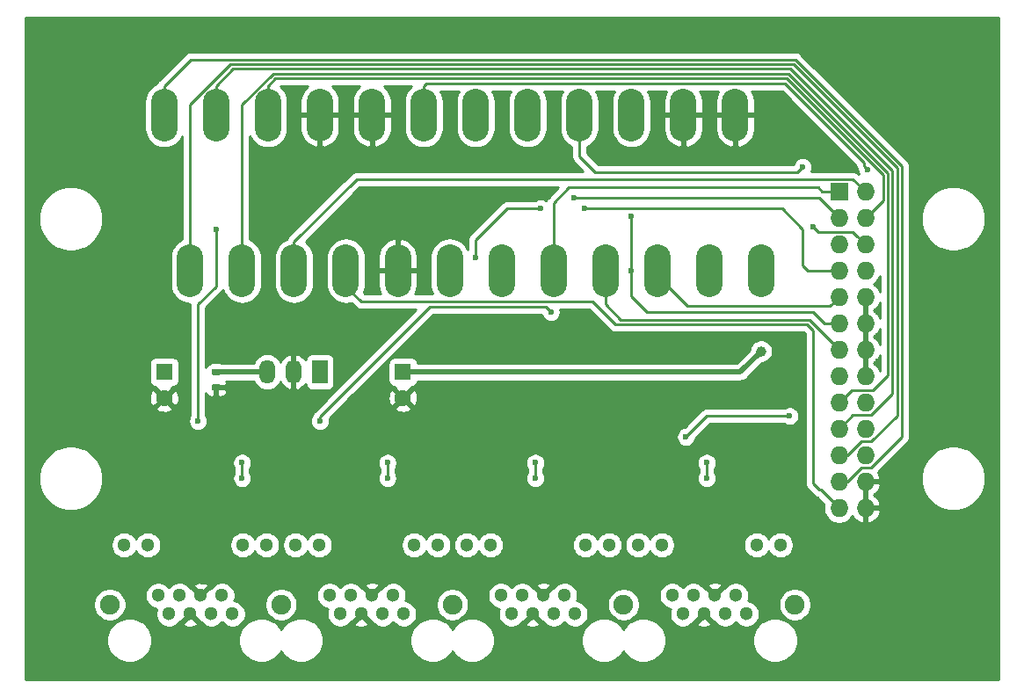
<source format=gtl>
G04 #@! TF.GenerationSoftware,KiCad,Pcbnew,(5.1.5)-3*
G04 #@! TF.CreationDate,2020-02-01T18:29:59+01:00*
G04 #@! TF.ProjectId,5i25Breakout,35693235-4272-4656-916b-6f75742e6b69,rev?*
G04 #@! TF.SameCoordinates,PXe4e1c0PY93d1cc0*
G04 #@! TF.FileFunction,Copper,L1,Top*
G04 #@! TF.FilePolarity,Positive*
%FSLAX46Y46*%
G04 Gerber Fmt 4.6, Leading zero omitted, Abs format (unit mm)*
G04 Created by KiCad (PCBNEW (5.1.5)-3) date 2020-02-01 18:29:59*
%MOMM*%
%LPD*%
G04 APERTURE LIST*
%ADD10C,1.900000*%
%ADD11C,1.300000*%
%ADD12O,2.540000X5.080000*%
%ADD13O,1.727200X1.727200*%
%ADD14R,1.727200X1.727200*%
%ADD15C,1.600000*%
%ADD16R,1.600000X1.600000*%
%ADD17C,0.100000*%
%ADD18O,1.500000X2.300000*%
%ADD19R,1.500000X2.300000*%
%ADD20C,1.000000*%
%ADD21C,0.600000*%
%ADD22C,0.500000*%
%ADD23C,0.250000*%
%ADD24C,0.254000*%
G04 APERTURE END LIST*
D10*
X8750000Y7830000D03*
X25250000Y7830000D03*
D11*
X20570000Y6940000D03*
X19550000Y8720000D03*
X18530000Y6940000D03*
X17510000Y8720000D03*
X16490000Y6940000D03*
X15470000Y8720000D03*
X14450000Y6940000D03*
X13430000Y8720000D03*
X10140000Y13580000D03*
X12430000Y13580000D03*
X21570000Y13580000D03*
X23860000Y13580000D03*
D10*
X25250000Y7830000D03*
X41750000Y7830000D03*
D11*
X37070000Y6940000D03*
X36050000Y8720000D03*
X35030000Y6940000D03*
X34010000Y8720000D03*
X32990000Y6940000D03*
X31970000Y8720000D03*
X30950000Y6940000D03*
X29930000Y8720000D03*
X26640000Y13580000D03*
X28930000Y13580000D03*
X38070000Y13580000D03*
X40360000Y13580000D03*
D10*
X58250000Y7830000D03*
X74750000Y7830000D03*
D11*
X70070000Y6940000D03*
X69050000Y8720000D03*
X68030000Y6940000D03*
X67010000Y8720000D03*
X65990000Y6940000D03*
X64970000Y8720000D03*
X63950000Y6940000D03*
X62930000Y8720000D03*
X59640000Y13580000D03*
X61930000Y13580000D03*
X71070000Y13580000D03*
X73360000Y13580000D03*
D12*
X44000000Y55000000D03*
X46500000Y40000000D03*
X49000000Y55000000D03*
X51500000Y40000000D03*
X54000000Y55000000D03*
X56500000Y40000000D03*
X59000000Y55000000D03*
X61500000Y40000000D03*
X64000000Y55000000D03*
X66500000Y40000000D03*
X69000000Y55000000D03*
X71500000Y40000000D03*
X34000000Y55000000D03*
X36500000Y40000000D03*
X39000000Y55000000D03*
X41500000Y40000000D03*
X24000000Y55000000D03*
X26500000Y40000000D03*
X29000000Y55000000D03*
X31500000Y40000000D03*
X14000000Y55000000D03*
X16500000Y40000000D03*
X19000000Y55000000D03*
X21500000Y40000000D03*
D13*
X81540000Y17140000D03*
X79000000Y17140000D03*
X81540000Y19680000D03*
X79000000Y19680000D03*
X81540000Y22220000D03*
X79000000Y22220000D03*
X81540000Y24760000D03*
X79000000Y24760000D03*
X81540000Y27300000D03*
X79000000Y27300000D03*
X81540000Y29840000D03*
X79000000Y29840000D03*
X81540000Y32380000D03*
X79000000Y32380000D03*
X81540000Y34920000D03*
X79000000Y34920000D03*
X81540000Y37460000D03*
X79000000Y37460000D03*
X81540000Y40000000D03*
X79000000Y40000000D03*
X81540000Y42540000D03*
X79000000Y42540000D03*
X81540000Y45080000D03*
X79000000Y45080000D03*
X81540000Y47620000D03*
D14*
X79000000Y47620000D03*
D10*
X41750000Y7830000D03*
X58250000Y7830000D03*
D11*
X53570000Y6940000D03*
X52550000Y8720000D03*
X51530000Y6940000D03*
X50510000Y8720000D03*
X49490000Y6940000D03*
X48470000Y8720000D03*
X47450000Y6940000D03*
X46430000Y8720000D03*
X43140000Y13580000D03*
X45430000Y13580000D03*
X54570000Y13580000D03*
X56860000Y13580000D03*
D15*
X37000000Y27750000D03*
D16*
X37000000Y30250000D03*
D15*
X14000000Y27750000D03*
D16*
X14000000Y30250000D03*
G04 #@! TA.AperFunction,SMDPad,CuDef*
D17*
G36*
X19266958Y29044290D02*
G01*
X19281276Y29042166D01*
X19295317Y29038649D01*
X19308946Y29033772D01*
X19322031Y29027583D01*
X19334447Y29020142D01*
X19346073Y29011519D01*
X19356798Y29001798D01*
X19366519Y28991073D01*
X19375142Y28979447D01*
X19382583Y28967031D01*
X19388772Y28953946D01*
X19393649Y28940317D01*
X19397166Y28926276D01*
X19399290Y28911958D01*
X19400000Y28897500D01*
X19400000Y28602500D01*
X19399290Y28588042D01*
X19397166Y28573724D01*
X19393649Y28559683D01*
X19388772Y28546054D01*
X19382583Y28532969D01*
X19375142Y28520553D01*
X19366519Y28508927D01*
X19356798Y28498202D01*
X19346073Y28488481D01*
X19334447Y28479858D01*
X19322031Y28472417D01*
X19308946Y28466228D01*
X19295317Y28461351D01*
X19281276Y28457834D01*
X19266958Y28455710D01*
X19252500Y28455000D01*
X18747500Y28455000D01*
X18733042Y28455710D01*
X18718724Y28457834D01*
X18704683Y28461351D01*
X18691054Y28466228D01*
X18677969Y28472417D01*
X18665553Y28479858D01*
X18653927Y28488481D01*
X18643202Y28498202D01*
X18633481Y28508927D01*
X18624858Y28520553D01*
X18617417Y28532969D01*
X18611228Y28546054D01*
X18606351Y28559683D01*
X18602834Y28573724D01*
X18600710Y28588042D01*
X18600000Y28602500D01*
X18600000Y28897500D01*
X18600710Y28911958D01*
X18602834Y28926276D01*
X18606351Y28940317D01*
X18611228Y28953946D01*
X18617417Y28967031D01*
X18624858Y28979447D01*
X18633481Y28991073D01*
X18643202Y29001798D01*
X18653927Y29011519D01*
X18665553Y29020142D01*
X18677969Y29027583D01*
X18691054Y29033772D01*
X18704683Y29038649D01*
X18718724Y29042166D01*
X18733042Y29044290D01*
X18747500Y29045000D01*
X19252500Y29045000D01*
X19266958Y29044290D01*
G37*
G04 #@! TD.AperFunction*
G04 #@! TA.AperFunction,SMDPad,CuDef*
G36*
X19266958Y30544290D02*
G01*
X19281276Y30542166D01*
X19295317Y30538649D01*
X19308946Y30533772D01*
X19322031Y30527583D01*
X19334447Y30520142D01*
X19346073Y30511519D01*
X19356798Y30501798D01*
X19366519Y30491073D01*
X19375142Y30479447D01*
X19382583Y30467031D01*
X19388772Y30453946D01*
X19393649Y30440317D01*
X19397166Y30426276D01*
X19399290Y30411958D01*
X19400000Y30397500D01*
X19400000Y30102500D01*
X19399290Y30088042D01*
X19397166Y30073724D01*
X19393649Y30059683D01*
X19388772Y30046054D01*
X19382583Y30032969D01*
X19375142Y30020553D01*
X19366519Y30008927D01*
X19356798Y29998202D01*
X19346073Y29988481D01*
X19334447Y29979858D01*
X19322031Y29972417D01*
X19308946Y29966228D01*
X19295317Y29961351D01*
X19281276Y29957834D01*
X19266958Y29955710D01*
X19252500Y29955000D01*
X18747500Y29955000D01*
X18733042Y29955710D01*
X18718724Y29957834D01*
X18704683Y29961351D01*
X18691054Y29966228D01*
X18677969Y29972417D01*
X18665553Y29979858D01*
X18653927Y29988481D01*
X18643202Y29998202D01*
X18633481Y30008927D01*
X18624858Y30020553D01*
X18617417Y30032969D01*
X18611228Y30046054D01*
X18606351Y30059683D01*
X18602834Y30073724D01*
X18600710Y30088042D01*
X18600000Y30102500D01*
X18600000Y30397500D01*
X18600710Y30411958D01*
X18602834Y30426276D01*
X18606351Y30440317D01*
X18611228Y30453946D01*
X18617417Y30467031D01*
X18624858Y30479447D01*
X18633481Y30491073D01*
X18643202Y30501798D01*
X18653927Y30511519D01*
X18665553Y30520142D01*
X18677969Y30527583D01*
X18691054Y30533772D01*
X18704683Y30538649D01*
X18718724Y30542166D01*
X18733042Y30544290D01*
X18747500Y30545000D01*
X19252500Y30545000D01*
X19266958Y30544290D01*
G37*
G04 #@! TD.AperFunction*
D18*
X23920000Y30250000D03*
X26460000Y30250000D03*
D19*
X29000000Y30250000D03*
D20*
X71500000Y32250000D03*
D21*
X32500000Y4100000D03*
X34300000Y4100000D03*
X17750000Y10000000D03*
X16050000Y4200000D03*
X17800000Y4200000D03*
X16250000Y12100000D03*
X49050000Y4150000D03*
X50800000Y4200000D03*
X65500000Y4100000D03*
X67300000Y4200000D03*
X67000000Y10250000D03*
X66000000Y10250000D03*
X66000000Y11250000D03*
X67000000Y13750000D03*
X67750000Y13750000D03*
X45750000Y2750000D03*
X45750000Y2000000D03*
X45000000Y2000000D03*
X35500000Y16500000D03*
X35500000Y17250000D03*
X34500000Y13750000D03*
X35250000Y13750000D03*
X36000000Y13750000D03*
X49750000Y16500000D03*
X49750000Y17250000D03*
X66250000Y16500000D03*
X66250000Y17500000D03*
X26750000Y15250000D03*
X27750000Y15250000D03*
X27750000Y16250000D03*
X27750000Y17250000D03*
X21500000Y16250000D03*
X21500000Y17250000D03*
X20500000Y15250000D03*
X12500000Y6250000D03*
X29250000Y6000000D03*
X28250000Y10250000D03*
X72000000Y56250000D03*
X72000000Y55500000D03*
X72000000Y54750000D03*
X72000000Y54000000D03*
X82750000Y38750000D03*
X82750000Y36000000D03*
X82750000Y33750000D03*
X82750000Y31250000D03*
X66500000Y56250000D03*
X66500000Y55500000D03*
X66500000Y54750000D03*
X66500000Y54000000D03*
X66500000Y53250000D03*
X72000000Y53250000D03*
X61500000Y56500000D03*
X61500000Y55750000D03*
X61500000Y55000000D03*
X61500000Y54250000D03*
X61500000Y53500000D03*
X38500000Y28500000D03*
X43000000Y23000000D03*
X51000000Y27500000D03*
X52000000Y27500000D03*
X53000000Y27500000D03*
X57500000Y23000000D03*
X56500000Y27500000D03*
X73000000Y27500000D03*
X67250000Y27500000D03*
X69500000Y27500000D03*
X73750000Y22250000D03*
X60750000Y10250000D03*
X60000000Y10250000D03*
X60000000Y11000000D03*
X62000000Y6000000D03*
X21500000Y20000000D03*
X21500000Y21500000D03*
X53500000Y47000000D03*
X17250000Y25500000D03*
X19000000Y44000000D03*
X29000000Y25500000D03*
X51250000Y36000000D03*
X54500000Y46000000D03*
X44000000Y41250000D03*
X50250000Y46000000D03*
X59000000Y45250000D03*
X59000000Y40000000D03*
X75500000Y50000000D03*
X74250000Y26000000D03*
X64250000Y24000000D03*
X76500000Y44250000D03*
X81750000Y49750000D03*
X35500000Y21500000D03*
X35500000Y20000000D03*
X49750000Y21500000D03*
X49750000Y20000000D03*
X66250000Y21500000D03*
X66250000Y20000000D03*
D22*
X37000000Y30250000D02*
X38300000Y30250000D01*
X38300000Y30250000D02*
X68750000Y30250000D01*
X68750000Y30250000D02*
X69500000Y30250000D01*
X69500000Y30250000D02*
X71500000Y32250000D01*
X19000000Y30250000D02*
X23920000Y30250000D01*
D23*
X21500000Y20000000D02*
X21500000Y21500000D01*
X79000000Y45080000D02*
X77080000Y47000000D01*
X77080000Y47000000D02*
X54000000Y47000000D01*
X54000000Y47000000D02*
X53500000Y47000000D01*
X17250000Y25500000D02*
X17250000Y29568232D01*
X17250000Y29568232D02*
X17250000Y36750000D01*
X17250000Y36750000D02*
X19000000Y38500000D01*
X19000000Y38500000D02*
X19000000Y44000000D01*
X79000000Y47620000D02*
X77380000Y47620000D01*
X77380000Y47620000D02*
X77000000Y48000000D01*
X77000000Y48000000D02*
X53000000Y48000000D01*
X51500000Y46500000D02*
X51500000Y40000000D01*
X53000000Y48000000D02*
X51500000Y46500000D01*
X29000000Y25924264D02*
X39575736Y36500000D01*
X29000000Y25500000D02*
X29000000Y25924264D01*
X39575736Y36500000D02*
X50750000Y36500000D01*
X50750000Y36500000D02*
X51250000Y36000000D01*
X75500000Y40500000D02*
X76000000Y40000000D01*
X76000000Y40000000D02*
X79000000Y40000000D01*
X75500000Y44000000D02*
X75500000Y40500000D01*
X54500000Y46000000D02*
X73500000Y46000000D01*
X73500000Y46000000D02*
X75500000Y44000000D01*
X44000000Y41250000D02*
X44000000Y43000000D01*
X44000000Y43000000D02*
X47000000Y46000000D01*
X47000000Y46000000D02*
X50250000Y46000000D01*
X79000000Y34920000D02*
X77580000Y34920000D01*
X77580000Y34920000D02*
X76500000Y36000000D01*
X76500000Y36000000D02*
X60500000Y36000000D01*
X60500000Y36000000D02*
X59000000Y37500000D01*
X59000000Y44000000D02*
X59000000Y45250000D01*
X59000000Y40000000D02*
X59000000Y44000000D01*
X59000000Y37500000D02*
X59000000Y40000000D01*
X64403599Y36596401D02*
X61500000Y39500000D01*
X79000000Y37460000D02*
X78136401Y36596401D01*
X61500000Y39500000D02*
X61500000Y40000000D01*
X78136401Y36596401D02*
X64403599Y36596401D01*
X79000000Y32380000D02*
X76130000Y35250000D01*
X76130000Y35250000D02*
X58000000Y35250000D01*
X56500000Y36750000D02*
X56500000Y40000000D01*
X58000000Y35250000D02*
X56500000Y36750000D01*
X54000000Y55000000D02*
X54000000Y52210000D01*
X54000000Y51000000D02*
X55500000Y49500000D01*
X54000000Y52210000D02*
X54000000Y51000000D01*
X55500000Y49500000D02*
X57500000Y49500000D01*
X57500000Y49500000D02*
X75000000Y49500000D01*
X75000000Y49500000D02*
X75500000Y50000000D01*
X74250000Y26000000D02*
X66250000Y26000000D01*
X66250000Y26000000D02*
X64250000Y24000000D01*
X32518601Y48808601D02*
X26500000Y42790000D01*
X80351399Y48808601D02*
X32518601Y48808601D01*
X26500000Y42790000D02*
X26500000Y40000000D01*
X81540000Y47620000D02*
X80351399Y48808601D01*
X83250000Y46790000D02*
X83250000Y49250000D01*
X83250000Y49250000D02*
X74000000Y58500000D01*
X74000000Y58500000D02*
X24710000Y58500000D01*
X24000000Y57790000D02*
X24000000Y55000000D01*
X81540000Y45080000D02*
X83250000Y46790000D01*
X24710000Y58500000D02*
X24000000Y57790000D01*
X80676401Y43403599D02*
X81540000Y42540000D01*
X80351399Y43728601D02*
X80676401Y43403599D01*
X77021399Y43728601D02*
X80351399Y43728601D01*
X76500000Y44250000D02*
X77021399Y43728601D01*
X81450001Y50049999D02*
X81450001Y50413589D01*
X81750000Y49750000D02*
X81450001Y50049999D01*
X81450001Y50413589D02*
X73813600Y58049990D01*
X39000000Y57790000D02*
X39000000Y55000000D01*
X39259990Y58049990D02*
X39000000Y57790000D01*
X73813600Y58049990D02*
X39259990Y58049990D01*
X80188601Y28488601D02*
X82238601Y28488601D01*
X79000000Y27300000D02*
X80188601Y28488601D01*
X83700010Y29950010D02*
X83700009Y49436401D01*
X82238601Y28488601D02*
X83700010Y29950010D01*
X83700009Y49436401D02*
X74136410Y59000000D01*
X24474316Y59000000D02*
X21500000Y56025684D01*
X74136410Y59000000D02*
X24474316Y59000000D01*
X21500000Y56025684D02*
X21500000Y40000000D01*
X82110529Y26111399D02*
X84150018Y28150890D01*
X79000000Y24760000D02*
X80351399Y26111399D01*
X80351399Y26111399D02*
X82110529Y26111399D01*
X84150018Y28150890D02*
X84150019Y29763611D01*
X84150018Y49622802D02*
X74322810Y59450010D01*
X84150019Y29763611D02*
X84150018Y49622802D01*
X19000000Y57790000D02*
X19000000Y55000000D01*
X20660010Y59450010D02*
X19000000Y57790000D01*
X74322810Y59450010D02*
X20660010Y59450010D01*
X82110529Y23571399D02*
X84600028Y26060898D01*
X81132269Y23571399D02*
X82110529Y23571399D01*
X79000000Y22220000D02*
X79780870Y22220000D01*
X79780870Y22220000D02*
X81132269Y23571399D01*
X84600028Y26060898D02*
X84600028Y49899972D01*
X16500000Y42790000D02*
X16500000Y40000000D01*
X16500000Y56025684D02*
X16500000Y42790000D01*
X20374336Y59900020D02*
X16500000Y56025684D01*
X74599980Y59900020D02*
X20374336Y59900020D01*
X84600028Y49899972D02*
X74599980Y59900020D01*
X85050037Y50086373D02*
X74786380Y60350030D01*
X16560030Y60350030D02*
X14000000Y57790000D01*
X79000000Y19680000D02*
X79780870Y19680000D01*
X14000000Y57790000D02*
X14000000Y55000000D01*
X81132269Y21031399D02*
X82110529Y21031399D01*
X79780870Y19680000D02*
X81132269Y21031399D01*
X85050038Y23970908D02*
X85050037Y50086373D01*
X74786380Y60350030D02*
X16560030Y60350030D01*
X82110529Y21031399D02*
X85050038Y23970908D01*
X31500000Y38500000D02*
X31500000Y40000000D01*
X33000000Y37000000D02*
X31500000Y38500000D01*
X55250000Y37000000D02*
X33000000Y37000000D01*
X57450010Y34799990D02*
X55250000Y37000000D01*
X75943600Y34799990D02*
X57450010Y34799990D01*
X77246795Y18893205D02*
X77106795Y18893205D01*
X79000000Y17140000D02*
X77246795Y18893205D01*
X76500000Y34243590D02*
X75943600Y34799990D01*
X77106795Y18893205D02*
X76500000Y19500000D01*
X76500000Y19500000D02*
X76500000Y34243590D01*
X35500000Y21500000D02*
X35500000Y20000000D01*
X49750000Y21500000D02*
X49750000Y20000000D01*
X66250000Y21500000D02*
X66250000Y20000000D01*
D24*
G36*
X94340000Y660000D02*
G01*
X660000Y660000D01*
X660000Y4615204D01*
X8465000Y4615204D01*
X8465000Y4184796D01*
X8548969Y3762659D01*
X8713678Y3365015D01*
X8952800Y3007144D01*
X9257144Y2702800D01*
X9615015Y2463678D01*
X10012659Y2298969D01*
X10434796Y2215000D01*
X10865204Y2215000D01*
X11287341Y2298969D01*
X11684985Y2463678D01*
X12042856Y2702800D01*
X12347200Y3007144D01*
X12586322Y3365015D01*
X12751031Y3762659D01*
X12835000Y4184796D01*
X12835000Y4615204D01*
X21165000Y4615204D01*
X21165000Y4184796D01*
X21248969Y3762659D01*
X21413678Y3365015D01*
X21652800Y3007144D01*
X21957144Y2702800D01*
X22315015Y2463678D01*
X22712659Y2298969D01*
X23134796Y2215000D01*
X23565204Y2215000D01*
X23987341Y2298969D01*
X24384985Y2463678D01*
X24742856Y2702800D01*
X25047200Y3007144D01*
X25250000Y3310655D01*
X25452800Y3007144D01*
X25757144Y2702800D01*
X26115015Y2463678D01*
X26512659Y2298969D01*
X26934796Y2215000D01*
X27365204Y2215000D01*
X27787341Y2298969D01*
X28184985Y2463678D01*
X28542856Y2702800D01*
X28847200Y3007144D01*
X29086322Y3365015D01*
X29251031Y3762659D01*
X29335000Y4184796D01*
X29335000Y4615204D01*
X37665000Y4615204D01*
X37665000Y4184796D01*
X37748969Y3762659D01*
X37913678Y3365015D01*
X38152800Y3007144D01*
X38457144Y2702800D01*
X38815015Y2463678D01*
X39212659Y2298969D01*
X39634796Y2215000D01*
X40065204Y2215000D01*
X40487341Y2298969D01*
X40884985Y2463678D01*
X41242856Y2702800D01*
X41547200Y3007144D01*
X41750000Y3310655D01*
X41952800Y3007144D01*
X42257144Y2702800D01*
X42615015Y2463678D01*
X43012659Y2298969D01*
X43434796Y2215000D01*
X43865204Y2215000D01*
X44287341Y2298969D01*
X44684985Y2463678D01*
X45042856Y2702800D01*
X45347200Y3007144D01*
X45586322Y3365015D01*
X45751031Y3762659D01*
X45835000Y4184796D01*
X45835000Y4615204D01*
X54165000Y4615204D01*
X54165000Y4184796D01*
X54248969Y3762659D01*
X54413678Y3365015D01*
X54652800Y3007144D01*
X54957144Y2702800D01*
X55315015Y2463678D01*
X55712659Y2298969D01*
X56134796Y2215000D01*
X56565204Y2215000D01*
X56987341Y2298969D01*
X57384985Y2463678D01*
X57742856Y2702800D01*
X58047200Y3007144D01*
X58250000Y3310655D01*
X58452800Y3007144D01*
X58757144Y2702800D01*
X59115015Y2463678D01*
X59512659Y2298969D01*
X59934796Y2215000D01*
X60365204Y2215000D01*
X60787341Y2298969D01*
X61184985Y2463678D01*
X61542856Y2702800D01*
X61847200Y3007144D01*
X62086322Y3365015D01*
X62251031Y3762659D01*
X62335000Y4184796D01*
X62335000Y4615204D01*
X70665000Y4615204D01*
X70665000Y4184796D01*
X70748969Y3762659D01*
X70913678Y3365015D01*
X71152800Y3007144D01*
X71457144Y2702800D01*
X71815015Y2463678D01*
X72212659Y2298969D01*
X72634796Y2215000D01*
X73065204Y2215000D01*
X73487341Y2298969D01*
X73884985Y2463678D01*
X74242856Y2702800D01*
X74547200Y3007144D01*
X74786322Y3365015D01*
X74951031Y3762659D01*
X75035000Y4184796D01*
X75035000Y4615204D01*
X74951031Y5037341D01*
X74786322Y5434985D01*
X74547200Y5792856D01*
X74242856Y6097200D01*
X73884985Y6336322D01*
X73487341Y6501031D01*
X73065204Y6585000D01*
X72634796Y6585000D01*
X72212659Y6501031D01*
X71815015Y6336322D01*
X71457144Y6097200D01*
X71152800Y5792856D01*
X70913678Y5434985D01*
X70748969Y5037341D01*
X70665000Y4615204D01*
X62335000Y4615204D01*
X62251031Y5037341D01*
X62086322Y5434985D01*
X61847200Y5792856D01*
X61542856Y6097200D01*
X61184985Y6336322D01*
X60787341Y6501031D01*
X60365204Y6585000D01*
X59934796Y6585000D01*
X59512659Y6501031D01*
X59115015Y6336322D01*
X58757144Y6097200D01*
X58452800Y5792856D01*
X58250000Y5489345D01*
X58047200Y5792856D01*
X57742856Y6097200D01*
X57384985Y6336322D01*
X56987341Y6501031D01*
X56565204Y6585000D01*
X56134796Y6585000D01*
X55712659Y6501031D01*
X55315015Y6336322D01*
X54957144Y6097200D01*
X54652800Y5792856D01*
X54413678Y5434985D01*
X54248969Y5037341D01*
X54165000Y4615204D01*
X45835000Y4615204D01*
X45751031Y5037341D01*
X45586322Y5434985D01*
X45347200Y5792856D01*
X45042856Y6097200D01*
X44684985Y6336322D01*
X44287341Y6501031D01*
X43865204Y6585000D01*
X43434796Y6585000D01*
X43012659Y6501031D01*
X42615015Y6336322D01*
X42257144Y6097200D01*
X41952800Y5792856D01*
X41750000Y5489345D01*
X41547200Y5792856D01*
X41242856Y6097200D01*
X40884985Y6336322D01*
X40487341Y6501031D01*
X40065204Y6585000D01*
X39634796Y6585000D01*
X39212659Y6501031D01*
X38815015Y6336322D01*
X38457144Y6097200D01*
X38152800Y5792856D01*
X37913678Y5434985D01*
X37748969Y5037341D01*
X37665000Y4615204D01*
X29335000Y4615204D01*
X29251031Y5037341D01*
X29086322Y5434985D01*
X28847200Y5792856D01*
X28542856Y6097200D01*
X28184985Y6336322D01*
X27787341Y6501031D01*
X27365204Y6585000D01*
X26934796Y6585000D01*
X26512659Y6501031D01*
X26115015Y6336322D01*
X25757144Y6097200D01*
X25452800Y5792856D01*
X25250000Y5489345D01*
X25047200Y5792856D01*
X24742856Y6097200D01*
X24384985Y6336322D01*
X23987341Y6501031D01*
X23565204Y6585000D01*
X23134796Y6585000D01*
X22712659Y6501031D01*
X22315015Y6336322D01*
X21957144Y6097200D01*
X21652800Y5792856D01*
X21413678Y5434985D01*
X21248969Y5037341D01*
X21165000Y4615204D01*
X12835000Y4615204D01*
X12751031Y5037341D01*
X12586322Y5434985D01*
X12347200Y5792856D01*
X12042856Y6097200D01*
X11684985Y6336322D01*
X11287341Y6501031D01*
X10865204Y6585000D01*
X10434796Y6585000D01*
X10012659Y6501031D01*
X9615015Y6336322D01*
X9257144Y6097200D01*
X8952800Y5792856D01*
X8713678Y5434985D01*
X8548969Y5037341D01*
X8465000Y4615204D01*
X660000Y4615204D01*
X660000Y7986109D01*
X7165000Y7986109D01*
X7165000Y7673891D01*
X7225911Y7367673D01*
X7345391Y7079221D01*
X7518850Y6819621D01*
X7739621Y6598850D01*
X7999221Y6425391D01*
X8287673Y6305911D01*
X8593891Y6245000D01*
X8906109Y6245000D01*
X9212327Y6305911D01*
X9500779Y6425391D01*
X9760379Y6598850D01*
X9981150Y6819621D01*
X10154609Y7079221D01*
X10274089Y7367673D01*
X10335000Y7673891D01*
X10335000Y7986109D01*
X10274089Y8292327D01*
X10154609Y8580779D01*
X9981150Y8840379D01*
X9974968Y8846561D01*
X12145000Y8846561D01*
X12145000Y8593439D01*
X12194381Y8345179D01*
X12291247Y8111324D01*
X12431875Y7900860D01*
X12610860Y7721875D01*
X12821324Y7581247D01*
X13055179Y7484381D01*
X13267151Y7442218D01*
X13214381Y7314821D01*
X13165000Y7066561D01*
X13165000Y6813439D01*
X13214381Y6565179D01*
X13311247Y6331324D01*
X13451875Y6120860D01*
X13630860Y5941875D01*
X13841324Y5801247D01*
X14075179Y5704381D01*
X14323439Y5655000D01*
X14576561Y5655000D01*
X14824821Y5704381D01*
X15058676Y5801247D01*
X15269140Y5941875D01*
X15381738Y6054473D01*
X15784078Y6054473D01*
X15837466Y5825799D01*
X16067374Y5719905D01*
X16313524Y5660898D01*
X16566455Y5651048D01*
X16816449Y5690730D01*
X17053896Y5778422D01*
X17142534Y5825799D01*
X17195922Y6054473D01*
X16490000Y6760395D01*
X15784078Y6054473D01*
X15381738Y6054473D01*
X15448125Y6120860D01*
X15534665Y6250376D01*
X15604473Y6234078D01*
X16310395Y6940000D01*
X16296253Y6954142D01*
X16475858Y7133747D01*
X16490000Y7119605D01*
X16504143Y7133747D01*
X16683748Y6954142D01*
X16669605Y6940000D01*
X17375527Y6234078D01*
X17445335Y6250376D01*
X17531875Y6120860D01*
X17710860Y5941875D01*
X17921324Y5801247D01*
X18155179Y5704381D01*
X18403439Y5655000D01*
X18656561Y5655000D01*
X18904821Y5704381D01*
X19138676Y5801247D01*
X19349140Y5941875D01*
X19528125Y6120860D01*
X19550000Y6153598D01*
X19571875Y6120860D01*
X19750860Y5941875D01*
X19961324Y5801247D01*
X20195179Y5704381D01*
X20443439Y5655000D01*
X20696561Y5655000D01*
X20944821Y5704381D01*
X21178676Y5801247D01*
X21389140Y5941875D01*
X21568125Y6120860D01*
X21708753Y6331324D01*
X21805619Y6565179D01*
X21855000Y6813439D01*
X21855000Y7066561D01*
X21805619Y7314821D01*
X21708753Y7548676D01*
X21568125Y7759140D01*
X21389140Y7938125D01*
X21317328Y7986109D01*
X23665000Y7986109D01*
X23665000Y7673891D01*
X23725911Y7367673D01*
X23845391Y7079221D01*
X24018850Y6819621D01*
X24239621Y6598850D01*
X24499221Y6425391D01*
X24787673Y6305911D01*
X25093891Y6245000D01*
X25406109Y6245000D01*
X25712327Y6305911D01*
X26000779Y6425391D01*
X26260379Y6598850D01*
X26481150Y6819621D01*
X26654609Y7079221D01*
X26774089Y7367673D01*
X26835000Y7673891D01*
X26835000Y7986109D01*
X26774089Y8292327D01*
X26654609Y8580779D01*
X26481150Y8840379D01*
X26474968Y8846561D01*
X28645000Y8846561D01*
X28645000Y8593439D01*
X28694381Y8345179D01*
X28791247Y8111324D01*
X28931875Y7900860D01*
X29110860Y7721875D01*
X29321324Y7581247D01*
X29555179Y7484381D01*
X29767151Y7442218D01*
X29714381Y7314821D01*
X29665000Y7066561D01*
X29665000Y6813439D01*
X29714381Y6565179D01*
X29811247Y6331324D01*
X29951875Y6120860D01*
X30130860Y5941875D01*
X30341324Y5801247D01*
X30575179Y5704381D01*
X30823439Y5655000D01*
X31076561Y5655000D01*
X31324821Y5704381D01*
X31558676Y5801247D01*
X31769140Y5941875D01*
X31881738Y6054473D01*
X32284078Y6054473D01*
X32337466Y5825799D01*
X32567374Y5719905D01*
X32813524Y5660898D01*
X33066455Y5651048D01*
X33316449Y5690730D01*
X33553896Y5778422D01*
X33642534Y5825799D01*
X33695922Y6054473D01*
X32990000Y6760395D01*
X32284078Y6054473D01*
X31881738Y6054473D01*
X31948125Y6120860D01*
X32034665Y6250376D01*
X32104473Y6234078D01*
X32810395Y6940000D01*
X32796253Y6954142D01*
X32975858Y7133747D01*
X32990000Y7119605D01*
X33004143Y7133747D01*
X33183748Y6954142D01*
X33169605Y6940000D01*
X33875527Y6234078D01*
X33945335Y6250376D01*
X34031875Y6120860D01*
X34210860Y5941875D01*
X34421324Y5801247D01*
X34655179Y5704381D01*
X34903439Y5655000D01*
X35156561Y5655000D01*
X35404821Y5704381D01*
X35638676Y5801247D01*
X35849140Y5941875D01*
X36028125Y6120860D01*
X36050000Y6153598D01*
X36071875Y6120860D01*
X36250860Y5941875D01*
X36461324Y5801247D01*
X36695179Y5704381D01*
X36943439Y5655000D01*
X37196561Y5655000D01*
X37444821Y5704381D01*
X37678676Y5801247D01*
X37889140Y5941875D01*
X38068125Y6120860D01*
X38208753Y6331324D01*
X38305619Y6565179D01*
X38355000Y6813439D01*
X38355000Y7066561D01*
X38305619Y7314821D01*
X38208753Y7548676D01*
X38068125Y7759140D01*
X37889140Y7938125D01*
X37817328Y7986109D01*
X40165000Y7986109D01*
X40165000Y7673891D01*
X40225911Y7367673D01*
X40345391Y7079221D01*
X40518850Y6819621D01*
X40739621Y6598850D01*
X40999221Y6425391D01*
X41287673Y6305911D01*
X41593891Y6245000D01*
X41906109Y6245000D01*
X42212327Y6305911D01*
X42500779Y6425391D01*
X42760379Y6598850D01*
X42981150Y6819621D01*
X43154609Y7079221D01*
X43274089Y7367673D01*
X43335000Y7673891D01*
X43335000Y7986109D01*
X43274089Y8292327D01*
X43154609Y8580779D01*
X42981150Y8840379D01*
X42974968Y8846561D01*
X45145000Y8846561D01*
X45145000Y8593439D01*
X45194381Y8345179D01*
X45291247Y8111324D01*
X45431875Y7900860D01*
X45610860Y7721875D01*
X45821324Y7581247D01*
X46055179Y7484381D01*
X46267151Y7442218D01*
X46214381Y7314821D01*
X46165000Y7066561D01*
X46165000Y6813439D01*
X46214381Y6565179D01*
X46311247Y6331324D01*
X46451875Y6120860D01*
X46630860Y5941875D01*
X46841324Y5801247D01*
X47075179Y5704381D01*
X47323439Y5655000D01*
X47576561Y5655000D01*
X47824821Y5704381D01*
X48058676Y5801247D01*
X48269140Y5941875D01*
X48381738Y6054473D01*
X48784078Y6054473D01*
X48837466Y5825799D01*
X49067374Y5719905D01*
X49313524Y5660898D01*
X49566455Y5651048D01*
X49816449Y5690730D01*
X50053896Y5778422D01*
X50142534Y5825799D01*
X50195922Y6054473D01*
X49490000Y6760395D01*
X48784078Y6054473D01*
X48381738Y6054473D01*
X48448125Y6120860D01*
X48534665Y6250376D01*
X48604473Y6234078D01*
X49310395Y6940000D01*
X49296253Y6954142D01*
X49475858Y7133747D01*
X49490000Y7119605D01*
X49504143Y7133747D01*
X49683748Y6954142D01*
X49669605Y6940000D01*
X50375527Y6234078D01*
X50445335Y6250376D01*
X50531875Y6120860D01*
X50710860Y5941875D01*
X50921324Y5801247D01*
X51155179Y5704381D01*
X51403439Y5655000D01*
X51656561Y5655000D01*
X51904821Y5704381D01*
X52138676Y5801247D01*
X52349140Y5941875D01*
X52528125Y6120860D01*
X52550000Y6153598D01*
X52571875Y6120860D01*
X52750860Y5941875D01*
X52961324Y5801247D01*
X53195179Y5704381D01*
X53443439Y5655000D01*
X53696561Y5655000D01*
X53944821Y5704381D01*
X54178676Y5801247D01*
X54389140Y5941875D01*
X54568125Y6120860D01*
X54708753Y6331324D01*
X54805619Y6565179D01*
X54855000Y6813439D01*
X54855000Y7066561D01*
X54805619Y7314821D01*
X54708753Y7548676D01*
X54568125Y7759140D01*
X54389140Y7938125D01*
X54317328Y7986109D01*
X56665000Y7986109D01*
X56665000Y7673891D01*
X56725911Y7367673D01*
X56845391Y7079221D01*
X57018850Y6819621D01*
X57239621Y6598850D01*
X57499221Y6425391D01*
X57787673Y6305911D01*
X58093891Y6245000D01*
X58406109Y6245000D01*
X58712327Y6305911D01*
X59000779Y6425391D01*
X59260379Y6598850D01*
X59481150Y6819621D01*
X59654609Y7079221D01*
X59774089Y7367673D01*
X59835000Y7673891D01*
X59835000Y7986109D01*
X59774089Y8292327D01*
X59654609Y8580779D01*
X59481150Y8840379D01*
X59474968Y8846561D01*
X61645000Y8846561D01*
X61645000Y8593439D01*
X61694381Y8345179D01*
X61791247Y8111324D01*
X61931875Y7900860D01*
X62110860Y7721875D01*
X62321324Y7581247D01*
X62555179Y7484381D01*
X62767151Y7442218D01*
X62714381Y7314821D01*
X62665000Y7066561D01*
X62665000Y6813439D01*
X62714381Y6565179D01*
X62811247Y6331324D01*
X62951875Y6120860D01*
X63130860Y5941875D01*
X63341324Y5801247D01*
X63575179Y5704381D01*
X63823439Y5655000D01*
X64076561Y5655000D01*
X64324821Y5704381D01*
X64558676Y5801247D01*
X64769140Y5941875D01*
X64881738Y6054473D01*
X65284078Y6054473D01*
X65337466Y5825799D01*
X65567374Y5719905D01*
X65813524Y5660898D01*
X66066455Y5651048D01*
X66316449Y5690730D01*
X66553896Y5778422D01*
X66642534Y5825799D01*
X66695922Y6054473D01*
X65990000Y6760395D01*
X65284078Y6054473D01*
X64881738Y6054473D01*
X64948125Y6120860D01*
X65034665Y6250376D01*
X65104473Y6234078D01*
X65810395Y6940000D01*
X65796253Y6954142D01*
X65975858Y7133747D01*
X65990000Y7119605D01*
X66004143Y7133747D01*
X66183748Y6954142D01*
X66169605Y6940000D01*
X66875527Y6234078D01*
X66945335Y6250376D01*
X67031875Y6120860D01*
X67210860Y5941875D01*
X67421324Y5801247D01*
X67655179Y5704381D01*
X67903439Y5655000D01*
X68156561Y5655000D01*
X68404821Y5704381D01*
X68638676Y5801247D01*
X68849140Y5941875D01*
X69028125Y6120860D01*
X69050000Y6153598D01*
X69071875Y6120860D01*
X69250860Y5941875D01*
X69461324Y5801247D01*
X69695179Y5704381D01*
X69943439Y5655000D01*
X70196561Y5655000D01*
X70444821Y5704381D01*
X70678676Y5801247D01*
X70889140Y5941875D01*
X71068125Y6120860D01*
X71208753Y6331324D01*
X71305619Y6565179D01*
X71355000Y6813439D01*
X71355000Y7066561D01*
X71305619Y7314821D01*
X71208753Y7548676D01*
X71068125Y7759140D01*
X70889140Y7938125D01*
X70817328Y7986109D01*
X73165000Y7986109D01*
X73165000Y7673891D01*
X73225911Y7367673D01*
X73345391Y7079221D01*
X73518850Y6819621D01*
X73739621Y6598850D01*
X73999221Y6425391D01*
X74287673Y6305911D01*
X74593891Y6245000D01*
X74906109Y6245000D01*
X75212327Y6305911D01*
X75500779Y6425391D01*
X75760379Y6598850D01*
X75981150Y6819621D01*
X76154609Y7079221D01*
X76274089Y7367673D01*
X76335000Y7673891D01*
X76335000Y7986109D01*
X76274089Y8292327D01*
X76154609Y8580779D01*
X75981150Y8840379D01*
X75760379Y9061150D01*
X75500779Y9234609D01*
X75212327Y9354089D01*
X74906109Y9415000D01*
X74593891Y9415000D01*
X74287673Y9354089D01*
X73999221Y9234609D01*
X73739621Y9061150D01*
X73518850Y8840379D01*
X73345391Y8580779D01*
X73225911Y8292327D01*
X73165000Y7986109D01*
X70817328Y7986109D01*
X70678676Y8078753D01*
X70444821Y8175619D01*
X70232849Y8217782D01*
X70285619Y8345179D01*
X70335000Y8593439D01*
X70335000Y8846561D01*
X70285619Y9094821D01*
X70188753Y9328676D01*
X70048125Y9539140D01*
X69869140Y9718125D01*
X69658676Y9858753D01*
X69424821Y9955619D01*
X69176561Y10005000D01*
X68923439Y10005000D01*
X68675179Y9955619D01*
X68441324Y9858753D01*
X68230860Y9718125D01*
X68051875Y9539140D01*
X67965335Y9409624D01*
X67895527Y9425922D01*
X67189605Y8720000D01*
X67203748Y8705857D01*
X67024143Y8526252D01*
X67010000Y8540395D01*
X66995858Y8526252D01*
X66816253Y8705857D01*
X66830395Y8720000D01*
X66124473Y9425922D01*
X66054665Y9409624D01*
X65968125Y9539140D01*
X65901738Y9605527D01*
X66304078Y9605527D01*
X67010000Y8899605D01*
X67715922Y9605527D01*
X67662534Y9834201D01*
X67432626Y9940095D01*
X67186476Y9999102D01*
X66933545Y10008952D01*
X66683551Y9969270D01*
X66446104Y9881578D01*
X66357466Y9834201D01*
X66304078Y9605527D01*
X65901738Y9605527D01*
X65789140Y9718125D01*
X65578676Y9858753D01*
X65344821Y9955619D01*
X65096561Y10005000D01*
X64843439Y10005000D01*
X64595179Y9955619D01*
X64361324Y9858753D01*
X64150860Y9718125D01*
X63971875Y9539140D01*
X63950000Y9506402D01*
X63928125Y9539140D01*
X63749140Y9718125D01*
X63538676Y9858753D01*
X63304821Y9955619D01*
X63056561Y10005000D01*
X62803439Y10005000D01*
X62555179Y9955619D01*
X62321324Y9858753D01*
X62110860Y9718125D01*
X61931875Y9539140D01*
X61791247Y9328676D01*
X61694381Y9094821D01*
X61645000Y8846561D01*
X59474968Y8846561D01*
X59260379Y9061150D01*
X59000779Y9234609D01*
X58712327Y9354089D01*
X58406109Y9415000D01*
X58093891Y9415000D01*
X57787673Y9354089D01*
X57499221Y9234609D01*
X57239621Y9061150D01*
X57018850Y8840379D01*
X56845391Y8580779D01*
X56725911Y8292327D01*
X56665000Y7986109D01*
X54317328Y7986109D01*
X54178676Y8078753D01*
X53944821Y8175619D01*
X53732849Y8217782D01*
X53785619Y8345179D01*
X53835000Y8593439D01*
X53835000Y8846561D01*
X53785619Y9094821D01*
X53688753Y9328676D01*
X53548125Y9539140D01*
X53369140Y9718125D01*
X53158676Y9858753D01*
X52924821Y9955619D01*
X52676561Y10005000D01*
X52423439Y10005000D01*
X52175179Y9955619D01*
X51941324Y9858753D01*
X51730860Y9718125D01*
X51551875Y9539140D01*
X51465335Y9409624D01*
X51395527Y9425922D01*
X50689605Y8720000D01*
X50703748Y8705857D01*
X50524143Y8526252D01*
X50510000Y8540395D01*
X50495858Y8526252D01*
X50316253Y8705857D01*
X50330395Y8720000D01*
X49624473Y9425922D01*
X49554665Y9409624D01*
X49468125Y9539140D01*
X49401738Y9605527D01*
X49804078Y9605527D01*
X50510000Y8899605D01*
X51215922Y9605527D01*
X51162534Y9834201D01*
X50932626Y9940095D01*
X50686476Y9999102D01*
X50433545Y10008952D01*
X50183551Y9969270D01*
X49946104Y9881578D01*
X49857466Y9834201D01*
X49804078Y9605527D01*
X49401738Y9605527D01*
X49289140Y9718125D01*
X49078676Y9858753D01*
X48844821Y9955619D01*
X48596561Y10005000D01*
X48343439Y10005000D01*
X48095179Y9955619D01*
X47861324Y9858753D01*
X47650860Y9718125D01*
X47471875Y9539140D01*
X47450000Y9506402D01*
X47428125Y9539140D01*
X47249140Y9718125D01*
X47038676Y9858753D01*
X46804821Y9955619D01*
X46556561Y10005000D01*
X46303439Y10005000D01*
X46055179Y9955619D01*
X45821324Y9858753D01*
X45610860Y9718125D01*
X45431875Y9539140D01*
X45291247Y9328676D01*
X45194381Y9094821D01*
X45145000Y8846561D01*
X42974968Y8846561D01*
X42760379Y9061150D01*
X42500779Y9234609D01*
X42212327Y9354089D01*
X41906109Y9415000D01*
X41593891Y9415000D01*
X41287673Y9354089D01*
X40999221Y9234609D01*
X40739621Y9061150D01*
X40518850Y8840379D01*
X40345391Y8580779D01*
X40225911Y8292327D01*
X40165000Y7986109D01*
X37817328Y7986109D01*
X37678676Y8078753D01*
X37444821Y8175619D01*
X37232849Y8217782D01*
X37285619Y8345179D01*
X37335000Y8593439D01*
X37335000Y8846561D01*
X37285619Y9094821D01*
X37188753Y9328676D01*
X37048125Y9539140D01*
X36869140Y9718125D01*
X36658676Y9858753D01*
X36424821Y9955619D01*
X36176561Y10005000D01*
X35923439Y10005000D01*
X35675179Y9955619D01*
X35441324Y9858753D01*
X35230860Y9718125D01*
X35051875Y9539140D01*
X34965335Y9409624D01*
X34895527Y9425922D01*
X34189605Y8720000D01*
X34203748Y8705857D01*
X34024143Y8526252D01*
X34010000Y8540395D01*
X33995858Y8526252D01*
X33816253Y8705857D01*
X33830395Y8720000D01*
X33124473Y9425922D01*
X33054665Y9409624D01*
X32968125Y9539140D01*
X32901738Y9605527D01*
X33304078Y9605527D01*
X34010000Y8899605D01*
X34715922Y9605527D01*
X34662534Y9834201D01*
X34432626Y9940095D01*
X34186476Y9999102D01*
X33933545Y10008952D01*
X33683551Y9969270D01*
X33446104Y9881578D01*
X33357466Y9834201D01*
X33304078Y9605527D01*
X32901738Y9605527D01*
X32789140Y9718125D01*
X32578676Y9858753D01*
X32344821Y9955619D01*
X32096561Y10005000D01*
X31843439Y10005000D01*
X31595179Y9955619D01*
X31361324Y9858753D01*
X31150860Y9718125D01*
X30971875Y9539140D01*
X30950000Y9506402D01*
X30928125Y9539140D01*
X30749140Y9718125D01*
X30538676Y9858753D01*
X30304821Y9955619D01*
X30056561Y10005000D01*
X29803439Y10005000D01*
X29555179Y9955619D01*
X29321324Y9858753D01*
X29110860Y9718125D01*
X28931875Y9539140D01*
X28791247Y9328676D01*
X28694381Y9094821D01*
X28645000Y8846561D01*
X26474968Y8846561D01*
X26260379Y9061150D01*
X26000779Y9234609D01*
X25712327Y9354089D01*
X25406109Y9415000D01*
X25093891Y9415000D01*
X24787673Y9354089D01*
X24499221Y9234609D01*
X24239621Y9061150D01*
X24018850Y8840379D01*
X23845391Y8580779D01*
X23725911Y8292327D01*
X23665000Y7986109D01*
X21317328Y7986109D01*
X21178676Y8078753D01*
X20944821Y8175619D01*
X20732849Y8217782D01*
X20785619Y8345179D01*
X20835000Y8593439D01*
X20835000Y8846561D01*
X20785619Y9094821D01*
X20688753Y9328676D01*
X20548125Y9539140D01*
X20369140Y9718125D01*
X20158676Y9858753D01*
X19924821Y9955619D01*
X19676561Y10005000D01*
X19423439Y10005000D01*
X19175179Y9955619D01*
X18941324Y9858753D01*
X18730860Y9718125D01*
X18551875Y9539140D01*
X18465335Y9409624D01*
X18395527Y9425922D01*
X17689605Y8720000D01*
X17703748Y8705857D01*
X17524143Y8526252D01*
X17510000Y8540395D01*
X17495858Y8526252D01*
X17316253Y8705857D01*
X17330395Y8720000D01*
X16624473Y9425922D01*
X16554665Y9409624D01*
X16468125Y9539140D01*
X16401738Y9605527D01*
X16804078Y9605527D01*
X17510000Y8899605D01*
X18215922Y9605527D01*
X18162534Y9834201D01*
X17932626Y9940095D01*
X17686476Y9999102D01*
X17433545Y10008952D01*
X17183551Y9969270D01*
X16946104Y9881578D01*
X16857466Y9834201D01*
X16804078Y9605527D01*
X16401738Y9605527D01*
X16289140Y9718125D01*
X16078676Y9858753D01*
X15844821Y9955619D01*
X15596561Y10005000D01*
X15343439Y10005000D01*
X15095179Y9955619D01*
X14861324Y9858753D01*
X14650860Y9718125D01*
X14471875Y9539140D01*
X14450000Y9506402D01*
X14428125Y9539140D01*
X14249140Y9718125D01*
X14038676Y9858753D01*
X13804821Y9955619D01*
X13556561Y10005000D01*
X13303439Y10005000D01*
X13055179Y9955619D01*
X12821324Y9858753D01*
X12610860Y9718125D01*
X12431875Y9539140D01*
X12291247Y9328676D01*
X12194381Y9094821D01*
X12145000Y8846561D01*
X9974968Y8846561D01*
X9760379Y9061150D01*
X9500779Y9234609D01*
X9212327Y9354089D01*
X8906109Y9415000D01*
X8593891Y9415000D01*
X8287673Y9354089D01*
X7999221Y9234609D01*
X7739621Y9061150D01*
X7518850Y8840379D01*
X7345391Y8580779D01*
X7225911Y8292327D01*
X7165000Y7986109D01*
X660000Y7986109D01*
X660000Y13706561D01*
X8855000Y13706561D01*
X8855000Y13453439D01*
X8904381Y13205179D01*
X9001247Y12971324D01*
X9141875Y12760860D01*
X9320860Y12581875D01*
X9531324Y12441247D01*
X9765179Y12344381D01*
X10013439Y12295000D01*
X10266561Y12295000D01*
X10514821Y12344381D01*
X10748676Y12441247D01*
X10959140Y12581875D01*
X11138125Y12760860D01*
X11278753Y12971324D01*
X11285000Y12986406D01*
X11291247Y12971324D01*
X11431875Y12760860D01*
X11610860Y12581875D01*
X11821324Y12441247D01*
X12055179Y12344381D01*
X12303439Y12295000D01*
X12556561Y12295000D01*
X12804821Y12344381D01*
X13038676Y12441247D01*
X13249140Y12581875D01*
X13428125Y12760860D01*
X13568753Y12971324D01*
X13665619Y13205179D01*
X13715000Y13453439D01*
X13715000Y13706561D01*
X20285000Y13706561D01*
X20285000Y13453439D01*
X20334381Y13205179D01*
X20431247Y12971324D01*
X20571875Y12760860D01*
X20750860Y12581875D01*
X20961324Y12441247D01*
X21195179Y12344381D01*
X21443439Y12295000D01*
X21696561Y12295000D01*
X21944821Y12344381D01*
X22178676Y12441247D01*
X22389140Y12581875D01*
X22568125Y12760860D01*
X22708753Y12971324D01*
X22715000Y12986406D01*
X22721247Y12971324D01*
X22861875Y12760860D01*
X23040860Y12581875D01*
X23251324Y12441247D01*
X23485179Y12344381D01*
X23733439Y12295000D01*
X23986561Y12295000D01*
X24234821Y12344381D01*
X24468676Y12441247D01*
X24679140Y12581875D01*
X24858125Y12760860D01*
X24998753Y12971324D01*
X25095619Y13205179D01*
X25145000Y13453439D01*
X25145000Y13706561D01*
X25355000Y13706561D01*
X25355000Y13453439D01*
X25404381Y13205179D01*
X25501247Y12971324D01*
X25641875Y12760860D01*
X25820860Y12581875D01*
X26031324Y12441247D01*
X26265179Y12344381D01*
X26513439Y12295000D01*
X26766561Y12295000D01*
X27014821Y12344381D01*
X27248676Y12441247D01*
X27459140Y12581875D01*
X27638125Y12760860D01*
X27778753Y12971324D01*
X27785000Y12986406D01*
X27791247Y12971324D01*
X27931875Y12760860D01*
X28110860Y12581875D01*
X28321324Y12441247D01*
X28555179Y12344381D01*
X28803439Y12295000D01*
X29056561Y12295000D01*
X29304821Y12344381D01*
X29538676Y12441247D01*
X29749140Y12581875D01*
X29928125Y12760860D01*
X30068753Y12971324D01*
X30165619Y13205179D01*
X30215000Y13453439D01*
X30215000Y13706561D01*
X36785000Y13706561D01*
X36785000Y13453439D01*
X36834381Y13205179D01*
X36931247Y12971324D01*
X37071875Y12760860D01*
X37250860Y12581875D01*
X37461324Y12441247D01*
X37695179Y12344381D01*
X37943439Y12295000D01*
X38196561Y12295000D01*
X38444821Y12344381D01*
X38678676Y12441247D01*
X38889140Y12581875D01*
X39068125Y12760860D01*
X39208753Y12971324D01*
X39215000Y12986406D01*
X39221247Y12971324D01*
X39361875Y12760860D01*
X39540860Y12581875D01*
X39751324Y12441247D01*
X39985179Y12344381D01*
X40233439Y12295000D01*
X40486561Y12295000D01*
X40734821Y12344381D01*
X40968676Y12441247D01*
X41179140Y12581875D01*
X41358125Y12760860D01*
X41498753Y12971324D01*
X41595619Y13205179D01*
X41645000Y13453439D01*
X41645000Y13706561D01*
X41855000Y13706561D01*
X41855000Y13453439D01*
X41904381Y13205179D01*
X42001247Y12971324D01*
X42141875Y12760860D01*
X42320860Y12581875D01*
X42531324Y12441247D01*
X42765179Y12344381D01*
X43013439Y12295000D01*
X43266561Y12295000D01*
X43514821Y12344381D01*
X43748676Y12441247D01*
X43959140Y12581875D01*
X44138125Y12760860D01*
X44278753Y12971324D01*
X44285000Y12986406D01*
X44291247Y12971324D01*
X44431875Y12760860D01*
X44610860Y12581875D01*
X44821324Y12441247D01*
X45055179Y12344381D01*
X45303439Y12295000D01*
X45556561Y12295000D01*
X45804821Y12344381D01*
X46038676Y12441247D01*
X46249140Y12581875D01*
X46428125Y12760860D01*
X46568753Y12971324D01*
X46665619Y13205179D01*
X46715000Y13453439D01*
X46715000Y13706561D01*
X53285000Y13706561D01*
X53285000Y13453439D01*
X53334381Y13205179D01*
X53431247Y12971324D01*
X53571875Y12760860D01*
X53750860Y12581875D01*
X53961324Y12441247D01*
X54195179Y12344381D01*
X54443439Y12295000D01*
X54696561Y12295000D01*
X54944821Y12344381D01*
X55178676Y12441247D01*
X55389140Y12581875D01*
X55568125Y12760860D01*
X55708753Y12971324D01*
X55715000Y12986406D01*
X55721247Y12971324D01*
X55861875Y12760860D01*
X56040860Y12581875D01*
X56251324Y12441247D01*
X56485179Y12344381D01*
X56733439Y12295000D01*
X56986561Y12295000D01*
X57234821Y12344381D01*
X57468676Y12441247D01*
X57679140Y12581875D01*
X57858125Y12760860D01*
X57998753Y12971324D01*
X58095619Y13205179D01*
X58145000Y13453439D01*
X58145000Y13706561D01*
X58355000Y13706561D01*
X58355000Y13453439D01*
X58404381Y13205179D01*
X58501247Y12971324D01*
X58641875Y12760860D01*
X58820860Y12581875D01*
X59031324Y12441247D01*
X59265179Y12344381D01*
X59513439Y12295000D01*
X59766561Y12295000D01*
X60014821Y12344381D01*
X60248676Y12441247D01*
X60459140Y12581875D01*
X60638125Y12760860D01*
X60778753Y12971324D01*
X60785000Y12986406D01*
X60791247Y12971324D01*
X60931875Y12760860D01*
X61110860Y12581875D01*
X61321324Y12441247D01*
X61555179Y12344381D01*
X61803439Y12295000D01*
X62056561Y12295000D01*
X62304821Y12344381D01*
X62538676Y12441247D01*
X62749140Y12581875D01*
X62928125Y12760860D01*
X63068753Y12971324D01*
X63165619Y13205179D01*
X63215000Y13453439D01*
X63215000Y13706561D01*
X69785000Y13706561D01*
X69785000Y13453439D01*
X69834381Y13205179D01*
X69931247Y12971324D01*
X70071875Y12760860D01*
X70250860Y12581875D01*
X70461324Y12441247D01*
X70695179Y12344381D01*
X70943439Y12295000D01*
X71196561Y12295000D01*
X71444821Y12344381D01*
X71678676Y12441247D01*
X71889140Y12581875D01*
X72068125Y12760860D01*
X72208753Y12971324D01*
X72215000Y12986406D01*
X72221247Y12971324D01*
X72361875Y12760860D01*
X72540860Y12581875D01*
X72751324Y12441247D01*
X72985179Y12344381D01*
X73233439Y12295000D01*
X73486561Y12295000D01*
X73734821Y12344381D01*
X73968676Y12441247D01*
X74179140Y12581875D01*
X74358125Y12760860D01*
X74498753Y12971324D01*
X74595619Y13205179D01*
X74645000Y13453439D01*
X74645000Y13706561D01*
X74595619Y13954821D01*
X74498753Y14188676D01*
X74358125Y14399140D01*
X74179140Y14578125D01*
X73968676Y14718753D01*
X73734821Y14815619D01*
X73486561Y14865000D01*
X73233439Y14865000D01*
X72985179Y14815619D01*
X72751324Y14718753D01*
X72540860Y14578125D01*
X72361875Y14399140D01*
X72221247Y14188676D01*
X72215000Y14173594D01*
X72208753Y14188676D01*
X72068125Y14399140D01*
X71889140Y14578125D01*
X71678676Y14718753D01*
X71444821Y14815619D01*
X71196561Y14865000D01*
X70943439Y14865000D01*
X70695179Y14815619D01*
X70461324Y14718753D01*
X70250860Y14578125D01*
X70071875Y14399140D01*
X69931247Y14188676D01*
X69834381Y13954821D01*
X69785000Y13706561D01*
X63215000Y13706561D01*
X63165619Y13954821D01*
X63068753Y14188676D01*
X62928125Y14399140D01*
X62749140Y14578125D01*
X62538676Y14718753D01*
X62304821Y14815619D01*
X62056561Y14865000D01*
X61803439Y14865000D01*
X61555179Y14815619D01*
X61321324Y14718753D01*
X61110860Y14578125D01*
X60931875Y14399140D01*
X60791247Y14188676D01*
X60785000Y14173594D01*
X60778753Y14188676D01*
X60638125Y14399140D01*
X60459140Y14578125D01*
X60248676Y14718753D01*
X60014821Y14815619D01*
X59766561Y14865000D01*
X59513439Y14865000D01*
X59265179Y14815619D01*
X59031324Y14718753D01*
X58820860Y14578125D01*
X58641875Y14399140D01*
X58501247Y14188676D01*
X58404381Y13954821D01*
X58355000Y13706561D01*
X58145000Y13706561D01*
X58095619Y13954821D01*
X57998753Y14188676D01*
X57858125Y14399140D01*
X57679140Y14578125D01*
X57468676Y14718753D01*
X57234821Y14815619D01*
X56986561Y14865000D01*
X56733439Y14865000D01*
X56485179Y14815619D01*
X56251324Y14718753D01*
X56040860Y14578125D01*
X55861875Y14399140D01*
X55721247Y14188676D01*
X55715000Y14173594D01*
X55708753Y14188676D01*
X55568125Y14399140D01*
X55389140Y14578125D01*
X55178676Y14718753D01*
X54944821Y14815619D01*
X54696561Y14865000D01*
X54443439Y14865000D01*
X54195179Y14815619D01*
X53961324Y14718753D01*
X53750860Y14578125D01*
X53571875Y14399140D01*
X53431247Y14188676D01*
X53334381Y13954821D01*
X53285000Y13706561D01*
X46715000Y13706561D01*
X46665619Y13954821D01*
X46568753Y14188676D01*
X46428125Y14399140D01*
X46249140Y14578125D01*
X46038676Y14718753D01*
X45804821Y14815619D01*
X45556561Y14865000D01*
X45303439Y14865000D01*
X45055179Y14815619D01*
X44821324Y14718753D01*
X44610860Y14578125D01*
X44431875Y14399140D01*
X44291247Y14188676D01*
X44285000Y14173594D01*
X44278753Y14188676D01*
X44138125Y14399140D01*
X43959140Y14578125D01*
X43748676Y14718753D01*
X43514821Y14815619D01*
X43266561Y14865000D01*
X43013439Y14865000D01*
X42765179Y14815619D01*
X42531324Y14718753D01*
X42320860Y14578125D01*
X42141875Y14399140D01*
X42001247Y14188676D01*
X41904381Y13954821D01*
X41855000Y13706561D01*
X41645000Y13706561D01*
X41595619Y13954821D01*
X41498753Y14188676D01*
X41358125Y14399140D01*
X41179140Y14578125D01*
X40968676Y14718753D01*
X40734821Y14815619D01*
X40486561Y14865000D01*
X40233439Y14865000D01*
X39985179Y14815619D01*
X39751324Y14718753D01*
X39540860Y14578125D01*
X39361875Y14399140D01*
X39221247Y14188676D01*
X39215000Y14173594D01*
X39208753Y14188676D01*
X39068125Y14399140D01*
X38889140Y14578125D01*
X38678676Y14718753D01*
X38444821Y14815619D01*
X38196561Y14865000D01*
X37943439Y14865000D01*
X37695179Y14815619D01*
X37461324Y14718753D01*
X37250860Y14578125D01*
X37071875Y14399140D01*
X36931247Y14188676D01*
X36834381Y13954821D01*
X36785000Y13706561D01*
X30215000Y13706561D01*
X30165619Y13954821D01*
X30068753Y14188676D01*
X29928125Y14399140D01*
X29749140Y14578125D01*
X29538676Y14718753D01*
X29304821Y14815619D01*
X29056561Y14865000D01*
X28803439Y14865000D01*
X28555179Y14815619D01*
X28321324Y14718753D01*
X28110860Y14578125D01*
X27931875Y14399140D01*
X27791247Y14188676D01*
X27785000Y14173594D01*
X27778753Y14188676D01*
X27638125Y14399140D01*
X27459140Y14578125D01*
X27248676Y14718753D01*
X27014821Y14815619D01*
X26766561Y14865000D01*
X26513439Y14865000D01*
X26265179Y14815619D01*
X26031324Y14718753D01*
X25820860Y14578125D01*
X25641875Y14399140D01*
X25501247Y14188676D01*
X25404381Y13954821D01*
X25355000Y13706561D01*
X25145000Y13706561D01*
X25095619Y13954821D01*
X24998753Y14188676D01*
X24858125Y14399140D01*
X24679140Y14578125D01*
X24468676Y14718753D01*
X24234821Y14815619D01*
X23986561Y14865000D01*
X23733439Y14865000D01*
X23485179Y14815619D01*
X23251324Y14718753D01*
X23040860Y14578125D01*
X22861875Y14399140D01*
X22721247Y14188676D01*
X22715000Y14173594D01*
X22708753Y14188676D01*
X22568125Y14399140D01*
X22389140Y14578125D01*
X22178676Y14718753D01*
X21944821Y14815619D01*
X21696561Y14865000D01*
X21443439Y14865000D01*
X21195179Y14815619D01*
X20961324Y14718753D01*
X20750860Y14578125D01*
X20571875Y14399140D01*
X20431247Y14188676D01*
X20334381Y13954821D01*
X20285000Y13706561D01*
X13715000Y13706561D01*
X13665619Y13954821D01*
X13568753Y14188676D01*
X13428125Y14399140D01*
X13249140Y14578125D01*
X13038676Y14718753D01*
X12804821Y14815619D01*
X12556561Y14865000D01*
X12303439Y14865000D01*
X12055179Y14815619D01*
X11821324Y14718753D01*
X11610860Y14578125D01*
X11431875Y14399140D01*
X11291247Y14188676D01*
X11285000Y14173594D01*
X11278753Y14188676D01*
X11138125Y14399140D01*
X10959140Y14578125D01*
X10748676Y14718753D01*
X10514821Y14815619D01*
X10266561Y14865000D01*
X10013439Y14865000D01*
X9765179Y14815619D01*
X9531324Y14718753D01*
X9320860Y14578125D01*
X9141875Y14399140D01*
X9001247Y14188676D01*
X8904381Y13954821D01*
X8855000Y13706561D01*
X660000Y13706561D01*
X660000Y20307983D01*
X1873000Y20307983D01*
X1873000Y19692017D01*
X1993169Y19087888D01*
X2228889Y18518810D01*
X2571101Y18006654D01*
X3006654Y17571101D01*
X3518810Y17228889D01*
X4087888Y16993169D01*
X4692017Y16873000D01*
X5307983Y16873000D01*
X5912112Y16993169D01*
X6481190Y17228889D01*
X6993346Y17571101D01*
X7428899Y18006654D01*
X7771111Y18518810D01*
X8006831Y19087888D01*
X8127000Y19692017D01*
X8127000Y20307983D01*
X8006831Y20912112D01*
X7771111Y21481190D01*
X7697011Y21592089D01*
X20565000Y21592089D01*
X20565000Y21407911D01*
X20600932Y21227271D01*
X20671414Y21057111D01*
X20740001Y20954464D01*
X20740000Y20545536D01*
X20671414Y20442889D01*
X20600932Y20272729D01*
X20565000Y20092089D01*
X20565000Y19907911D01*
X20600932Y19727271D01*
X20671414Y19557111D01*
X20773738Y19403972D01*
X20903972Y19273738D01*
X21057111Y19171414D01*
X21227271Y19100932D01*
X21407911Y19065000D01*
X21592089Y19065000D01*
X21772729Y19100932D01*
X21942889Y19171414D01*
X22096028Y19273738D01*
X22226262Y19403972D01*
X22328586Y19557111D01*
X22399068Y19727271D01*
X22435000Y19907911D01*
X22435000Y20092089D01*
X22399068Y20272729D01*
X22328586Y20442889D01*
X22260000Y20545535D01*
X22260000Y20954465D01*
X22328586Y21057111D01*
X22399068Y21227271D01*
X22435000Y21407911D01*
X22435000Y21592089D01*
X34565000Y21592089D01*
X34565000Y21407911D01*
X34600932Y21227271D01*
X34671414Y21057111D01*
X34740000Y20954464D01*
X34740001Y20545536D01*
X34671414Y20442889D01*
X34600932Y20272729D01*
X34565000Y20092089D01*
X34565000Y19907911D01*
X34600932Y19727271D01*
X34671414Y19557111D01*
X34773738Y19403972D01*
X34903972Y19273738D01*
X35057111Y19171414D01*
X35227271Y19100932D01*
X35407911Y19065000D01*
X35592089Y19065000D01*
X35772729Y19100932D01*
X35942889Y19171414D01*
X36096028Y19273738D01*
X36226262Y19403972D01*
X36328586Y19557111D01*
X36399068Y19727271D01*
X36435000Y19907911D01*
X36435000Y20092089D01*
X36399068Y20272729D01*
X36328586Y20442889D01*
X36260000Y20545535D01*
X36260000Y20954465D01*
X36328586Y21057111D01*
X36399068Y21227271D01*
X36435000Y21407911D01*
X36435000Y21592089D01*
X48815000Y21592089D01*
X48815000Y21407911D01*
X48850932Y21227271D01*
X48921414Y21057111D01*
X48990000Y20954464D01*
X48990001Y20545536D01*
X48921414Y20442889D01*
X48850932Y20272729D01*
X48815000Y20092089D01*
X48815000Y19907911D01*
X48850932Y19727271D01*
X48921414Y19557111D01*
X49023738Y19403972D01*
X49153972Y19273738D01*
X49307111Y19171414D01*
X49477271Y19100932D01*
X49657911Y19065000D01*
X49842089Y19065000D01*
X50022729Y19100932D01*
X50192889Y19171414D01*
X50346028Y19273738D01*
X50476262Y19403972D01*
X50578586Y19557111D01*
X50649068Y19727271D01*
X50685000Y19907911D01*
X50685000Y20092089D01*
X50649068Y20272729D01*
X50578586Y20442889D01*
X50510000Y20545535D01*
X50510000Y20954465D01*
X50578586Y21057111D01*
X50649068Y21227271D01*
X50685000Y21407911D01*
X50685000Y21592089D01*
X65315000Y21592089D01*
X65315000Y21407911D01*
X65350932Y21227271D01*
X65421414Y21057111D01*
X65490000Y20954464D01*
X65490001Y20545536D01*
X65421414Y20442889D01*
X65350932Y20272729D01*
X65315000Y20092089D01*
X65315000Y19907911D01*
X65350932Y19727271D01*
X65421414Y19557111D01*
X65523738Y19403972D01*
X65653972Y19273738D01*
X65807111Y19171414D01*
X65977271Y19100932D01*
X66157911Y19065000D01*
X66342089Y19065000D01*
X66522729Y19100932D01*
X66692889Y19171414D01*
X66846028Y19273738D01*
X66976262Y19403972D01*
X67078586Y19557111D01*
X67149068Y19727271D01*
X67185000Y19907911D01*
X67185000Y20092089D01*
X67149068Y20272729D01*
X67078586Y20442889D01*
X67010000Y20545535D01*
X67010000Y20954465D01*
X67078586Y21057111D01*
X67149068Y21227271D01*
X67185000Y21407911D01*
X67185000Y21592089D01*
X67149068Y21772729D01*
X67078586Y21942889D01*
X66976262Y22096028D01*
X66846028Y22226262D01*
X66692889Y22328586D01*
X66522729Y22399068D01*
X66342089Y22435000D01*
X66157911Y22435000D01*
X65977271Y22399068D01*
X65807111Y22328586D01*
X65653972Y22226262D01*
X65523738Y22096028D01*
X65421414Y21942889D01*
X65350932Y21772729D01*
X65315000Y21592089D01*
X50685000Y21592089D01*
X50649068Y21772729D01*
X50578586Y21942889D01*
X50476262Y22096028D01*
X50346028Y22226262D01*
X50192889Y22328586D01*
X50022729Y22399068D01*
X49842089Y22435000D01*
X49657911Y22435000D01*
X49477271Y22399068D01*
X49307111Y22328586D01*
X49153972Y22226262D01*
X49023738Y22096028D01*
X48921414Y21942889D01*
X48850932Y21772729D01*
X48815000Y21592089D01*
X36435000Y21592089D01*
X36399068Y21772729D01*
X36328586Y21942889D01*
X36226262Y22096028D01*
X36096028Y22226262D01*
X35942889Y22328586D01*
X35772729Y22399068D01*
X35592089Y22435000D01*
X35407911Y22435000D01*
X35227271Y22399068D01*
X35057111Y22328586D01*
X34903972Y22226262D01*
X34773738Y22096028D01*
X34671414Y21942889D01*
X34600932Y21772729D01*
X34565000Y21592089D01*
X22435000Y21592089D01*
X22399068Y21772729D01*
X22328586Y21942889D01*
X22226262Y22096028D01*
X22096028Y22226262D01*
X21942889Y22328586D01*
X21772729Y22399068D01*
X21592089Y22435000D01*
X21407911Y22435000D01*
X21227271Y22399068D01*
X21057111Y22328586D01*
X20903972Y22226262D01*
X20773738Y22096028D01*
X20671414Y21942889D01*
X20600932Y21772729D01*
X20565000Y21592089D01*
X7697011Y21592089D01*
X7428899Y21993346D01*
X6993346Y22428899D01*
X6481190Y22771111D01*
X5912112Y23006831D01*
X5307983Y23127000D01*
X4692017Y23127000D01*
X4087888Y23006831D01*
X3518810Y22771111D01*
X3006654Y22428899D01*
X2571101Y21993346D01*
X2228889Y21481190D01*
X1993169Y20912112D01*
X1873000Y20307983D01*
X660000Y20307983D01*
X660000Y24092089D01*
X63315000Y24092089D01*
X63315000Y23907911D01*
X63350932Y23727271D01*
X63421414Y23557111D01*
X63523738Y23403972D01*
X63653972Y23273738D01*
X63807111Y23171414D01*
X63977271Y23100932D01*
X64157911Y23065000D01*
X64342089Y23065000D01*
X64522729Y23100932D01*
X64692889Y23171414D01*
X64846028Y23273738D01*
X64976262Y23403972D01*
X65078586Y23557111D01*
X65149068Y23727271D01*
X65173153Y23848352D01*
X66564802Y25240000D01*
X73704465Y25240000D01*
X73807111Y25171414D01*
X73977271Y25100932D01*
X74157911Y25065000D01*
X74342089Y25065000D01*
X74522729Y25100932D01*
X74692889Y25171414D01*
X74846028Y25273738D01*
X74976262Y25403972D01*
X75078586Y25557111D01*
X75149068Y25727271D01*
X75185000Y25907911D01*
X75185000Y26092089D01*
X75149068Y26272729D01*
X75078586Y26442889D01*
X74976262Y26596028D01*
X74846028Y26726262D01*
X74692889Y26828586D01*
X74522729Y26899068D01*
X74342089Y26935000D01*
X74157911Y26935000D01*
X73977271Y26899068D01*
X73807111Y26828586D01*
X73704465Y26760000D01*
X66287322Y26760000D01*
X66249999Y26763676D01*
X66212676Y26760000D01*
X66212667Y26760000D01*
X66101014Y26749003D01*
X65957753Y26705546D01*
X65825723Y26634974D01*
X65784203Y26600899D01*
X65709999Y26540001D01*
X65686201Y26511003D01*
X64098352Y24923153D01*
X63977271Y24899068D01*
X63807111Y24828586D01*
X63653972Y24726262D01*
X63523738Y24596028D01*
X63421414Y24442889D01*
X63350932Y24272729D01*
X63315000Y24092089D01*
X660000Y24092089D01*
X660000Y26757298D01*
X13186903Y26757298D01*
X13258486Y26513329D01*
X13513996Y26392429D01*
X13788184Y26323700D01*
X14070512Y26309783D01*
X14350130Y26351213D01*
X14616292Y26446397D01*
X14741514Y26513329D01*
X14813097Y26757298D01*
X14000000Y27570395D01*
X13186903Y26757298D01*
X660000Y26757298D01*
X660000Y27679488D01*
X12559783Y27679488D01*
X12601213Y27399870D01*
X12696397Y27133708D01*
X12763329Y27008486D01*
X13007298Y26936903D01*
X13820395Y27750000D01*
X14179605Y27750000D01*
X14992702Y26936903D01*
X15236671Y27008486D01*
X15357571Y27263996D01*
X15426300Y27538184D01*
X15440217Y27820512D01*
X15398787Y28100130D01*
X15303603Y28366292D01*
X15236671Y28491514D01*
X14992702Y28563097D01*
X14179605Y27750000D01*
X13820395Y27750000D01*
X13007298Y28563097D01*
X12763329Y28491514D01*
X12642429Y28236004D01*
X12573700Y27961816D01*
X12559783Y27679488D01*
X660000Y27679488D01*
X660000Y31050000D01*
X12561928Y31050000D01*
X12561928Y29450000D01*
X12574188Y29325518D01*
X12610498Y29205820D01*
X12669463Y29095506D01*
X12748815Y28998815D01*
X12845506Y28919463D01*
X12955820Y28860498D01*
X13075518Y28824188D01*
X13200000Y28811928D01*
X13207215Y28811928D01*
X13186903Y28742702D01*
X14000000Y27929605D01*
X14813097Y28742702D01*
X14792785Y28811928D01*
X14800000Y28811928D01*
X14924482Y28824188D01*
X15044180Y28860498D01*
X15154494Y28919463D01*
X15251185Y28998815D01*
X15330537Y29095506D01*
X15389502Y29205820D01*
X15425812Y29325518D01*
X15438072Y29450000D01*
X15438072Y31050000D01*
X15425812Y31174482D01*
X15389502Y31294180D01*
X15330537Y31404494D01*
X15251185Y31501185D01*
X15154494Y31580537D01*
X15044180Y31639502D01*
X14924482Y31675812D01*
X14800000Y31688072D01*
X13200000Y31688072D01*
X13075518Y31675812D01*
X12955820Y31639502D01*
X12845506Y31580537D01*
X12748815Y31501185D01*
X12669463Y31404494D01*
X12610498Y31294180D01*
X12574188Y31174482D01*
X12561928Y31050000D01*
X660000Y31050000D01*
X660000Y45307983D01*
X1873000Y45307983D01*
X1873000Y44692017D01*
X1993169Y44087888D01*
X2228889Y43518810D01*
X2571101Y43006654D01*
X3006654Y42571101D01*
X3518810Y42228889D01*
X4087888Y41993169D01*
X4692017Y41873000D01*
X5307983Y41873000D01*
X5912112Y41993169D01*
X6481190Y42228889D01*
X6993346Y42571101D01*
X7428899Y43006654D01*
X7771111Y43518810D01*
X8006831Y44087888D01*
X8127000Y44692017D01*
X8127000Y45307983D01*
X8006831Y45912112D01*
X7771111Y46481190D01*
X7428899Y46993346D01*
X6993346Y47428899D01*
X6481190Y47771111D01*
X5912112Y48006831D01*
X5307983Y48127000D01*
X4692017Y48127000D01*
X4087888Y48006831D01*
X3518810Y47771111D01*
X3006654Y47428899D01*
X2571101Y46993346D01*
X2228889Y46481190D01*
X1993169Y45912112D01*
X1873000Y45307983D01*
X660000Y45307983D01*
X660000Y53636419D01*
X12095000Y53636419D01*
X12122564Y53356556D01*
X12231494Y52997462D01*
X12408387Y52666518D01*
X12646444Y52376444D01*
X12936518Y52138387D01*
X13267461Y51961494D01*
X13626555Y51852564D01*
X14000000Y51815783D01*
X14373444Y51852564D01*
X14732538Y51961494D01*
X15063482Y52138387D01*
X15353556Y52376444D01*
X15591613Y52666518D01*
X15740000Y52944131D01*
X15740001Y43023828D01*
X15436519Y42861613D01*
X15146445Y42623556D01*
X14908388Y42333482D01*
X14731495Y42002539D01*
X14622565Y41643445D01*
X14595001Y41363582D01*
X14595000Y38636419D01*
X14622564Y38356556D01*
X14731494Y37997462D01*
X14908387Y37666518D01*
X15146444Y37376444D01*
X15436518Y37138387D01*
X15767461Y36961494D01*
X16126555Y36852564D01*
X16492872Y36816485D01*
X16486324Y36750000D01*
X16490001Y36712668D01*
X16490000Y29530900D01*
X16490001Y29530890D01*
X16490000Y26045536D01*
X16421414Y25942889D01*
X16350932Y25772729D01*
X16315000Y25592089D01*
X16315000Y25407911D01*
X16350932Y25227271D01*
X16421414Y25057111D01*
X16523738Y24903972D01*
X16653972Y24773738D01*
X16807111Y24671414D01*
X16977271Y24600932D01*
X17157911Y24565000D01*
X17342089Y24565000D01*
X17522729Y24600932D01*
X17692889Y24671414D01*
X17846028Y24773738D01*
X17976262Y24903972D01*
X18078586Y25057111D01*
X18149068Y25227271D01*
X18185000Y25407911D01*
X18185000Y25592089D01*
X18149068Y25772729D01*
X18078586Y25942889D01*
X18010000Y26045535D01*
X18010000Y28212462D01*
X18010498Y28210820D01*
X18069463Y28100506D01*
X18148815Y28003815D01*
X18245506Y27924463D01*
X18355820Y27865498D01*
X18475518Y27829188D01*
X18600000Y27816928D01*
X18714250Y27820000D01*
X18873000Y27978750D01*
X18873000Y28623000D01*
X19127000Y28623000D01*
X19127000Y27978750D01*
X19285750Y27820000D01*
X19400000Y27816928D01*
X19524482Y27829188D01*
X19644180Y27865498D01*
X19754494Y27924463D01*
X19851185Y28003815D01*
X19930537Y28100506D01*
X19989502Y28210820D01*
X20025812Y28330518D01*
X20038072Y28455000D01*
X20035000Y28464250D01*
X19876250Y28623000D01*
X19127000Y28623000D01*
X18873000Y28623000D01*
X18853000Y28623000D01*
X18853000Y28877000D01*
X18873000Y28877000D01*
X18873000Y28897000D01*
X19127000Y28897000D01*
X19127000Y28877000D01*
X19876250Y28877000D01*
X20035000Y29035750D01*
X20038072Y29045000D01*
X20025812Y29169482D01*
X19989502Y29289180D01*
X19948975Y29365000D01*
X22619803Y29365000D01*
X22634236Y29317420D01*
X22762843Y29076813D01*
X22935919Y28865920D01*
X23146812Y28692843D01*
X23387419Y28564236D01*
X23648493Y28485040D01*
X23920000Y28458299D01*
X24191506Y28485040D01*
X24452580Y28564236D01*
X24693187Y28692843D01*
X24904080Y28865919D01*
X25077157Y29076812D01*
X25192486Y29292578D01*
X25229028Y29202651D01*
X25378972Y28974939D01*
X25570460Y28780855D01*
X25796132Y28627858D01*
X26047316Y28521827D01*
X26118815Y28507682D01*
X26333000Y28630344D01*
X26333000Y30123000D01*
X26313000Y30123000D01*
X26313000Y30377000D01*
X26333000Y30377000D01*
X26333000Y31869656D01*
X26587000Y31869656D01*
X26587000Y30377000D01*
X26607000Y30377000D01*
X26607000Y30123000D01*
X26587000Y30123000D01*
X26587000Y28630344D01*
X26801185Y28507682D01*
X26872684Y28521827D01*
X27123868Y28627858D01*
X27349540Y28780855D01*
X27541028Y28974939D01*
X27613418Y29084874D01*
X27624188Y28975518D01*
X27660498Y28855820D01*
X27719463Y28745506D01*
X27798815Y28648815D01*
X27895506Y28569463D01*
X28005820Y28510498D01*
X28125518Y28474188D01*
X28250000Y28461928D01*
X29750000Y28461928D01*
X29874482Y28474188D01*
X29994180Y28510498D01*
X30104494Y28569463D01*
X30201185Y28648815D01*
X30280537Y28745506D01*
X30339502Y28855820D01*
X30375812Y28975518D01*
X30388072Y29100000D01*
X30388072Y31400000D01*
X30375812Y31524482D01*
X30339502Y31644180D01*
X30280537Y31754494D01*
X30201185Y31851185D01*
X30104494Y31930537D01*
X29994180Y31989502D01*
X29874482Y32025812D01*
X29750000Y32038072D01*
X28250000Y32038072D01*
X28125518Y32025812D01*
X28005820Y31989502D01*
X27895506Y31930537D01*
X27798815Y31851185D01*
X27719463Y31754494D01*
X27660498Y31644180D01*
X27624188Y31524482D01*
X27613418Y31415126D01*
X27541028Y31525061D01*
X27349540Y31719145D01*
X27123868Y31872142D01*
X26872684Y31978173D01*
X26801185Y31992318D01*
X26587000Y31869656D01*
X26333000Y31869656D01*
X26118815Y31992318D01*
X26047316Y31978173D01*
X25796132Y31872142D01*
X25570460Y31719145D01*
X25378972Y31525061D01*
X25229028Y31297349D01*
X25192486Y31207422D01*
X25077157Y31423188D01*
X24904081Y31634081D01*
X24693188Y31807157D01*
X24452581Y31935764D01*
X24191507Y32014960D01*
X23920000Y32041701D01*
X23648494Y32014960D01*
X23387420Y31935764D01*
X23146813Y31807157D01*
X22935920Y31634081D01*
X22762843Y31423188D01*
X22634236Y31182581D01*
X22619802Y31135000D01*
X19514469Y31135000D01*
X19405757Y31167977D01*
X19252500Y31183072D01*
X18747500Y31183072D01*
X18594243Y31167977D01*
X18446875Y31123274D01*
X18311060Y31050679D01*
X18192017Y30952983D01*
X18094321Y30833940D01*
X18021726Y30698125D01*
X18010000Y30659469D01*
X18010000Y36435199D01*
X19511004Y37936202D01*
X19540001Y37959999D01*
X19634974Y38075724D01*
X19681404Y38162587D01*
X19731494Y37997462D01*
X19908387Y37666518D01*
X20146444Y37376444D01*
X20436518Y37138387D01*
X20767461Y36961494D01*
X21126555Y36852564D01*
X21500000Y36815783D01*
X21873444Y36852564D01*
X22232538Y36961494D01*
X22563482Y37138387D01*
X22853556Y37376444D01*
X23091613Y37666518D01*
X23268506Y37997461D01*
X23377436Y38356555D01*
X23405000Y38636418D01*
X23405000Y41363582D01*
X23377436Y41643445D01*
X23268506Y42002539D01*
X23091613Y42333482D01*
X22853556Y42623556D01*
X22563482Y42861613D01*
X22260000Y43023828D01*
X22260000Y52944131D01*
X22408387Y52666518D01*
X22646444Y52376444D01*
X22936518Y52138387D01*
X23267461Y51961494D01*
X23626555Y51852564D01*
X24000000Y51815783D01*
X24373444Y51852564D01*
X24732538Y51961494D01*
X25063482Y52138387D01*
X25353556Y52376444D01*
X25591613Y52666518D01*
X25768506Y52997461D01*
X25877436Y53356555D01*
X25905000Y53636418D01*
X25905000Y54873000D01*
X27095000Y54873000D01*
X27095000Y53603000D01*
X27156381Y53233793D01*
X27288611Y52883655D01*
X27486609Y52566042D01*
X27742765Y52293159D01*
X28047236Y52075493D01*
X28388321Y51921409D01*
X28577219Y51872507D01*
X28873000Y51988374D01*
X28873000Y54873000D01*
X29127000Y54873000D01*
X29127000Y51988374D01*
X29422781Y51872507D01*
X29611679Y51921409D01*
X29952764Y52075493D01*
X30257235Y52293159D01*
X30513391Y52566042D01*
X30711389Y52883655D01*
X30843619Y53233793D01*
X30905000Y53603000D01*
X30905000Y54873000D01*
X32095000Y54873000D01*
X32095000Y53603000D01*
X32156381Y53233793D01*
X32288611Y52883655D01*
X32486609Y52566042D01*
X32742765Y52293159D01*
X33047236Y52075493D01*
X33388321Y51921409D01*
X33577219Y51872507D01*
X33873000Y51988374D01*
X33873000Y54873000D01*
X34127000Y54873000D01*
X34127000Y51988374D01*
X34422781Y51872507D01*
X34611679Y51921409D01*
X34952764Y52075493D01*
X35257235Y52293159D01*
X35513391Y52566042D01*
X35711389Y52883655D01*
X35843619Y53233793D01*
X35905000Y53603000D01*
X35905000Y54873000D01*
X34127000Y54873000D01*
X33873000Y54873000D01*
X32095000Y54873000D01*
X30905000Y54873000D01*
X29127000Y54873000D01*
X28873000Y54873000D01*
X27095000Y54873000D01*
X25905000Y54873000D01*
X25905000Y56363582D01*
X25877436Y56643445D01*
X25768506Y57002539D01*
X25591613Y57333482D01*
X25353556Y57623556D01*
X25211668Y57740000D01*
X27789148Y57740000D01*
X27742765Y57706841D01*
X27486609Y57433958D01*
X27288611Y57116345D01*
X27156381Y56766207D01*
X27095000Y56397000D01*
X27095000Y55127000D01*
X28873000Y55127000D01*
X28873000Y55147000D01*
X29127000Y55147000D01*
X29127000Y55127000D01*
X30905000Y55127000D01*
X30905000Y56397000D01*
X30843619Y56766207D01*
X30711389Y57116345D01*
X30513391Y57433958D01*
X30257235Y57706841D01*
X30210852Y57740000D01*
X32789148Y57740000D01*
X32742765Y57706841D01*
X32486609Y57433958D01*
X32288611Y57116345D01*
X32156381Y56766207D01*
X32095000Y56397000D01*
X32095000Y55127000D01*
X33873000Y55127000D01*
X33873000Y55147000D01*
X34127000Y55147000D01*
X34127000Y55127000D01*
X35905000Y55127000D01*
X35905000Y56397000D01*
X35843619Y56766207D01*
X35711389Y57116345D01*
X35513391Y57433958D01*
X35257235Y57706841D01*
X35210852Y57740000D01*
X37788333Y57740000D01*
X37646445Y57623556D01*
X37408388Y57333482D01*
X37231495Y57002539D01*
X37122565Y56643445D01*
X37095001Y56363582D01*
X37095000Y53636419D01*
X37122564Y53356556D01*
X37231494Y52997462D01*
X37408387Y52666518D01*
X37646444Y52376444D01*
X37936518Y52138387D01*
X38267461Y51961494D01*
X38626555Y51852564D01*
X39000000Y51815783D01*
X39373444Y51852564D01*
X39732538Y51961494D01*
X40063482Y52138387D01*
X40353556Y52376444D01*
X40591613Y52666518D01*
X40768506Y52997461D01*
X40877436Y53356555D01*
X40905000Y53636418D01*
X40905000Y56363582D01*
X40877436Y56643445D01*
X40768506Y57002539D01*
X40614860Y57289990D01*
X42385141Y57289990D01*
X42231495Y57002539D01*
X42122565Y56643445D01*
X42095001Y56363582D01*
X42095000Y53636419D01*
X42122564Y53356556D01*
X42231494Y52997462D01*
X42408387Y52666518D01*
X42646444Y52376444D01*
X42936518Y52138387D01*
X43267461Y51961494D01*
X43626555Y51852564D01*
X44000000Y51815783D01*
X44373444Y51852564D01*
X44732538Y51961494D01*
X45063482Y52138387D01*
X45353556Y52376444D01*
X45591613Y52666518D01*
X45768506Y52997461D01*
X45877436Y53356555D01*
X45905000Y53636418D01*
X45905000Y56363582D01*
X45877436Y56643445D01*
X45768506Y57002539D01*
X45614860Y57289990D01*
X47385141Y57289990D01*
X47231495Y57002539D01*
X47122565Y56643445D01*
X47095001Y56363582D01*
X47095000Y53636419D01*
X47122564Y53356556D01*
X47231494Y52997462D01*
X47408387Y52666518D01*
X47646444Y52376444D01*
X47936518Y52138387D01*
X48267461Y51961494D01*
X48626555Y51852564D01*
X49000000Y51815783D01*
X49373444Y51852564D01*
X49732538Y51961494D01*
X50063482Y52138387D01*
X50353556Y52376444D01*
X50591613Y52666518D01*
X50768506Y52997461D01*
X50877436Y53356555D01*
X50905000Y53636418D01*
X50905000Y56363582D01*
X50877436Y56643445D01*
X50768506Y57002539D01*
X50614860Y57289990D01*
X52385141Y57289990D01*
X52231495Y57002539D01*
X52122565Y56643445D01*
X52095001Y56363582D01*
X52095000Y53636419D01*
X52122564Y53356556D01*
X52231494Y52997462D01*
X52408387Y52666518D01*
X52646444Y52376444D01*
X52936518Y52138387D01*
X53240000Y51976172D01*
X53240001Y51037332D01*
X53236324Y51000000D01*
X53240001Y50962667D01*
X53250998Y50851014D01*
X53264180Y50807558D01*
X53294454Y50707754D01*
X53365026Y50575724D01*
X53418433Y50510648D01*
X53460000Y50459999D01*
X53488998Y50436201D01*
X54356597Y49568601D01*
X32555923Y49568601D01*
X32518600Y49572277D01*
X32481277Y49568601D01*
X32481268Y49568601D01*
X32369615Y49557604D01*
X32226354Y49514147D01*
X32094325Y49443575D01*
X31978600Y49348602D01*
X31954802Y49319604D01*
X25989003Y43353804D01*
X25959999Y43330001D01*
X25929015Y43292246D01*
X25865026Y43214276D01*
X25830128Y43148986D01*
X25794454Y43082246D01*
X25782577Y43043091D01*
X25767462Y43038506D01*
X25436519Y42861613D01*
X25146445Y42623556D01*
X24908388Y42333482D01*
X24731495Y42002539D01*
X24622565Y41643445D01*
X24595001Y41363582D01*
X24595000Y38636419D01*
X24622564Y38356556D01*
X24731494Y37997462D01*
X24908387Y37666518D01*
X25146444Y37376444D01*
X25436518Y37138387D01*
X25767461Y36961494D01*
X26126555Y36852564D01*
X26500000Y36815783D01*
X26873444Y36852564D01*
X27232538Y36961494D01*
X27563482Y37138387D01*
X27853556Y37376444D01*
X28091613Y37666518D01*
X28268506Y37997461D01*
X28377436Y38356555D01*
X28405000Y38636418D01*
X28405000Y41363582D01*
X28377436Y41643445D01*
X28268506Y42002539D01*
X28091613Y42333482D01*
X27853556Y42623556D01*
X27609032Y42824231D01*
X32833403Y48048601D01*
X51973799Y48048601D01*
X50989003Y47063804D01*
X50959999Y47040001D01*
X50921711Y46993346D01*
X50865026Y46924276D01*
X50813878Y46828586D01*
X50794454Y46792246D01*
X50786503Y46766035D01*
X50692889Y46828586D01*
X50522729Y46899068D01*
X50342089Y46935000D01*
X50157911Y46935000D01*
X49977271Y46899068D01*
X49807111Y46828586D01*
X49704465Y46760000D01*
X47037325Y46760000D01*
X47000000Y46763676D01*
X46962675Y46760000D01*
X46962667Y46760000D01*
X46851014Y46749003D01*
X46707753Y46705546D01*
X46575724Y46634974D01*
X46459999Y46540001D01*
X46436201Y46511003D01*
X43488998Y43563799D01*
X43460000Y43540001D01*
X43436202Y43511003D01*
X43436201Y43511002D01*
X43365026Y43424276D01*
X43294454Y43292246D01*
X43288840Y43273738D01*
X43250998Y43148986D01*
X43240117Y43038506D01*
X43236324Y43000000D01*
X43240001Y42962668D01*
X43240000Y42055869D01*
X43091613Y42333482D01*
X42853556Y42623556D01*
X42563482Y42861613D01*
X42232539Y43038506D01*
X41873445Y43147436D01*
X41500000Y43184217D01*
X41126556Y43147436D01*
X40767462Y43038506D01*
X40436519Y42861613D01*
X40146445Y42623556D01*
X39908388Y42333482D01*
X39731495Y42002539D01*
X39622565Y41643445D01*
X39595001Y41363582D01*
X39595000Y38636419D01*
X39622564Y38356556D01*
X39731494Y37997462D01*
X39858420Y37760000D01*
X38134303Y37760000D01*
X38211389Y37883655D01*
X38343619Y38233793D01*
X38405000Y38603000D01*
X38405000Y39873000D01*
X36627000Y39873000D01*
X36627000Y39853000D01*
X36373000Y39853000D01*
X36373000Y39873000D01*
X34595000Y39873000D01*
X34595000Y38603000D01*
X34656381Y38233793D01*
X34788611Y37883655D01*
X34865697Y37760000D01*
X33314802Y37760000D01*
X33201918Y37872884D01*
X33268506Y37997461D01*
X33377436Y38356555D01*
X33405000Y38636418D01*
X33405000Y41363582D01*
X33401709Y41397000D01*
X34595000Y41397000D01*
X34595000Y40127000D01*
X36373000Y40127000D01*
X36373000Y43011626D01*
X36627000Y43011626D01*
X36627000Y40127000D01*
X38405000Y40127000D01*
X38405000Y41397000D01*
X38343619Y41766207D01*
X38211389Y42116345D01*
X38013391Y42433958D01*
X37757235Y42706841D01*
X37452764Y42924507D01*
X37111679Y43078591D01*
X36922781Y43127493D01*
X36627000Y43011626D01*
X36373000Y43011626D01*
X36077219Y43127493D01*
X35888321Y43078591D01*
X35547236Y42924507D01*
X35242765Y42706841D01*
X34986609Y42433958D01*
X34788611Y42116345D01*
X34656381Y41766207D01*
X34595000Y41397000D01*
X33401709Y41397000D01*
X33377436Y41643445D01*
X33268506Y42002539D01*
X33091613Y42333482D01*
X32853556Y42623556D01*
X32563482Y42861613D01*
X32232539Y43038506D01*
X31873445Y43147436D01*
X31500000Y43184217D01*
X31126556Y43147436D01*
X30767462Y43038506D01*
X30436519Y42861613D01*
X30146445Y42623556D01*
X29908388Y42333482D01*
X29731495Y42002539D01*
X29622565Y41643445D01*
X29595001Y41363582D01*
X29595000Y38636419D01*
X29622564Y38356556D01*
X29731494Y37997462D01*
X29908387Y37666518D01*
X30146444Y37376444D01*
X30436518Y37138387D01*
X30767461Y36961494D01*
X31126555Y36852564D01*
X31500000Y36815783D01*
X31873444Y36852564D01*
X32026274Y36898924D01*
X32436200Y36488998D01*
X32459999Y36459999D01*
X32575724Y36365026D01*
X32707753Y36294454D01*
X32851014Y36250997D01*
X32962667Y36240000D01*
X32962676Y36240000D01*
X32999999Y36236324D01*
X33037322Y36240000D01*
X38240934Y36240000D01*
X28488998Y26488063D01*
X28460000Y26464265D01*
X28365026Y26348540D01*
X28294454Y26216511D01*
X28250997Y26073250D01*
X28249697Y26060048D01*
X28171414Y25942889D01*
X28100932Y25772729D01*
X28065000Y25592089D01*
X28065000Y25407911D01*
X28100932Y25227271D01*
X28171414Y25057111D01*
X28273738Y24903972D01*
X28403972Y24773738D01*
X28557111Y24671414D01*
X28727271Y24600932D01*
X28907911Y24565000D01*
X29092089Y24565000D01*
X29272729Y24600932D01*
X29442889Y24671414D01*
X29596028Y24773738D01*
X29726262Y24903972D01*
X29828586Y25057111D01*
X29899068Y25227271D01*
X29935000Y25407911D01*
X29935000Y25592089D01*
X29903083Y25752546D01*
X30907835Y26757298D01*
X36186903Y26757298D01*
X36258486Y26513329D01*
X36513996Y26392429D01*
X36788184Y26323700D01*
X37070512Y26309783D01*
X37350130Y26351213D01*
X37616292Y26446397D01*
X37741514Y26513329D01*
X37813097Y26757298D01*
X37000000Y27570395D01*
X36186903Y26757298D01*
X30907835Y26757298D01*
X31830025Y27679488D01*
X35559783Y27679488D01*
X35601213Y27399870D01*
X35696397Y27133708D01*
X35763329Y27008486D01*
X36007298Y26936903D01*
X36820395Y27750000D01*
X37179605Y27750000D01*
X37992702Y26936903D01*
X38236671Y27008486D01*
X38357571Y27263996D01*
X38426300Y27538184D01*
X38440217Y27820512D01*
X38398787Y28100130D01*
X38303603Y28366292D01*
X38236671Y28491514D01*
X37992702Y28563097D01*
X37179605Y27750000D01*
X36820395Y27750000D01*
X36007298Y28563097D01*
X35763329Y28491514D01*
X35642429Y28236004D01*
X35573700Y27961816D01*
X35559783Y27679488D01*
X31830025Y27679488D01*
X35200537Y31050000D01*
X35561928Y31050000D01*
X35561928Y29450000D01*
X35574188Y29325518D01*
X35610498Y29205820D01*
X35669463Y29095506D01*
X35748815Y28998815D01*
X35845506Y28919463D01*
X35955820Y28860498D01*
X36075518Y28824188D01*
X36200000Y28811928D01*
X36207215Y28811928D01*
X36186903Y28742702D01*
X37000000Y27929605D01*
X37813097Y28742702D01*
X37792785Y28811928D01*
X37800000Y28811928D01*
X37924482Y28824188D01*
X38044180Y28860498D01*
X38154494Y28919463D01*
X38251185Y28998815D01*
X38330537Y29095506D01*
X38389502Y29205820D01*
X38425812Y29325518D01*
X38429701Y29365000D01*
X69456531Y29365000D01*
X69500000Y29360719D01*
X69543469Y29365000D01*
X69543477Y29365000D01*
X69673490Y29377805D01*
X69840313Y29428411D01*
X69994059Y29510589D01*
X70128817Y29621183D01*
X70156534Y29654956D01*
X71617768Y31116190D01*
X71831067Y31158617D01*
X72037624Y31244176D01*
X72223520Y31368388D01*
X72381612Y31526480D01*
X72505824Y31712376D01*
X72591383Y31918933D01*
X72635000Y32138212D01*
X72635000Y32361788D01*
X72591383Y32581067D01*
X72505824Y32787624D01*
X72381612Y32973520D01*
X72223520Y33131612D01*
X72037624Y33255824D01*
X71831067Y33341383D01*
X71611788Y33385000D01*
X71388212Y33385000D01*
X71168933Y33341383D01*
X70962376Y33255824D01*
X70776480Y33131612D01*
X70618388Y32973520D01*
X70494176Y32787624D01*
X70408617Y32581067D01*
X70366190Y32367768D01*
X69133422Y31135000D01*
X38429701Y31135000D01*
X38425812Y31174482D01*
X38389502Y31294180D01*
X38330537Y31404494D01*
X38251185Y31501185D01*
X38154494Y31580537D01*
X38044180Y31639502D01*
X37924482Y31675812D01*
X37800000Y31688072D01*
X36200000Y31688072D01*
X36075518Y31675812D01*
X35955820Y31639502D01*
X35845506Y31580537D01*
X35748815Y31501185D01*
X35669463Y31404494D01*
X35610498Y31294180D01*
X35574188Y31174482D01*
X35561928Y31050000D01*
X35200537Y31050000D01*
X39890538Y35740000D01*
X50348400Y35740000D01*
X50350932Y35727271D01*
X50421414Y35557111D01*
X50523738Y35403972D01*
X50653972Y35273738D01*
X50807111Y35171414D01*
X50977271Y35100932D01*
X51157911Y35065000D01*
X51342089Y35065000D01*
X51522729Y35100932D01*
X51692889Y35171414D01*
X51846028Y35273738D01*
X51976262Y35403972D01*
X52078586Y35557111D01*
X52149068Y35727271D01*
X52185000Y35907911D01*
X52185000Y36092089D01*
X52155578Y36240000D01*
X54935199Y36240000D01*
X56886210Y34288988D01*
X56910009Y34259989D01*
X56939007Y34236191D01*
X57025733Y34165016D01*
X57157462Y34094605D01*
X57157763Y34094444D01*
X57301024Y34050987D01*
X57412677Y34039990D01*
X57412687Y34039990D01*
X57450010Y34036314D01*
X57487332Y34039990D01*
X75628798Y34039990D01*
X75740001Y33928787D01*
X75740000Y19537322D01*
X75736324Y19500000D01*
X75740000Y19462678D01*
X75740000Y19462668D01*
X75750997Y19351015D01*
X75785788Y19236323D01*
X75794454Y19207754D01*
X75865026Y19075724D01*
X75892546Y19042191D01*
X75959999Y18959999D01*
X75989002Y18936197D01*
X76542995Y18382203D01*
X76566794Y18353204D01*
X76682519Y18258231D01*
X76814548Y18187659D01*
X76904968Y18160231D01*
X77547224Y17517974D01*
X77501400Y17287599D01*
X77501400Y16992401D01*
X77558990Y16702875D01*
X77671958Y16430147D01*
X77835961Y16184698D01*
X78044698Y15975961D01*
X78290147Y15811958D01*
X78562875Y15698990D01*
X78852401Y15641400D01*
X79147599Y15641400D01*
X79437125Y15698990D01*
X79709853Y15811958D01*
X79955302Y15975961D01*
X80164039Y16184698D01*
X80271692Y16345813D01*
X80433146Y16129707D01*
X80651512Y15933183D01*
X80904022Y15783036D01*
X81180973Y15685037D01*
X81413000Y15805536D01*
X81413000Y17013000D01*
X81667000Y17013000D01*
X81667000Y15805536D01*
X81899027Y15685037D01*
X82175978Y15783036D01*
X82428488Y15933183D01*
X82646854Y16129707D01*
X82822684Y16365056D01*
X82949222Y16630186D01*
X82994958Y16780974D01*
X82873817Y17013000D01*
X81667000Y17013000D01*
X81413000Y17013000D01*
X81393000Y17013000D01*
X81393000Y17267000D01*
X81413000Y17267000D01*
X81413000Y19553000D01*
X81667000Y19553000D01*
X81667000Y17267000D01*
X82873817Y17267000D01*
X82994958Y17499026D01*
X82949222Y17649814D01*
X82822684Y17914944D01*
X82646854Y18150293D01*
X82428488Y18346817D01*
X82322230Y18410000D01*
X82428488Y18473183D01*
X82646854Y18669707D01*
X82822684Y18905056D01*
X82949222Y19170186D01*
X82994958Y19320974D01*
X82873817Y19553000D01*
X81667000Y19553000D01*
X81413000Y19553000D01*
X81393000Y19553000D01*
X81393000Y19807000D01*
X81413000Y19807000D01*
X81413000Y19827000D01*
X81667000Y19827000D01*
X81667000Y19807000D01*
X82873817Y19807000D01*
X82994958Y20039026D01*
X82949222Y20189814D01*
X82892824Y20307983D01*
X86873000Y20307983D01*
X86873000Y19692017D01*
X86993169Y19087888D01*
X87228889Y18518810D01*
X87571101Y18006654D01*
X88006654Y17571101D01*
X88518810Y17228889D01*
X89087888Y16993169D01*
X89692017Y16873000D01*
X90307983Y16873000D01*
X90912112Y16993169D01*
X91481190Y17228889D01*
X91993346Y17571101D01*
X92428899Y18006654D01*
X92771111Y18518810D01*
X93006831Y19087888D01*
X93127000Y19692017D01*
X93127000Y20307983D01*
X93006831Y20912112D01*
X92771111Y21481190D01*
X92428899Y21993346D01*
X91993346Y22428899D01*
X91481190Y22771111D01*
X90912112Y23006831D01*
X90307983Y23127000D01*
X89692017Y23127000D01*
X89087888Y23006831D01*
X88518810Y22771111D01*
X88006654Y22428899D01*
X87571101Y21993346D01*
X87228889Y21481190D01*
X86993169Y20912112D01*
X86873000Y20307983D01*
X82892824Y20307983D01*
X82822684Y20454944D01*
X82731254Y20577323D01*
X85561052Y23407119D01*
X85590039Y23430908D01*
X85613828Y23459895D01*
X85613837Y23459904D01*
X85685011Y23546631D01*
X85711379Y23595961D01*
X85755584Y23678662D01*
X85799041Y23821923D01*
X85810038Y23933576D01*
X85810038Y23933584D01*
X85813714Y23970907D01*
X85810038Y24008230D01*
X85810037Y45307983D01*
X86873000Y45307983D01*
X86873000Y44692017D01*
X86993169Y44087888D01*
X87228889Y43518810D01*
X87571101Y43006654D01*
X88006654Y42571101D01*
X88518810Y42228889D01*
X89087888Y41993169D01*
X89692017Y41873000D01*
X90307983Y41873000D01*
X90912112Y41993169D01*
X91481190Y42228889D01*
X91993346Y42571101D01*
X92428899Y43006654D01*
X92771111Y43518810D01*
X93006831Y44087888D01*
X93127000Y44692017D01*
X93127000Y45307983D01*
X93006831Y45912112D01*
X92771111Y46481190D01*
X92428899Y46993346D01*
X91993346Y47428899D01*
X91481190Y47771111D01*
X90912112Y48006831D01*
X90307983Y48127000D01*
X89692017Y48127000D01*
X89087888Y48006831D01*
X88518810Y47771111D01*
X88006654Y47428899D01*
X87571101Y46993346D01*
X87228889Y46481190D01*
X86993169Y45912112D01*
X86873000Y45307983D01*
X85810037Y45307983D01*
X85810036Y50049040D01*
X85813713Y50086373D01*
X85799039Y50235359D01*
X85755583Y50378620D01*
X85685011Y50510650D01*
X85613836Y50597376D01*
X85613831Y50597381D01*
X85590037Y50626374D01*
X85561044Y50650168D01*
X75350184Y60861027D01*
X75326381Y60890031D01*
X75210656Y60985004D01*
X75078627Y61055576D01*
X74935366Y61099033D01*
X74823713Y61110030D01*
X74823702Y61110030D01*
X74786380Y61113706D01*
X74749058Y61110030D01*
X16597352Y61110030D01*
X16560029Y61113706D01*
X16522706Y61110030D01*
X16522697Y61110030D01*
X16411044Y61099033D01*
X16267783Y61055576D01*
X16135753Y60985004D01*
X16052113Y60916362D01*
X16020029Y60890031D01*
X15996231Y60861033D01*
X13489003Y58353804D01*
X13459999Y58330001D01*
X13430827Y58294454D01*
X13365026Y58214276D01*
X13348959Y58184217D01*
X13294454Y58082246D01*
X13282577Y58043091D01*
X13267462Y58038506D01*
X12936519Y57861613D01*
X12646445Y57623556D01*
X12408388Y57333482D01*
X12231495Y57002539D01*
X12122565Y56643445D01*
X12095001Y56363582D01*
X12095000Y53636419D01*
X660000Y53636419D01*
X660000Y64340000D01*
X94340001Y64340000D01*
X94340000Y660000D01*
G37*
X94340000Y660000D02*
X660000Y660000D01*
X660000Y4615204D01*
X8465000Y4615204D01*
X8465000Y4184796D01*
X8548969Y3762659D01*
X8713678Y3365015D01*
X8952800Y3007144D01*
X9257144Y2702800D01*
X9615015Y2463678D01*
X10012659Y2298969D01*
X10434796Y2215000D01*
X10865204Y2215000D01*
X11287341Y2298969D01*
X11684985Y2463678D01*
X12042856Y2702800D01*
X12347200Y3007144D01*
X12586322Y3365015D01*
X12751031Y3762659D01*
X12835000Y4184796D01*
X12835000Y4615204D01*
X21165000Y4615204D01*
X21165000Y4184796D01*
X21248969Y3762659D01*
X21413678Y3365015D01*
X21652800Y3007144D01*
X21957144Y2702800D01*
X22315015Y2463678D01*
X22712659Y2298969D01*
X23134796Y2215000D01*
X23565204Y2215000D01*
X23987341Y2298969D01*
X24384985Y2463678D01*
X24742856Y2702800D01*
X25047200Y3007144D01*
X25250000Y3310655D01*
X25452800Y3007144D01*
X25757144Y2702800D01*
X26115015Y2463678D01*
X26512659Y2298969D01*
X26934796Y2215000D01*
X27365204Y2215000D01*
X27787341Y2298969D01*
X28184985Y2463678D01*
X28542856Y2702800D01*
X28847200Y3007144D01*
X29086322Y3365015D01*
X29251031Y3762659D01*
X29335000Y4184796D01*
X29335000Y4615204D01*
X37665000Y4615204D01*
X37665000Y4184796D01*
X37748969Y3762659D01*
X37913678Y3365015D01*
X38152800Y3007144D01*
X38457144Y2702800D01*
X38815015Y2463678D01*
X39212659Y2298969D01*
X39634796Y2215000D01*
X40065204Y2215000D01*
X40487341Y2298969D01*
X40884985Y2463678D01*
X41242856Y2702800D01*
X41547200Y3007144D01*
X41750000Y3310655D01*
X41952800Y3007144D01*
X42257144Y2702800D01*
X42615015Y2463678D01*
X43012659Y2298969D01*
X43434796Y2215000D01*
X43865204Y2215000D01*
X44287341Y2298969D01*
X44684985Y2463678D01*
X45042856Y2702800D01*
X45347200Y3007144D01*
X45586322Y3365015D01*
X45751031Y3762659D01*
X45835000Y4184796D01*
X45835000Y4615204D01*
X54165000Y4615204D01*
X54165000Y4184796D01*
X54248969Y3762659D01*
X54413678Y3365015D01*
X54652800Y3007144D01*
X54957144Y2702800D01*
X55315015Y2463678D01*
X55712659Y2298969D01*
X56134796Y2215000D01*
X56565204Y2215000D01*
X56987341Y2298969D01*
X57384985Y2463678D01*
X57742856Y2702800D01*
X58047200Y3007144D01*
X58250000Y3310655D01*
X58452800Y3007144D01*
X58757144Y2702800D01*
X59115015Y2463678D01*
X59512659Y2298969D01*
X59934796Y2215000D01*
X60365204Y2215000D01*
X60787341Y2298969D01*
X61184985Y2463678D01*
X61542856Y2702800D01*
X61847200Y3007144D01*
X62086322Y3365015D01*
X62251031Y3762659D01*
X62335000Y4184796D01*
X62335000Y4615204D01*
X70665000Y4615204D01*
X70665000Y4184796D01*
X70748969Y3762659D01*
X70913678Y3365015D01*
X71152800Y3007144D01*
X71457144Y2702800D01*
X71815015Y2463678D01*
X72212659Y2298969D01*
X72634796Y2215000D01*
X73065204Y2215000D01*
X73487341Y2298969D01*
X73884985Y2463678D01*
X74242856Y2702800D01*
X74547200Y3007144D01*
X74786322Y3365015D01*
X74951031Y3762659D01*
X75035000Y4184796D01*
X75035000Y4615204D01*
X74951031Y5037341D01*
X74786322Y5434985D01*
X74547200Y5792856D01*
X74242856Y6097200D01*
X73884985Y6336322D01*
X73487341Y6501031D01*
X73065204Y6585000D01*
X72634796Y6585000D01*
X72212659Y6501031D01*
X71815015Y6336322D01*
X71457144Y6097200D01*
X71152800Y5792856D01*
X70913678Y5434985D01*
X70748969Y5037341D01*
X70665000Y4615204D01*
X62335000Y4615204D01*
X62251031Y5037341D01*
X62086322Y5434985D01*
X61847200Y5792856D01*
X61542856Y6097200D01*
X61184985Y6336322D01*
X60787341Y6501031D01*
X60365204Y6585000D01*
X59934796Y6585000D01*
X59512659Y6501031D01*
X59115015Y6336322D01*
X58757144Y6097200D01*
X58452800Y5792856D01*
X58250000Y5489345D01*
X58047200Y5792856D01*
X57742856Y6097200D01*
X57384985Y6336322D01*
X56987341Y6501031D01*
X56565204Y6585000D01*
X56134796Y6585000D01*
X55712659Y6501031D01*
X55315015Y6336322D01*
X54957144Y6097200D01*
X54652800Y5792856D01*
X54413678Y5434985D01*
X54248969Y5037341D01*
X54165000Y4615204D01*
X45835000Y4615204D01*
X45751031Y5037341D01*
X45586322Y5434985D01*
X45347200Y5792856D01*
X45042856Y6097200D01*
X44684985Y6336322D01*
X44287341Y6501031D01*
X43865204Y6585000D01*
X43434796Y6585000D01*
X43012659Y6501031D01*
X42615015Y6336322D01*
X42257144Y6097200D01*
X41952800Y5792856D01*
X41750000Y5489345D01*
X41547200Y5792856D01*
X41242856Y6097200D01*
X40884985Y6336322D01*
X40487341Y6501031D01*
X40065204Y6585000D01*
X39634796Y6585000D01*
X39212659Y6501031D01*
X38815015Y6336322D01*
X38457144Y6097200D01*
X38152800Y5792856D01*
X37913678Y5434985D01*
X37748969Y5037341D01*
X37665000Y4615204D01*
X29335000Y4615204D01*
X29251031Y5037341D01*
X29086322Y5434985D01*
X28847200Y5792856D01*
X28542856Y6097200D01*
X28184985Y6336322D01*
X27787341Y6501031D01*
X27365204Y6585000D01*
X26934796Y6585000D01*
X26512659Y6501031D01*
X26115015Y6336322D01*
X25757144Y6097200D01*
X25452800Y5792856D01*
X25250000Y5489345D01*
X25047200Y5792856D01*
X24742856Y6097200D01*
X24384985Y6336322D01*
X23987341Y6501031D01*
X23565204Y6585000D01*
X23134796Y6585000D01*
X22712659Y6501031D01*
X22315015Y6336322D01*
X21957144Y6097200D01*
X21652800Y5792856D01*
X21413678Y5434985D01*
X21248969Y5037341D01*
X21165000Y4615204D01*
X12835000Y4615204D01*
X12751031Y5037341D01*
X12586322Y5434985D01*
X12347200Y5792856D01*
X12042856Y6097200D01*
X11684985Y6336322D01*
X11287341Y6501031D01*
X10865204Y6585000D01*
X10434796Y6585000D01*
X10012659Y6501031D01*
X9615015Y6336322D01*
X9257144Y6097200D01*
X8952800Y5792856D01*
X8713678Y5434985D01*
X8548969Y5037341D01*
X8465000Y4615204D01*
X660000Y4615204D01*
X660000Y7986109D01*
X7165000Y7986109D01*
X7165000Y7673891D01*
X7225911Y7367673D01*
X7345391Y7079221D01*
X7518850Y6819621D01*
X7739621Y6598850D01*
X7999221Y6425391D01*
X8287673Y6305911D01*
X8593891Y6245000D01*
X8906109Y6245000D01*
X9212327Y6305911D01*
X9500779Y6425391D01*
X9760379Y6598850D01*
X9981150Y6819621D01*
X10154609Y7079221D01*
X10274089Y7367673D01*
X10335000Y7673891D01*
X10335000Y7986109D01*
X10274089Y8292327D01*
X10154609Y8580779D01*
X9981150Y8840379D01*
X9974968Y8846561D01*
X12145000Y8846561D01*
X12145000Y8593439D01*
X12194381Y8345179D01*
X12291247Y8111324D01*
X12431875Y7900860D01*
X12610860Y7721875D01*
X12821324Y7581247D01*
X13055179Y7484381D01*
X13267151Y7442218D01*
X13214381Y7314821D01*
X13165000Y7066561D01*
X13165000Y6813439D01*
X13214381Y6565179D01*
X13311247Y6331324D01*
X13451875Y6120860D01*
X13630860Y5941875D01*
X13841324Y5801247D01*
X14075179Y5704381D01*
X14323439Y5655000D01*
X14576561Y5655000D01*
X14824821Y5704381D01*
X15058676Y5801247D01*
X15269140Y5941875D01*
X15381738Y6054473D01*
X15784078Y6054473D01*
X15837466Y5825799D01*
X16067374Y5719905D01*
X16313524Y5660898D01*
X16566455Y5651048D01*
X16816449Y5690730D01*
X17053896Y5778422D01*
X17142534Y5825799D01*
X17195922Y6054473D01*
X16490000Y6760395D01*
X15784078Y6054473D01*
X15381738Y6054473D01*
X15448125Y6120860D01*
X15534665Y6250376D01*
X15604473Y6234078D01*
X16310395Y6940000D01*
X16296253Y6954142D01*
X16475858Y7133747D01*
X16490000Y7119605D01*
X16504143Y7133747D01*
X16683748Y6954142D01*
X16669605Y6940000D01*
X17375527Y6234078D01*
X17445335Y6250376D01*
X17531875Y6120860D01*
X17710860Y5941875D01*
X17921324Y5801247D01*
X18155179Y5704381D01*
X18403439Y5655000D01*
X18656561Y5655000D01*
X18904821Y5704381D01*
X19138676Y5801247D01*
X19349140Y5941875D01*
X19528125Y6120860D01*
X19550000Y6153598D01*
X19571875Y6120860D01*
X19750860Y5941875D01*
X19961324Y5801247D01*
X20195179Y5704381D01*
X20443439Y5655000D01*
X20696561Y5655000D01*
X20944821Y5704381D01*
X21178676Y5801247D01*
X21389140Y5941875D01*
X21568125Y6120860D01*
X21708753Y6331324D01*
X21805619Y6565179D01*
X21855000Y6813439D01*
X21855000Y7066561D01*
X21805619Y7314821D01*
X21708753Y7548676D01*
X21568125Y7759140D01*
X21389140Y7938125D01*
X21317328Y7986109D01*
X23665000Y7986109D01*
X23665000Y7673891D01*
X23725911Y7367673D01*
X23845391Y7079221D01*
X24018850Y6819621D01*
X24239621Y6598850D01*
X24499221Y6425391D01*
X24787673Y6305911D01*
X25093891Y6245000D01*
X25406109Y6245000D01*
X25712327Y6305911D01*
X26000779Y6425391D01*
X26260379Y6598850D01*
X26481150Y6819621D01*
X26654609Y7079221D01*
X26774089Y7367673D01*
X26835000Y7673891D01*
X26835000Y7986109D01*
X26774089Y8292327D01*
X26654609Y8580779D01*
X26481150Y8840379D01*
X26474968Y8846561D01*
X28645000Y8846561D01*
X28645000Y8593439D01*
X28694381Y8345179D01*
X28791247Y8111324D01*
X28931875Y7900860D01*
X29110860Y7721875D01*
X29321324Y7581247D01*
X29555179Y7484381D01*
X29767151Y7442218D01*
X29714381Y7314821D01*
X29665000Y7066561D01*
X29665000Y6813439D01*
X29714381Y6565179D01*
X29811247Y6331324D01*
X29951875Y6120860D01*
X30130860Y5941875D01*
X30341324Y5801247D01*
X30575179Y5704381D01*
X30823439Y5655000D01*
X31076561Y5655000D01*
X31324821Y5704381D01*
X31558676Y5801247D01*
X31769140Y5941875D01*
X31881738Y6054473D01*
X32284078Y6054473D01*
X32337466Y5825799D01*
X32567374Y5719905D01*
X32813524Y5660898D01*
X33066455Y5651048D01*
X33316449Y5690730D01*
X33553896Y5778422D01*
X33642534Y5825799D01*
X33695922Y6054473D01*
X32990000Y6760395D01*
X32284078Y6054473D01*
X31881738Y6054473D01*
X31948125Y6120860D01*
X32034665Y6250376D01*
X32104473Y6234078D01*
X32810395Y6940000D01*
X32796253Y6954142D01*
X32975858Y7133747D01*
X32990000Y7119605D01*
X33004143Y7133747D01*
X33183748Y6954142D01*
X33169605Y6940000D01*
X33875527Y6234078D01*
X33945335Y6250376D01*
X34031875Y6120860D01*
X34210860Y5941875D01*
X34421324Y5801247D01*
X34655179Y5704381D01*
X34903439Y5655000D01*
X35156561Y5655000D01*
X35404821Y5704381D01*
X35638676Y5801247D01*
X35849140Y5941875D01*
X36028125Y6120860D01*
X36050000Y6153598D01*
X36071875Y6120860D01*
X36250860Y5941875D01*
X36461324Y5801247D01*
X36695179Y5704381D01*
X36943439Y5655000D01*
X37196561Y5655000D01*
X37444821Y5704381D01*
X37678676Y5801247D01*
X37889140Y5941875D01*
X38068125Y6120860D01*
X38208753Y6331324D01*
X38305619Y6565179D01*
X38355000Y6813439D01*
X38355000Y7066561D01*
X38305619Y7314821D01*
X38208753Y7548676D01*
X38068125Y7759140D01*
X37889140Y7938125D01*
X37817328Y7986109D01*
X40165000Y7986109D01*
X40165000Y7673891D01*
X40225911Y7367673D01*
X40345391Y7079221D01*
X40518850Y6819621D01*
X40739621Y6598850D01*
X40999221Y6425391D01*
X41287673Y6305911D01*
X41593891Y6245000D01*
X41906109Y6245000D01*
X42212327Y6305911D01*
X42500779Y6425391D01*
X42760379Y6598850D01*
X42981150Y6819621D01*
X43154609Y7079221D01*
X43274089Y7367673D01*
X43335000Y7673891D01*
X43335000Y7986109D01*
X43274089Y8292327D01*
X43154609Y8580779D01*
X42981150Y8840379D01*
X42974968Y8846561D01*
X45145000Y8846561D01*
X45145000Y8593439D01*
X45194381Y8345179D01*
X45291247Y8111324D01*
X45431875Y7900860D01*
X45610860Y7721875D01*
X45821324Y7581247D01*
X46055179Y7484381D01*
X46267151Y7442218D01*
X46214381Y7314821D01*
X46165000Y7066561D01*
X46165000Y6813439D01*
X46214381Y6565179D01*
X46311247Y6331324D01*
X46451875Y6120860D01*
X46630860Y5941875D01*
X46841324Y5801247D01*
X47075179Y5704381D01*
X47323439Y5655000D01*
X47576561Y5655000D01*
X47824821Y5704381D01*
X48058676Y5801247D01*
X48269140Y5941875D01*
X48381738Y6054473D01*
X48784078Y6054473D01*
X48837466Y5825799D01*
X49067374Y5719905D01*
X49313524Y5660898D01*
X49566455Y5651048D01*
X49816449Y5690730D01*
X50053896Y5778422D01*
X50142534Y5825799D01*
X50195922Y6054473D01*
X49490000Y6760395D01*
X48784078Y6054473D01*
X48381738Y6054473D01*
X48448125Y6120860D01*
X48534665Y6250376D01*
X48604473Y6234078D01*
X49310395Y6940000D01*
X49296253Y6954142D01*
X49475858Y7133747D01*
X49490000Y7119605D01*
X49504143Y7133747D01*
X49683748Y6954142D01*
X49669605Y6940000D01*
X50375527Y6234078D01*
X50445335Y6250376D01*
X50531875Y6120860D01*
X50710860Y5941875D01*
X50921324Y5801247D01*
X51155179Y5704381D01*
X51403439Y5655000D01*
X51656561Y5655000D01*
X51904821Y5704381D01*
X52138676Y5801247D01*
X52349140Y5941875D01*
X52528125Y6120860D01*
X52550000Y6153598D01*
X52571875Y6120860D01*
X52750860Y5941875D01*
X52961324Y5801247D01*
X53195179Y5704381D01*
X53443439Y5655000D01*
X53696561Y5655000D01*
X53944821Y5704381D01*
X54178676Y5801247D01*
X54389140Y5941875D01*
X54568125Y6120860D01*
X54708753Y6331324D01*
X54805619Y6565179D01*
X54855000Y6813439D01*
X54855000Y7066561D01*
X54805619Y7314821D01*
X54708753Y7548676D01*
X54568125Y7759140D01*
X54389140Y7938125D01*
X54317328Y7986109D01*
X56665000Y7986109D01*
X56665000Y7673891D01*
X56725911Y7367673D01*
X56845391Y7079221D01*
X57018850Y6819621D01*
X57239621Y6598850D01*
X57499221Y6425391D01*
X57787673Y6305911D01*
X58093891Y6245000D01*
X58406109Y6245000D01*
X58712327Y6305911D01*
X59000779Y6425391D01*
X59260379Y6598850D01*
X59481150Y6819621D01*
X59654609Y7079221D01*
X59774089Y7367673D01*
X59835000Y7673891D01*
X59835000Y7986109D01*
X59774089Y8292327D01*
X59654609Y8580779D01*
X59481150Y8840379D01*
X59474968Y8846561D01*
X61645000Y8846561D01*
X61645000Y8593439D01*
X61694381Y8345179D01*
X61791247Y8111324D01*
X61931875Y7900860D01*
X62110860Y7721875D01*
X62321324Y7581247D01*
X62555179Y7484381D01*
X62767151Y7442218D01*
X62714381Y7314821D01*
X62665000Y7066561D01*
X62665000Y6813439D01*
X62714381Y6565179D01*
X62811247Y6331324D01*
X62951875Y6120860D01*
X63130860Y5941875D01*
X63341324Y5801247D01*
X63575179Y5704381D01*
X63823439Y5655000D01*
X64076561Y5655000D01*
X64324821Y5704381D01*
X64558676Y5801247D01*
X64769140Y5941875D01*
X64881738Y6054473D01*
X65284078Y6054473D01*
X65337466Y5825799D01*
X65567374Y5719905D01*
X65813524Y5660898D01*
X66066455Y5651048D01*
X66316449Y5690730D01*
X66553896Y5778422D01*
X66642534Y5825799D01*
X66695922Y6054473D01*
X65990000Y6760395D01*
X65284078Y6054473D01*
X64881738Y6054473D01*
X64948125Y6120860D01*
X65034665Y6250376D01*
X65104473Y6234078D01*
X65810395Y6940000D01*
X65796253Y6954142D01*
X65975858Y7133747D01*
X65990000Y7119605D01*
X66004143Y7133747D01*
X66183748Y6954142D01*
X66169605Y6940000D01*
X66875527Y6234078D01*
X66945335Y6250376D01*
X67031875Y6120860D01*
X67210860Y5941875D01*
X67421324Y5801247D01*
X67655179Y5704381D01*
X67903439Y5655000D01*
X68156561Y5655000D01*
X68404821Y5704381D01*
X68638676Y5801247D01*
X68849140Y5941875D01*
X69028125Y6120860D01*
X69050000Y6153598D01*
X69071875Y6120860D01*
X69250860Y5941875D01*
X69461324Y5801247D01*
X69695179Y5704381D01*
X69943439Y5655000D01*
X70196561Y5655000D01*
X70444821Y5704381D01*
X70678676Y5801247D01*
X70889140Y5941875D01*
X71068125Y6120860D01*
X71208753Y6331324D01*
X71305619Y6565179D01*
X71355000Y6813439D01*
X71355000Y7066561D01*
X71305619Y7314821D01*
X71208753Y7548676D01*
X71068125Y7759140D01*
X70889140Y7938125D01*
X70817328Y7986109D01*
X73165000Y7986109D01*
X73165000Y7673891D01*
X73225911Y7367673D01*
X73345391Y7079221D01*
X73518850Y6819621D01*
X73739621Y6598850D01*
X73999221Y6425391D01*
X74287673Y6305911D01*
X74593891Y6245000D01*
X74906109Y6245000D01*
X75212327Y6305911D01*
X75500779Y6425391D01*
X75760379Y6598850D01*
X75981150Y6819621D01*
X76154609Y7079221D01*
X76274089Y7367673D01*
X76335000Y7673891D01*
X76335000Y7986109D01*
X76274089Y8292327D01*
X76154609Y8580779D01*
X75981150Y8840379D01*
X75760379Y9061150D01*
X75500779Y9234609D01*
X75212327Y9354089D01*
X74906109Y9415000D01*
X74593891Y9415000D01*
X74287673Y9354089D01*
X73999221Y9234609D01*
X73739621Y9061150D01*
X73518850Y8840379D01*
X73345391Y8580779D01*
X73225911Y8292327D01*
X73165000Y7986109D01*
X70817328Y7986109D01*
X70678676Y8078753D01*
X70444821Y8175619D01*
X70232849Y8217782D01*
X70285619Y8345179D01*
X70335000Y8593439D01*
X70335000Y8846561D01*
X70285619Y9094821D01*
X70188753Y9328676D01*
X70048125Y9539140D01*
X69869140Y9718125D01*
X69658676Y9858753D01*
X69424821Y9955619D01*
X69176561Y10005000D01*
X68923439Y10005000D01*
X68675179Y9955619D01*
X68441324Y9858753D01*
X68230860Y9718125D01*
X68051875Y9539140D01*
X67965335Y9409624D01*
X67895527Y9425922D01*
X67189605Y8720000D01*
X67203748Y8705857D01*
X67024143Y8526252D01*
X67010000Y8540395D01*
X66995858Y8526252D01*
X66816253Y8705857D01*
X66830395Y8720000D01*
X66124473Y9425922D01*
X66054665Y9409624D01*
X65968125Y9539140D01*
X65901738Y9605527D01*
X66304078Y9605527D01*
X67010000Y8899605D01*
X67715922Y9605527D01*
X67662534Y9834201D01*
X67432626Y9940095D01*
X67186476Y9999102D01*
X66933545Y10008952D01*
X66683551Y9969270D01*
X66446104Y9881578D01*
X66357466Y9834201D01*
X66304078Y9605527D01*
X65901738Y9605527D01*
X65789140Y9718125D01*
X65578676Y9858753D01*
X65344821Y9955619D01*
X65096561Y10005000D01*
X64843439Y10005000D01*
X64595179Y9955619D01*
X64361324Y9858753D01*
X64150860Y9718125D01*
X63971875Y9539140D01*
X63950000Y9506402D01*
X63928125Y9539140D01*
X63749140Y9718125D01*
X63538676Y9858753D01*
X63304821Y9955619D01*
X63056561Y10005000D01*
X62803439Y10005000D01*
X62555179Y9955619D01*
X62321324Y9858753D01*
X62110860Y9718125D01*
X61931875Y9539140D01*
X61791247Y9328676D01*
X61694381Y9094821D01*
X61645000Y8846561D01*
X59474968Y8846561D01*
X59260379Y9061150D01*
X59000779Y9234609D01*
X58712327Y9354089D01*
X58406109Y9415000D01*
X58093891Y9415000D01*
X57787673Y9354089D01*
X57499221Y9234609D01*
X57239621Y9061150D01*
X57018850Y8840379D01*
X56845391Y8580779D01*
X56725911Y8292327D01*
X56665000Y7986109D01*
X54317328Y7986109D01*
X54178676Y8078753D01*
X53944821Y8175619D01*
X53732849Y8217782D01*
X53785619Y8345179D01*
X53835000Y8593439D01*
X53835000Y8846561D01*
X53785619Y9094821D01*
X53688753Y9328676D01*
X53548125Y9539140D01*
X53369140Y9718125D01*
X53158676Y9858753D01*
X52924821Y9955619D01*
X52676561Y10005000D01*
X52423439Y10005000D01*
X52175179Y9955619D01*
X51941324Y9858753D01*
X51730860Y9718125D01*
X51551875Y9539140D01*
X51465335Y9409624D01*
X51395527Y9425922D01*
X50689605Y8720000D01*
X50703748Y8705857D01*
X50524143Y8526252D01*
X50510000Y8540395D01*
X50495858Y8526252D01*
X50316253Y8705857D01*
X50330395Y8720000D01*
X49624473Y9425922D01*
X49554665Y9409624D01*
X49468125Y9539140D01*
X49401738Y9605527D01*
X49804078Y9605527D01*
X50510000Y8899605D01*
X51215922Y9605527D01*
X51162534Y9834201D01*
X50932626Y9940095D01*
X50686476Y9999102D01*
X50433545Y10008952D01*
X50183551Y9969270D01*
X49946104Y9881578D01*
X49857466Y9834201D01*
X49804078Y9605527D01*
X49401738Y9605527D01*
X49289140Y9718125D01*
X49078676Y9858753D01*
X48844821Y9955619D01*
X48596561Y10005000D01*
X48343439Y10005000D01*
X48095179Y9955619D01*
X47861324Y9858753D01*
X47650860Y9718125D01*
X47471875Y9539140D01*
X47450000Y9506402D01*
X47428125Y9539140D01*
X47249140Y9718125D01*
X47038676Y9858753D01*
X46804821Y9955619D01*
X46556561Y10005000D01*
X46303439Y10005000D01*
X46055179Y9955619D01*
X45821324Y9858753D01*
X45610860Y9718125D01*
X45431875Y9539140D01*
X45291247Y9328676D01*
X45194381Y9094821D01*
X45145000Y8846561D01*
X42974968Y8846561D01*
X42760379Y9061150D01*
X42500779Y9234609D01*
X42212327Y9354089D01*
X41906109Y9415000D01*
X41593891Y9415000D01*
X41287673Y9354089D01*
X40999221Y9234609D01*
X40739621Y9061150D01*
X40518850Y8840379D01*
X40345391Y8580779D01*
X40225911Y8292327D01*
X40165000Y7986109D01*
X37817328Y7986109D01*
X37678676Y8078753D01*
X37444821Y8175619D01*
X37232849Y8217782D01*
X37285619Y8345179D01*
X37335000Y8593439D01*
X37335000Y8846561D01*
X37285619Y9094821D01*
X37188753Y9328676D01*
X37048125Y9539140D01*
X36869140Y9718125D01*
X36658676Y9858753D01*
X36424821Y9955619D01*
X36176561Y10005000D01*
X35923439Y10005000D01*
X35675179Y9955619D01*
X35441324Y9858753D01*
X35230860Y9718125D01*
X35051875Y9539140D01*
X34965335Y9409624D01*
X34895527Y9425922D01*
X34189605Y8720000D01*
X34203748Y8705857D01*
X34024143Y8526252D01*
X34010000Y8540395D01*
X33995858Y8526252D01*
X33816253Y8705857D01*
X33830395Y8720000D01*
X33124473Y9425922D01*
X33054665Y9409624D01*
X32968125Y9539140D01*
X32901738Y9605527D01*
X33304078Y9605527D01*
X34010000Y8899605D01*
X34715922Y9605527D01*
X34662534Y9834201D01*
X34432626Y9940095D01*
X34186476Y9999102D01*
X33933545Y10008952D01*
X33683551Y9969270D01*
X33446104Y9881578D01*
X33357466Y9834201D01*
X33304078Y9605527D01*
X32901738Y9605527D01*
X32789140Y9718125D01*
X32578676Y9858753D01*
X32344821Y9955619D01*
X32096561Y10005000D01*
X31843439Y10005000D01*
X31595179Y9955619D01*
X31361324Y9858753D01*
X31150860Y9718125D01*
X30971875Y9539140D01*
X30950000Y9506402D01*
X30928125Y9539140D01*
X30749140Y9718125D01*
X30538676Y9858753D01*
X30304821Y9955619D01*
X30056561Y10005000D01*
X29803439Y10005000D01*
X29555179Y9955619D01*
X29321324Y9858753D01*
X29110860Y9718125D01*
X28931875Y9539140D01*
X28791247Y9328676D01*
X28694381Y9094821D01*
X28645000Y8846561D01*
X26474968Y8846561D01*
X26260379Y9061150D01*
X26000779Y9234609D01*
X25712327Y9354089D01*
X25406109Y9415000D01*
X25093891Y9415000D01*
X24787673Y9354089D01*
X24499221Y9234609D01*
X24239621Y9061150D01*
X24018850Y8840379D01*
X23845391Y8580779D01*
X23725911Y8292327D01*
X23665000Y7986109D01*
X21317328Y7986109D01*
X21178676Y8078753D01*
X20944821Y8175619D01*
X20732849Y8217782D01*
X20785619Y8345179D01*
X20835000Y8593439D01*
X20835000Y8846561D01*
X20785619Y9094821D01*
X20688753Y9328676D01*
X20548125Y9539140D01*
X20369140Y9718125D01*
X20158676Y9858753D01*
X19924821Y9955619D01*
X19676561Y10005000D01*
X19423439Y10005000D01*
X19175179Y9955619D01*
X18941324Y9858753D01*
X18730860Y9718125D01*
X18551875Y9539140D01*
X18465335Y9409624D01*
X18395527Y9425922D01*
X17689605Y8720000D01*
X17703748Y8705857D01*
X17524143Y8526252D01*
X17510000Y8540395D01*
X17495858Y8526252D01*
X17316253Y8705857D01*
X17330395Y8720000D01*
X16624473Y9425922D01*
X16554665Y9409624D01*
X16468125Y9539140D01*
X16401738Y9605527D01*
X16804078Y9605527D01*
X17510000Y8899605D01*
X18215922Y9605527D01*
X18162534Y9834201D01*
X17932626Y9940095D01*
X17686476Y9999102D01*
X17433545Y10008952D01*
X17183551Y9969270D01*
X16946104Y9881578D01*
X16857466Y9834201D01*
X16804078Y9605527D01*
X16401738Y9605527D01*
X16289140Y9718125D01*
X16078676Y9858753D01*
X15844821Y9955619D01*
X15596561Y10005000D01*
X15343439Y10005000D01*
X15095179Y9955619D01*
X14861324Y9858753D01*
X14650860Y9718125D01*
X14471875Y9539140D01*
X14450000Y9506402D01*
X14428125Y9539140D01*
X14249140Y9718125D01*
X14038676Y9858753D01*
X13804821Y9955619D01*
X13556561Y10005000D01*
X13303439Y10005000D01*
X13055179Y9955619D01*
X12821324Y9858753D01*
X12610860Y9718125D01*
X12431875Y9539140D01*
X12291247Y9328676D01*
X12194381Y9094821D01*
X12145000Y8846561D01*
X9974968Y8846561D01*
X9760379Y9061150D01*
X9500779Y9234609D01*
X9212327Y9354089D01*
X8906109Y9415000D01*
X8593891Y9415000D01*
X8287673Y9354089D01*
X7999221Y9234609D01*
X7739621Y9061150D01*
X7518850Y8840379D01*
X7345391Y8580779D01*
X7225911Y8292327D01*
X7165000Y7986109D01*
X660000Y7986109D01*
X660000Y13706561D01*
X8855000Y13706561D01*
X8855000Y13453439D01*
X8904381Y13205179D01*
X9001247Y12971324D01*
X9141875Y12760860D01*
X9320860Y12581875D01*
X9531324Y12441247D01*
X9765179Y12344381D01*
X10013439Y12295000D01*
X10266561Y12295000D01*
X10514821Y12344381D01*
X10748676Y12441247D01*
X10959140Y12581875D01*
X11138125Y12760860D01*
X11278753Y12971324D01*
X11285000Y12986406D01*
X11291247Y12971324D01*
X11431875Y12760860D01*
X11610860Y12581875D01*
X11821324Y12441247D01*
X12055179Y12344381D01*
X12303439Y12295000D01*
X12556561Y12295000D01*
X12804821Y12344381D01*
X13038676Y12441247D01*
X13249140Y12581875D01*
X13428125Y12760860D01*
X13568753Y12971324D01*
X13665619Y13205179D01*
X13715000Y13453439D01*
X13715000Y13706561D01*
X20285000Y13706561D01*
X20285000Y13453439D01*
X20334381Y13205179D01*
X20431247Y12971324D01*
X20571875Y12760860D01*
X20750860Y12581875D01*
X20961324Y12441247D01*
X21195179Y12344381D01*
X21443439Y12295000D01*
X21696561Y12295000D01*
X21944821Y12344381D01*
X22178676Y12441247D01*
X22389140Y12581875D01*
X22568125Y12760860D01*
X22708753Y12971324D01*
X22715000Y12986406D01*
X22721247Y12971324D01*
X22861875Y12760860D01*
X23040860Y12581875D01*
X23251324Y12441247D01*
X23485179Y12344381D01*
X23733439Y12295000D01*
X23986561Y12295000D01*
X24234821Y12344381D01*
X24468676Y12441247D01*
X24679140Y12581875D01*
X24858125Y12760860D01*
X24998753Y12971324D01*
X25095619Y13205179D01*
X25145000Y13453439D01*
X25145000Y13706561D01*
X25355000Y13706561D01*
X25355000Y13453439D01*
X25404381Y13205179D01*
X25501247Y12971324D01*
X25641875Y12760860D01*
X25820860Y12581875D01*
X26031324Y12441247D01*
X26265179Y12344381D01*
X26513439Y12295000D01*
X26766561Y12295000D01*
X27014821Y12344381D01*
X27248676Y12441247D01*
X27459140Y12581875D01*
X27638125Y12760860D01*
X27778753Y12971324D01*
X27785000Y12986406D01*
X27791247Y12971324D01*
X27931875Y12760860D01*
X28110860Y12581875D01*
X28321324Y12441247D01*
X28555179Y12344381D01*
X28803439Y12295000D01*
X29056561Y12295000D01*
X29304821Y12344381D01*
X29538676Y12441247D01*
X29749140Y12581875D01*
X29928125Y12760860D01*
X30068753Y12971324D01*
X30165619Y13205179D01*
X30215000Y13453439D01*
X30215000Y13706561D01*
X36785000Y13706561D01*
X36785000Y13453439D01*
X36834381Y13205179D01*
X36931247Y12971324D01*
X37071875Y12760860D01*
X37250860Y12581875D01*
X37461324Y12441247D01*
X37695179Y12344381D01*
X37943439Y12295000D01*
X38196561Y12295000D01*
X38444821Y12344381D01*
X38678676Y12441247D01*
X38889140Y12581875D01*
X39068125Y12760860D01*
X39208753Y12971324D01*
X39215000Y12986406D01*
X39221247Y12971324D01*
X39361875Y12760860D01*
X39540860Y12581875D01*
X39751324Y12441247D01*
X39985179Y12344381D01*
X40233439Y12295000D01*
X40486561Y12295000D01*
X40734821Y12344381D01*
X40968676Y12441247D01*
X41179140Y12581875D01*
X41358125Y12760860D01*
X41498753Y12971324D01*
X41595619Y13205179D01*
X41645000Y13453439D01*
X41645000Y13706561D01*
X41855000Y13706561D01*
X41855000Y13453439D01*
X41904381Y13205179D01*
X42001247Y12971324D01*
X42141875Y12760860D01*
X42320860Y12581875D01*
X42531324Y12441247D01*
X42765179Y12344381D01*
X43013439Y12295000D01*
X43266561Y12295000D01*
X43514821Y12344381D01*
X43748676Y12441247D01*
X43959140Y12581875D01*
X44138125Y12760860D01*
X44278753Y12971324D01*
X44285000Y12986406D01*
X44291247Y12971324D01*
X44431875Y12760860D01*
X44610860Y12581875D01*
X44821324Y12441247D01*
X45055179Y12344381D01*
X45303439Y12295000D01*
X45556561Y12295000D01*
X45804821Y12344381D01*
X46038676Y12441247D01*
X46249140Y12581875D01*
X46428125Y12760860D01*
X46568753Y12971324D01*
X46665619Y13205179D01*
X46715000Y13453439D01*
X46715000Y13706561D01*
X53285000Y13706561D01*
X53285000Y13453439D01*
X53334381Y13205179D01*
X53431247Y12971324D01*
X53571875Y12760860D01*
X53750860Y12581875D01*
X53961324Y12441247D01*
X54195179Y12344381D01*
X54443439Y12295000D01*
X54696561Y12295000D01*
X54944821Y12344381D01*
X55178676Y12441247D01*
X55389140Y12581875D01*
X55568125Y12760860D01*
X55708753Y12971324D01*
X55715000Y12986406D01*
X55721247Y12971324D01*
X55861875Y12760860D01*
X56040860Y12581875D01*
X56251324Y12441247D01*
X56485179Y12344381D01*
X56733439Y12295000D01*
X56986561Y12295000D01*
X57234821Y12344381D01*
X57468676Y12441247D01*
X57679140Y12581875D01*
X57858125Y12760860D01*
X57998753Y12971324D01*
X58095619Y13205179D01*
X58145000Y13453439D01*
X58145000Y13706561D01*
X58355000Y13706561D01*
X58355000Y13453439D01*
X58404381Y13205179D01*
X58501247Y12971324D01*
X58641875Y12760860D01*
X58820860Y12581875D01*
X59031324Y12441247D01*
X59265179Y12344381D01*
X59513439Y12295000D01*
X59766561Y12295000D01*
X60014821Y12344381D01*
X60248676Y12441247D01*
X60459140Y12581875D01*
X60638125Y12760860D01*
X60778753Y12971324D01*
X60785000Y12986406D01*
X60791247Y12971324D01*
X60931875Y12760860D01*
X61110860Y12581875D01*
X61321324Y12441247D01*
X61555179Y12344381D01*
X61803439Y12295000D01*
X62056561Y12295000D01*
X62304821Y12344381D01*
X62538676Y12441247D01*
X62749140Y12581875D01*
X62928125Y12760860D01*
X63068753Y12971324D01*
X63165619Y13205179D01*
X63215000Y13453439D01*
X63215000Y13706561D01*
X69785000Y13706561D01*
X69785000Y13453439D01*
X69834381Y13205179D01*
X69931247Y12971324D01*
X70071875Y12760860D01*
X70250860Y12581875D01*
X70461324Y12441247D01*
X70695179Y12344381D01*
X70943439Y12295000D01*
X71196561Y12295000D01*
X71444821Y12344381D01*
X71678676Y12441247D01*
X71889140Y12581875D01*
X72068125Y12760860D01*
X72208753Y12971324D01*
X72215000Y12986406D01*
X72221247Y12971324D01*
X72361875Y12760860D01*
X72540860Y12581875D01*
X72751324Y12441247D01*
X72985179Y12344381D01*
X73233439Y12295000D01*
X73486561Y12295000D01*
X73734821Y12344381D01*
X73968676Y12441247D01*
X74179140Y12581875D01*
X74358125Y12760860D01*
X74498753Y12971324D01*
X74595619Y13205179D01*
X74645000Y13453439D01*
X74645000Y13706561D01*
X74595619Y13954821D01*
X74498753Y14188676D01*
X74358125Y14399140D01*
X74179140Y14578125D01*
X73968676Y14718753D01*
X73734821Y14815619D01*
X73486561Y14865000D01*
X73233439Y14865000D01*
X72985179Y14815619D01*
X72751324Y14718753D01*
X72540860Y14578125D01*
X72361875Y14399140D01*
X72221247Y14188676D01*
X72215000Y14173594D01*
X72208753Y14188676D01*
X72068125Y14399140D01*
X71889140Y14578125D01*
X71678676Y14718753D01*
X71444821Y14815619D01*
X71196561Y14865000D01*
X70943439Y14865000D01*
X70695179Y14815619D01*
X70461324Y14718753D01*
X70250860Y14578125D01*
X70071875Y14399140D01*
X69931247Y14188676D01*
X69834381Y13954821D01*
X69785000Y13706561D01*
X63215000Y13706561D01*
X63165619Y13954821D01*
X63068753Y14188676D01*
X62928125Y14399140D01*
X62749140Y14578125D01*
X62538676Y14718753D01*
X62304821Y14815619D01*
X62056561Y14865000D01*
X61803439Y14865000D01*
X61555179Y14815619D01*
X61321324Y14718753D01*
X61110860Y14578125D01*
X60931875Y14399140D01*
X60791247Y14188676D01*
X60785000Y14173594D01*
X60778753Y14188676D01*
X60638125Y14399140D01*
X60459140Y14578125D01*
X60248676Y14718753D01*
X60014821Y14815619D01*
X59766561Y14865000D01*
X59513439Y14865000D01*
X59265179Y14815619D01*
X59031324Y14718753D01*
X58820860Y14578125D01*
X58641875Y14399140D01*
X58501247Y14188676D01*
X58404381Y13954821D01*
X58355000Y13706561D01*
X58145000Y13706561D01*
X58095619Y13954821D01*
X57998753Y14188676D01*
X57858125Y14399140D01*
X57679140Y14578125D01*
X57468676Y14718753D01*
X57234821Y14815619D01*
X56986561Y14865000D01*
X56733439Y14865000D01*
X56485179Y14815619D01*
X56251324Y14718753D01*
X56040860Y14578125D01*
X55861875Y14399140D01*
X55721247Y14188676D01*
X55715000Y14173594D01*
X55708753Y14188676D01*
X55568125Y14399140D01*
X55389140Y14578125D01*
X55178676Y14718753D01*
X54944821Y14815619D01*
X54696561Y14865000D01*
X54443439Y14865000D01*
X54195179Y14815619D01*
X53961324Y14718753D01*
X53750860Y14578125D01*
X53571875Y14399140D01*
X53431247Y14188676D01*
X53334381Y13954821D01*
X53285000Y13706561D01*
X46715000Y13706561D01*
X46665619Y13954821D01*
X46568753Y14188676D01*
X46428125Y14399140D01*
X46249140Y14578125D01*
X46038676Y14718753D01*
X45804821Y14815619D01*
X45556561Y14865000D01*
X45303439Y14865000D01*
X45055179Y14815619D01*
X44821324Y14718753D01*
X44610860Y14578125D01*
X44431875Y14399140D01*
X44291247Y14188676D01*
X44285000Y14173594D01*
X44278753Y14188676D01*
X44138125Y14399140D01*
X43959140Y14578125D01*
X43748676Y14718753D01*
X43514821Y14815619D01*
X43266561Y14865000D01*
X43013439Y14865000D01*
X42765179Y14815619D01*
X42531324Y14718753D01*
X42320860Y14578125D01*
X42141875Y14399140D01*
X42001247Y14188676D01*
X41904381Y13954821D01*
X41855000Y13706561D01*
X41645000Y13706561D01*
X41595619Y13954821D01*
X41498753Y14188676D01*
X41358125Y14399140D01*
X41179140Y14578125D01*
X40968676Y14718753D01*
X40734821Y14815619D01*
X40486561Y14865000D01*
X40233439Y14865000D01*
X39985179Y14815619D01*
X39751324Y14718753D01*
X39540860Y14578125D01*
X39361875Y14399140D01*
X39221247Y14188676D01*
X39215000Y14173594D01*
X39208753Y14188676D01*
X39068125Y14399140D01*
X38889140Y14578125D01*
X38678676Y14718753D01*
X38444821Y14815619D01*
X38196561Y14865000D01*
X37943439Y14865000D01*
X37695179Y14815619D01*
X37461324Y14718753D01*
X37250860Y14578125D01*
X37071875Y14399140D01*
X36931247Y14188676D01*
X36834381Y13954821D01*
X36785000Y13706561D01*
X30215000Y13706561D01*
X30165619Y13954821D01*
X30068753Y14188676D01*
X29928125Y14399140D01*
X29749140Y14578125D01*
X29538676Y14718753D01*
X29304821Y14815619D01*
X29056561Y14865000D01*
X28803439Y14865000D01*
X28555179Y14815619D01*
X28321324Y14718753D01*
X28110860Y14578125D01*
X27931875Y14399140D01*
X27791247Y14188676D01*
X27785000Y14173594D01*
X27778753Y14188676D01*
X27638125Y14399140D01*
X27459140Y14578125D01*
X27248676Y14718753D01*
X27014821Y14815619D01*
X26766561Y14865000D01*
X26513439Y14865000D01*
X26265179Y14815619D01*
X26031324Y14718753D01*
X25820860Y14578125D01*
X25641875Y14399140D01*
X25501247Y14188676D01*
X25404381Y13954821D01*
X25355000Y13706561D01*
X25145000Y13706561D01*
X25095619Y13954821D01*
X24998753Y14188676D01*
X24858125Y14399140D01*
X24679140Y14578125D01*
X24468676Y14718753D01*
X24234821Y14815619D01*
X23986561Y14865000D01*
X23733439Y14865000D01*
X23485179Y14815619D01*
X23251324Y14718753D01*
X23040860Y14578125D01*
X22861875Y14399140D01*
X22721247Y14188676D01*
X22715000Y14173594D01*
X22708753Y14188676D01*
X22568125Y14399140D01*
X22389140Y14578125D01*
X22178676Y14718753D01*
X21944821Y14815619D01*
X21696561Y14865000D01*
X21443439Y14865000D01*
X21195179Y14815619D01*
X20961324Y14718753D01*
X20750860Y14578125D01*
X20571875Y14399140D01*
X20431247Y14188676D01*
X20334381Y13954821D01*
X20285000Y13706561D01*
X13715000Y13706561D01*
X13665619Y13954821D01*
X13568753Y14188676D01*
X13428125Y14399140D01*
X13249140Y14578125D01*
X13038676Y14718753D01*
X12804821Y14815619D01*
X12556561Y14865000D01*
X12303439Y14865000D01*
X12055179Y14815619D01*
X11821324Y14718753D01*
X11610860Y14578125D01*
X11431875Y14399140D01*
X11291247Y14188676D01*
X11285000Y14173594D01*
X11278753Y14188676D01*
X11138125Y14399140D01*
X10959140Y14578125D01*
X10748676Y14718753D01*
X10514821Y14815619D01*
X10266561Y14865000D01*
X10013439Y14865000D01*
X9765179Y14815619D01*
X9531324Y14718753D01*
X9320860Y14578125D01*
X9141875Y14399140D01*
X9001247Y14188676D01*
X8904381Y13954821D01*
X8855000Y13706561D01*
X660000Y13706561D01*
X660000Y20307983D01*
X1873000Y20307983D01*
X1873000Y19692017D01*
X1993169Y19087888D01*
X2228889Y18518810D01*
X2571101Y18006654D01*
X3006654Y17571101D01*
X3518810Y17228889D01*
X4087888Y16993169D01*
X4692017Y16873000D01*
X5307983Y16873000D01*
X5912112Y16993169D01*
X6481190Y17228889D01*
X6993346Y17571101D01*
X7428899Y18006654D01*
X7771111Y18518810D01*
X8006831Y19087888D01*
X8127000Y19692017D01*
X8127000Y20307983D01*
X8006831Y20912112D01*
X7771111Y21481190D01*
X7697011Y21592089D01*
X20565000Y21592089D01*
X20565000Y21407911D01*
X20600932Y21227271D01*
X20671414Y21057111D01*
X20740001Y20954464D01*
X20740000Y20545536D01*
X20671414Y20442889D01*
X20600932Y20272729D01*
X20565000Y20092089D01*
X20565000Y19907911D01*
X20600932Y19727271D01*
X20671414Y19557111D01*
X20773738Y19403972D01*
X20903972Y19273738D01*
X21057111Y19171414D01*
X21227271Y19100932D01*
X21407911Y19065000D01*
X21592089Y19065000D01*
X21772729Y19100932D01*
X21942889Y19171414D01*
X22096028Y19273738D01*
X22226262Y19403972D01*
X22328586Y19557111D01*
X22399068Y19727271D01*
X22435000Y19907911D01*
X22435000Y20092089D01*
X22399068Y20272729D01*
X22328586Y20442889D01*
X22260000Y20545535D01*
X22260000Y20954465D01*
X22328586Y21057111D01*
X22399068Y21227271D01*
X22435000Y21407911D01*
X22435000Y21592089D01*
X34565000Y21592089D01*
X34565000Y21407911D01*
X34600932Y21227271D01*
X34671414Y21057111D01*
X34740000Y20954464D01*
X34740001Y20545536D01*
X34671414Y20442889D01*
X34600932Y20272729D01*
X34565000Y20092089D01*
X34565000Y19907911D01*
X34600932Y19727271D01*
X34671414Y19557111D01*
X34773738Y19403972D01*
X34903972Y19273738D01*
X35057111Y19171414D01*
X35227271Y19100932D01*
X35407911Y19065000D01*
X35592089Y19065000D01*
X35772729Y19100932D01*
X35942889Y19171414D01*
X36096028Y19273738D01*
X36226262Y19403972D01*
X36328586Y19557111D01*
X36399068Y19727271D01*
X36435000Y19907911D01*
X36435000Y20092089D01*
X36399068Y20272729D01*
X36328586Y20442889D01*
X36260000Y20545535D01*
X36260000Y20954465D01*
X36328586Y21057111D01*
X36399068Y21227271D01*
X36435000Y21407911D01*
X36435000Y21592089D01*
X48815000Y21592089D01*
X48815000Y21407911D01*
X48850932Y21227271D01*
X48921414Y21057111D01*
X48990000Y20954464D01*
X48990001Y20545536D01*
X48921414Y20442889D01*
X48850932Y20272729D01*
X48815000Y20092089D01*
X48815000Y19907911D01*
X48850932Y19727271D01*
X48921414Y19557111D01*
X49023738Y19403972D01*
X49153972Y19273738D01*
X49307111Y19171414D01*
X49477271Y19100932D01*
X49657911Y19065000D01*
X49842089Y19065000D01*
X50022729Y19100932D01*
X50192889Y19171414D01*
X50346028Y19273738D01*
X50476262Y19403972D01*
X50578586Y19557111D01*
X50649068Y19727271D01*
X50685000Y19907911D01*
X50685000Y20092089D01*
X50649068Y20272729D01*
X50578586Y20442889D01*
X50510000Y20545535D01*
X50510000Y20954465D01*
X50578586Y21057111D01*
X50649068Y21227271D01*
X50685000Y21407911D01*
X50685000Y21592089D01*
X65315000Y21592089D01*
X65315000Y21407911D01*
X65350932Y21227271D01*
X65421414Y21057111D01*
X65490000Y20954464D01*
X65490001Y20545536D01*
X65421414Y20442889D01*
X65350932Y20272729D01*
X65315000Y20092089D01*
X65315000Y19907911D01*
X65350932Y19727271D01*
X65421414Y19557111D01*
X65523738Y19403972D01*
X65653972Y19273738D01*
X65807111Y19171414D01*
X65977271Y19100932D01*
X66157911Y19065000D01*
X66342089Y19065000D01*
X66522729Y19100932D01*
X66692889Y19171414D01*
X66846028Y19273738D01*
X66976262Y19403972D01*
X67078586Y19557111D01*
X67149068Y19727271D01*
X67185000Y19907911D01*
X67185000Y20092089D01*
X67149068Y20272729D01*
X67078586Y20442889D01*
X67010000Y20545535D01*
X67010000Y20954465D01*
X67078586Y21057111D01*
X67149068Y21227271D01*
X67185000Y21407911D01*
X67185000Y21592089D01*
X67149068Y21772729D01*
X67078586Y21942889D01*
X66976262Y22096028D01*
X66846028Y22226262D01*
X66692889Y22328586D01*
X66522729Y22399068D01*
X66342089Y22435000D01*
X66157911Y22435000D01*
X65977271Y22399068D01*
X65807111Y22328586D01*
X65653972Y22226262D01*
X65523738Y22096028D01*
X65421414Y21942889D01*
X65350932Y21772729D01*
X65315000Y21592089D01*
X50685000Y21592089D01*
X50649068Y21772729D01*
X50578586Y21942889D01*
X50476262Y22096028D01*
X50346028Y22226262D01*
X50192889Y22328586D01*
X50022729Y22399068D01*
X49842089Y22435000D01*
X49657911Y22435000D01*
X49477271Y22399068D01*
X49307111Y22328586D01*
X49153972Y22226262D01*
X49023738Y22096028D01*
X48921414Y21942889D01*
X48850932Y21772729D01*
X48815000Y21592089D01*
X36435000Y21592089D01*
X36399068Y21772729D01*
X36328586Y21942889D01*
X36226262Y22096028D01*
X36096028Y22226262D01*
X35942889Y22328586D01*
X35772729Y22399068D01*
X35592089Y22435000D01*
X35407911Y22435000D01*
X35227271Y22399068D01*
X35057111Y22328586D01*
X34903972Y22226262D01*
X34773738Y22096028D01*
X34671414Y21942889D01*
X34600932Y21772729D01*
X34565000Y21592089D01*
X22435000Y21592089D01*
X22399068Y21772729D01*
X22328586Y21942889D01*
X22226262Y22096028D01*
X22096028Y22226262D01*
X21942889Y22328586D01*
X21772729Y22399068D01*
X21592089Y22435000D01*
X21407911Y22435000D01*
X21227271Y22399068D01*
X21057111Y22328586D01*
X20903972Y22226262D01*
X20773738Y22096028D01*
X20671414Y21942889D01*
X20600932Y21772729D01*
X20565000Y21592089D01*
X7697011Y21592089D01*
X7428899Y21993346D01*
X6993346Y22428899D01*
X6481190Y22771111D01*
X5912112Y23006831D01*
X5307983Y23127000D01*
X4692017Y23127000D01*
X4087888Y23006831D01*
X3518810Y22771111D01*
X3006654Y22428899D01*
X2571101Y21993346D01*
X2228889Y21481190D01*
X1993169Y20912112D01*
X1873000Y20307983D01*
X660000Y20307983D01*
X660000Y24092089D01*
X63315000Y24092089D01*
X63315000Y23907911D01*
X63350932Y23727271D01*
X63421414Y23557111D01*
X63523738Y23403972D01*
X63653972Y23273738D01*
X63807111Y23171414D01*
X63977271Y23100932D01*
X64157911Y23065000D01*
X64342089Y23065000D01*
X64522729Y23100932D01*
X64692889Y23171414D01*
X64846028Y23273738D01*
X64976262Y23403972D01*
X65078586Y23557111D01*
X65149068Y23727271D01*
X65173153Y23848352D01*
X66564802Y25240000D01*
X73704465Y25240000D01*
X73807111Y25171414D01*
X73977271Y25100932D01*
X74157911Y25065000D01*
X74342089Y25065000D01*
X74522729Y25100932D01*
X74692889Y25171414D01*
X74846028Y25273738D01*
X74976262Y25403972D01*
X75078586Y25557111D01*
X75149068Y25727271D01*
X75185000Y25907911D01*
X75185000Y26092089D01*
X75149068Y26272729D01*
X75078586Y26442889D01*
X74976262Y26596028D01*
X74846028Y26726262D01*
X74692889Y26828586D01*
X74522729Y26899068D01*
X74342089Y26935000D01*
X74157911Y26935000D01*
X73977271Y26899068D01*
X73807111Y26828586D01*
X73704465Y26760000D01*
X66287322Y26760000D01*
X66249999Y26763676D01*
X66212676Y26760000D01*
X66212667Y26760000D01*
X66101014Y26749003D01*
X65957753Y26705546D01*
X65825723Y26634974D01*
X65784203Y26600899D01*
X65709999Y26540001D01*
X65686201Y26511003D01*
X64098352Y24923153D01*
X63977271Y24899068D01*
X63807111Y24828586D01*
X63653972Y24726262D01*
X63523738Y24596028D01*
X63421414Y24442889D01*
X63350932Y24272729D01*
X63315000Y24092089D01*
X660000Y24092089D01*
X660000Y26757298D01*
X13186903Y26757298D01*
X13258486Y26513329D01*
X13513996Y26392429D01*
X13788184Y26323700D01*
X14070512Y26309783D01*
X14350130Y26351213D01*
X14616292Y26446397D01*
X14741514Y26513329D01*
X14813097Y26757298D01*
X14000000Y27570395D01*
X13186903Y26757298D01*
X660000Y26757298D01*
X660000Y27679488D01*
X12559783Y27679488D01*
X12601213Y27399870D01*
X12696397Y27133708D01*
X12763329Y27008486D01*
X13007298Y26936903D01*
X13820395Y27750000D01*
X14179605Y27750000D01*
X14992702Y26936903D01*
X15236671Y27008486D01*
X15357571Y27263996D01*
X15426300Y27538184D01*
X15440217Y27820512D01*
X15398787Y28100130D01*
X15303603Y28366292D01*
X15236671Y28491514D01*
X14992702Y28563097D01*
X14179605Y27750000D01*
X13820395Y27750000D01*
X13007298Y28563097D01*
X12763329Y28491514D01*
X12642429Y28236004D01*
X12573700Y27961816D01*
X12559783Y27679488D01*
X660000Y27679488D01*
X660000Y31050000D01*
X12561928Y31050000D01*
X12561928Y29450000D01*
X12574188Y29325518D01*
X12610498Y29205820D01*
X12669463Y29095506D01*
X12748815Y28998815D01*
X12845506Y28919463D01*
X12955820Y28860498D01*
X13075518Y28824188D01*
X13200000Y28811928D01*
X13207215Y28811928D01*
X13186903Y28742702D01*
X14000000Y27929605D01*
X14813097Y28742702D01*
X14792785Y28811928D01*
X14800000Y28811928D01*
X14924482Y28824188D01*
X15044180Y28860498D01*
X15154494Y28919463D01*
X15251185Y28998815D01*
X15330537Y29095506D01*
X15389502Y29205820D01*
X15425812Y29325518D01*
X15438072Y29450000D01*
X15438072Y31050000D01*
X15425812Y31174482D01*
X15389502Y31294180D01*
X15330537Y31404494D01*
X15251185Y31501185D01*
X15154494Y31580537D01*
X15044180Y31639502D01*
X14924482Y31675812D01*
X14800000Y31688072D01*
X13200000Y31688072D01*
X13075518Y31675812D01*
X12955820Y31639502D01*
X12845506Y31580537D01*
X12748815Y31501185D01*
X12669463Y31404494D01*
X12610498Y31294180D01*
X12574188Y31174482D01*
X12561928Y31050000D01*
X660000Y31050000D01*
X660000Y45307983D01*
X1873000Y45307983D01*
X1873000Y44692017D01*
X1993169Y44087888D01*
X2228889Y43518810D01*
X2571101Y43006654D01*
X3006654Y42571101D01*
X3518810Y42228889D01*
X4087888Y41993169D01*
X4692017Y41873000D01*
X5307983Y41873000D01*
X5912112Y41993169D01*
X6481190Y42228889D01*
X6993346Y42571101D01*
X7428899Y43006654D01*
X7771111Y43518810D01*
X8006831Y44087888D01*
X8127000Y44692017D01*
X8127000Y45307983D01*
X8006831Y45912112D01*
X7771111Y46481190D01*
X7428899Y46993346D01*
X6993346Y47428899D01*
X6481190Y47771111D01*
X5912112Y48006831D01*
X5307983Y48127000D01*
X4692017Y48127000D01*
X4087888Y48006831D01*
X3518810Y47771111D01*
X3006654Y47428899D01*
X2571101Y46993346D01*
X2228889Y46481190D01*
X1993169Y45912112D01*
X1873000Y45307983D01*
X660000Y45307983D01*
X660000Y53636419D01*
X12095000Y53636419D01*
X12122564Y53356556D01*
X12231494Y52997462D01*
X12408387Y52666518D01*
X12646444Y52376444D01*
X12936518Y52138387D01*
X13267461Y51961494D01*
X13626555Y51852564D01*
X14000000Y51815783D01*
X14373444Y51852564D01*
X14732538Y51961494D01*
X15063482Y52138387D01*
X15353556Y52376444D01*
X15591613Y52666518D01*
X15740000Y52944131D01*
X15740001Y43023828D01*
X15436519Y42861613D01*
X15146445Y42623556D01*
X14908388Y42333482D01*
X14731495Y42002539D01*
X14622565Y41643445D01*
X14595001Y41363582D01*
X14595000Y38636419D01*
X14622564Y38356556D01*
X14731494Y37997462D01*
X14908387Y37666518D01*
X15146444Y37376444D01*
X15436518Y37138387D01*
X15767461Y36961494D01*
X16126555Y36852564D01*
X16492872Y36816485D01*
X16486324Y36750000D01*
X16490001Y36712668D01*
X16490000Y29530900D01*
X16490001Y29530890D01*
X16490000Y26045536D01*
X16421414Y25942889D01*
X16350932Y25772729D01*
X16315000Y25592089D01*
X16315000Y25407911D01*
X16350932Y25227271D01*
X16421414Y25057111D01*
X16523738Y24903972D01*
X16653972Y24773738D01*
X16807111Y24671414D01*
X16977271Y24600932D01*
X17157911Y24565000D01*
X17342089Y24565000D01*
X17522729Y24600932D01*
X17692889Y24671414D01*
X17846028Y24773738D01*
X17976262Y24903972D01*
X18078586Y25057111D01*
X18149068Y25227271D01*
X18185000Y25407911D01*
X18185000Y25592089D01*
X18149068Y25772729D01*
X18078586Y25942889D01*
X18010000Y26045535D01*
X18010000Y28212462D01*
X18010498Y28210820D01*
X18069463Y28100506D01*
X18148815Y28003815D01*
X18245506Y27924463D01*
X18355820Y27865498D01*
X18475518Y27829188D01*
X18600000Y27816928D01*
X18714250Y27820000D01*
X18873000Y27978750D01*
X18873000Y28623000D01*
X19127000Y28623000D01*
X19127000Y27978750D01*
X19285750Y27820000D01*
X19400000Y27816928D01*
X19524482Y27829188D01*
X19644180Y27865498D01*
X19754494Y27924463D01*
X19851185Y28003815D01*
X19930537Y28100506D01*
X19989502Y28210820D01*
X20025812Y28330518D01*
X20038072Y28455000D01*
X20035000Y28464250D01*
X19876250Y28623000D01*
X19127000Y28623000D01*
X18873000Y28623000D01*
X18853000Y28623000D01*
X18853000Y28877000D01*
X18873000Y28877000D01*
X18873000Y28897000D01*
X19127000Y28897000D01*
X19127000Y28877000D01*
X19876250Y28877000D01*
X20035000Y29035750D01*
X20038072Y29045000D01*
X20025812Y29169482D01*
X19989502Y29289180D01*
X19948975Y29365000D01*
X22619803Y29365000D01*
X22634236Y29317420D01*
X22762843Y29076813D01*
X22935919Y28865920D01*
X23146812Y28692843D01*
X23387419Y28564236D01*
X23648493Y28485040D01*
X23920000Y28458299D01*
X24191506Y28485040D01*
X24452580Y28564236D01*
X24693187Y28692843D01*
X24904080Y28865919D01*
X25077157Y29076812D01*
X25192486Y29292578D01*
X25229028Y29202651D01*
X25378972Y28974939D01*
X25570460Y28780855D01*
X25796132Y28627858D01*
X26047316Y28521827D01*
X26118815Y28507682D01*
X26333000Y28630344D01*
X26333000Y30123000D01*
X26313000Y30123000D01*
X26313000Y30377000D01*
X26333000Y30377000D01*
X26333000Y31869656D01*
X26587000Y31869656D01*
X26587000Y30377000D01*
X26607000Y30377000D01*
X26607000Y30123000D01*
X26587000Y30123000D01*
X26587000Y28630344D01*
X26801185Y28507682D01*
X26872684Y28521827D01*
X27123868Y28627858D01*
X27349540Y28780855D01*
X27541028Y28974939D01*
X27613418Y29084874D01*
X27624188Y28975518D01*
X27660498Y28855820D01*
X27719463Y28745506D01*
X27798815Y28648815D01*
X27895506Y28569463D01*
X28005820Y28510498D01*
X28125518Y28474188D01*
X28250000Y28461928D01*
X29750000Y28461928D01*
X29874482Y28474188D01*
X29994180Y28510498D01*
X30104494Y28569463D01*
X30201185Y28648815D01*
X30280537Y28745506D01*
X30339502Y28855820D01*
X30375812Y28975518D01*
X30388072Y29100000D01*
X30388072Y31400000D01*
X30375812Y31524482D01*
X30339502Y31644180D01*
X30280537Y31754494D01*
X30201185Y31851185D01*
X30104494Y31930537D01*
X29994180Y31989502D01*
X29874482Y32025812D01*
X29750000Y32038072D01*
X28250000Y32038072D01*
X28125518Y32025812D01*
X28005820Y31989502D01*
X27895506Y31930537D01*
X27798815Y31851185D01*
X27719463Y31754494D01*
X27660498Y31644180D01*
X27624188Y31524482D01*
X27613418Y31415126D01*
X27541028Y31525061D01*
X27349540Y31719145D01*
X27123868Y31872142D01*
X26872684Y31978173D01*
X26801185Y31992318D01*
X26587000Y31869656D01*
X26333000Y31869656D01*
X26118815Y31992318D01*
X26047316Y31978173D01*
X25796132Y31872142D01*
X25570460Y31719145D01*
X25378972Y31525061D01*
X25229028Y31297349D01*
X25192486Y31207422D01*
X25077157Y31423188D01*
X24904081Y31634081D01*
X24693188Y31807157D01*
X24452581Y31935764D01*
X24191507Y32014960D01*
X23920000Y32041701D01*
X23648494Y32014960D01*
X23387420Y31935764D01*
X23146813Y31807157D01*
X22935920Y31634081D01*
X22762843Y31423188D01*
X22634236Y31182581D01*
X22619802Y31135000D01*
X19514469Y31135000D01*
X19405757Y31167977D01*
X19252500Y31183072D01*
X18747500Y31183072D01*
X18594243Y31167977D01*
X18446875Y31123274D01*
X18311060Y31050679D01*
X18192017Y30952983D01*
X18094321Y30833940D01*
X18021726Y30698125D01*
X18010000Y30659469D01*
X18010000Y36435199D01*
X19511004Y37936202D01*
X19540001Y37959999D01*
X19634974Y38075724D01*
X19681404Y38162587D01*
X19731494Y37997462D01*
X19908387Y37666518D01*
X20146444Y37376444D01*
X20436518Y37138387D01*
X20767461Y36961494D01*
X21126555Y36852564D01*
X21500000Y36815783D01*
X21873444Y36852564D01*
X22232538Y36961494D01*
X22563482Y37138387D01*
X22853556Y37376444D01*
X23091613Y37666518D01*
X23268506Y37997461D01*
X23377436Y38356555D01*
X23405000Y38636418D01*
X23405000Y41363582D01*
X23377436Y41643445D01*
X23268506Y42002539D01*
X23091613Y42333482D01*
X22853556Y42623556D01*
X22563482Y42861613D01*
X22260000Y43023828D01*
X22260000Y52944131D01*
X22408387Y52666518D01*
X22646444Y52376444D01*
X22936518Y52138387D01*
X23267461Y51961494D01*
X23626555Y51852564D01*
X24000000Y51815783D01*
X24373444Y51852564D01*
X24732538Y51961494D01*
X25063482Y52138387D01*
X25353556Y52376444D01*
X25591613Y52666518D01*
X25768506Y52997461D01*
X25877436Y53356555D01*
X25905000Y53636418D01*
X25905000Y54873000D01*
X27095000Y54873000D01*
X27095000Y53603000D01*
X27156381Y53233793D01*
X27288611Y52883655D01*
X27486609Y52566042D01*
X27742765Y52293159D01*
X28047236Y52075493D01*
X28388321Y51921409D01*
X28577219Y51872507D01*
X28873000Y51988374D01*
X28873000Y54873000D01*
X29127000Y54873000D01*
X29127000Y51988374D01*
X29422781Y51872507D01*
X29611679Y51921409D01*
X29952764Y52075493D01*
X30257235Y52293159D01*
X30513391Y52566042D01*
X30711389Y52883655D01*
X30843619Y53233793D01*
X30905000Y53603000D01*
X30905000Y54873000D01*
X32095000Y54873000D01*
X32095000Y53603000D01*
X32156381Y53233793D01*
X32288611Y52883655D01*
X32486609Y52566042D01*
X32742765Y52293159D01*
X33047236Y52075493D01*
X33388321Y51921409D01*
X33577219Y51872507D01*
X33873000Y51988374D01*
X33873000Y54873000D01*
X34127000Y54873000D01*
X34127000Y51988374D01*
X34422781Y51872507D01*
X34611679Y51921409D01*
X34952764Y52075493D01*
X35257235Y52293159D01*
X35513391Y52566042D01*
X35711389Y52883655D01*
X35843619Y53233793D01*
X35905000Y53603000D01*
X35905000Y54873000D01*
X34127000Y54873000D01*
X33873000Y54873000D01*
X32095000Y54873000D01*
X30905000Y54873000D01*
X29127000Y54873000D01*
X28873000Y54873000D01*
X27095000Y54873000D01*
X25905000Y54873000D01*
X25905000Y56363582D01*
X25877436Y56643445D01*
X25768506Y57002539D01*
X25591613Y57333482D01*
X25353556Y57623556D01*
X25211668Y57740000D01*
X27789148Y57740000D01*
X27742765Y57706841D01*
X27486609Y57433958D01*
X27288611Y57116345D01*
X27156381Y56766207D01*
X27095000Y56397000D01*
X27095000Y55127000D01*
X28873000Y55127000D01*
X28873000Y55147000D01*
X29127000Y55147000D01*
X29127000Y55127000D01*
X30905000Y55127000D01*
X30905000Y56397000D01*
X30843619Y56766207D01*
X30711389Y57116345D01*
X30513391Y57433958D01*
X30257235Y57706841D01*
X30210852Y57740000D01*
X32789148Y57740000D01*
X32742765Y57706841D01*
X32486609Y57433958D01*
X32288611Y57116345D01*
X32156381Y56766207D01*
X32095000Y56397000D01*
X32095000Y55127000D01*
X33873000Y55127000D01*
X33873000Y55147000D01*
X34127000Y55147000D01*
X34127000Y55127000D01*
X35905000Y55127000D01*
X35905000Y56397000D01*
X35843619Y56766207D01*
X35711389Y57116345D01*
X35513391Y57433958D01*
X35257235Y57706841D01*
X35210852Y57740000D01*
X37788333Y57740000D01*
X37646445Y57623556D01*
X37408388Y57333482D01*
X37231495Y57002539D01*
X37122565Y56643445D01*
X37095001Y56363582D01*
X37095000Y53636419D01*
X37122564Y53356556D01*
X37231494Y52997462D01*
X37408387Y52666518D01*
X37646444Y52376444D01*
X37936518Y52138387D01*
X38267461Y51961494D01*
X38626555Y51852564D01*
X39000000Y51815783D01*
X39373444Y51852564D01*
X39732538Y51961494D01*
X40063482Y52138387D01*
X40353556Y52376444D01*
X40591613Y52666518D01*
X40768506Y52997461D01*
X40877436Y53356555D01*
X40905000Y53636418D01*
X40905000Y56363582D01*
X40877436Y56643445D01*
X40768506Y57002539D01*
X40614860Y57289990D01*
X42385141Y57289990D01*
X42231495Y57002539D01*
X42122565Y56643445D01*
X42095001Y56363582D01*
X42095000Y53636419D01*
X42122564Y53356556D01*
X42231494Y52997462D01*
X42408387Y52666518D01*
X42646444Y52376444D01*
X42936518Y52138387D01*
X43267461Y51961494D01*
X43626555Y51852564D01*
X44000000Y51815783D01*
X44373444Y51852564D01*
X44732538Y51961494D01*
X45063482Y52138387D01*
X45353556Y52376444D01*
X45591613Y52666518D01*
X45768506Y52997461D01*
X45877436Y53356555D01*
X45905000Y53636418D01*
X45905000Y56363582D01*
X45877436Y56643445D01*
X45768506Y57002539D01*
X45614860Y57289990D01*
X47385141Y57289990D01*
X47231495Y57002539D01*
X47122565Y56643445D01*
X47095001Y56363582D01*
X47095000Y53636419D01*
X47122564Y53356556D01*
X47231494Y52997462D01*
X47408387Y52666518D01*
X47646444Y52376444D01*
X47936518Y52138387D01*
X48267461Y51961494D01*
X48626555Y51852564D01*
X49000000Y51815783D01*
X49373444Y51852564D01*
X49732538Y51961494D01*
X50063482Y52138387D01*
X50353556Y52376444D01*
X50591613Y52666518D01*
X50768506Y52997461D01*
X50877436Y53356555D01*
X50905000Y53636418D01*
X50905000Y56363582D01*
X50877436Y56643445D01*
X50768506Y57002539D01*
X50614860Y57289990D01*
X52385141Y57289990D01*
X52231495Y57002539D01*
X52122565Y56643445D01*
X52095001Y56363582D01*
X52095000Y53636419D01*
X52122564Y53356556D01*
X52231494Y52997462D01*
X52408387Y52666518D01*
X52646444Y52376444D01*
X52936518Y52138387D01*
X53240000Y51976172D01*
X53240001Y51037332D01*
X53236324Y51000000D01*
X53240001Y50962667D01*
X53250998Y50851014D01*
X53264180Y50807558D01*
X53294454Y50707754D01*
X53365026Y50575724D01*
X53418433Y50510648D01*
X53460000Y50459999D01*
X53488998Y50436201D01*
X54356597Y49568601D01*
X32555923Y49568601D01*
X32518600Y49572277D01*
X32481277Y49568601D01*
X32481268Y49568601D01*
X32369615Y49557604D01*
X32226354Y49514147D01*
X32094325Y49443575D01*
X31978600Y49348602D01*
X31954802Y49319604D01*
X25989003Y43353804D01*
X25959999Y43330001D01*
X25929015Y43292246D01*
X25865026Y43214276D01*
X25830128Y43148986D01*
X25794454Y43082246D01*
X25782577Y43043091D01*
X25767462Y43038506D01*
X25436519Y42861613D01*
X25146445Y42623556D01*
X24908388Y42333482D01*
X24731495Y42002539D01*
X24622565Y41643445D01*
X24595001Y41363582D01*
X24595000Y38636419D01*
X24622564Y38356556D01*
X24731494Y37997462D01*
X24908387Y37666518D01*
X25146444Y37376444D01*
X25436518Y37138387D01*
X25767461Y36961494D01*
X26126555Y36852564D01*
X26500000Y36815783D01*
X26873444Y36852564D01*
X27232538Y36961494D01*
X27563482Y37138387D01*
X27853556Y37376444D01*
X28091613Y37666518D01*
X28268506Y37997461D01*
X28377436Y38356555D01*
X28405000Y38636418D01*
X28405000Y41363582D01*
X28377436Y41643445D01*
X28268506Y42002539D01*
X28091613Y42333482D01*
X27853556Y42623556D01*
X27609032Y42824231D01*
X32833403Y48048601D01*
X51973799Y48048601D01*
X50989003Y47063804D01*
X50959999Y47040001D01*
X50921711Y46993346D01*
X50865026Y46924276D01*
X50813878Y46828586D01*
X50794454Y46792246D01*
X50786503Y46766035D01*
X50692889Y46828586D01*
X50522729Y46899068D01*
X50342089Y46935000D01*
X50157911Y46935000D01*
X49977271Y46899068D01*
X49807111Y46828586D01*
X49704465Y46760000D01*
X47037325Y46760000D01*
X47000000Y46763676D01*
X46962675Y46760000D01*
X46962667Y46760000D01*
X46851014Y46749003D01*
X46707753Y46705546D01*
X46575724Y46634974D01*
X46459999Y46540001D01*
X46436201Y46511003D01*
X43488998Y43563799D01*
X43460000Y43540001D01*
X43436202Y43511003D01*
X43436201Y43511002D01*
X43365026Y43424276D01*
X43294454Y43292246D01*
X43288840Y43273738D01*
X43250998Y43148986D01*
X43240117Y43038506D01*
X43236324Y43000000D01*
X43240001Y42962668D01*
X43240000Y42055869D01*
X43091613Y42333482D01*
X42853556Y42623556D01*
X42563482Y42861613D01*
X42232539Y43038506D01*
X41873445Y43147436D01*
X41500000Y43184217D01*
X41126556Y43147436D01*
X40767462Y43038506D01*
X40436519Y42861613D01*
X40146445Y42623556D01*
X39908388Y42333482D01*
X39731495Y42002539D01*
X39622565Y41643445D01*
X39595001Y41363582D01*
X39595000Y38636419D01*
X39622564Y38356556D01*
X39731494Y37997462D01*
X39858420Y37760000D01*
X38134303Y37760000D01*
X38211389Y37883655D01*
X38343619Y38233793D01*
X38405000Y38603000D01*
X38405000Y39873000D01*
X36627000Y39873000D01*
X36627000Y39853000D01*
X36373000Y39853000D01*
X36373000Y39873000D01*
X34595000Y39873000D01*
X34595000Y38603000D01*
X34656381Y38233793D01*
X34788611Y37883655D01*
X34865697Y37760000D01*
X33314802Y37760000D01*
X33201918Y37872884D01*
X33268506Y37997461D01*
X33377436Y38356555D01*
X33405000Y38636418D01*
X33405000Y41363582D01*
X33401709Y41397000D01*
X34595000Y41397000D01*
X34595000Y40127000D01*
X36373000Y40127000D01*
X36373000Y43011626D01*
X36627000Y43011626D01*
X36627000Y40127000D01*
X38405000Y40127000D01*
X38405000Y41397000D01*
X38343619Y41766207D01*
X38211389Y42116345D01*
X38013391Y42433958D01*
X37757235Y42706841D01*
X37452764Y42924507D01*
X37111679Y43078591D01*
X36922781Y43127493D01*
X36627000Y43011626D01*
X36373000Y43011626D01*
X36077219Y43127493D01*
X35888321Y43078591D01*
X35547236Y42924507D01*
X35242765Y42706841D01*
X34986609Y42433958D01*
X34788611Y42116345D01*
X34656381Y41766207D01*
X34595000Y41397000D01*
X33401709Y41397000D01*
X33377436Y41643445D01*
X33268506Y42002539D01*
X33091613Y42333482D01*
X32853556Y42623556D01*
X32563482Y42861613D01*
X32232539Y43038506D01*
X31873445Y43147436D01*
X31500000Y43184217D01*
X31126556Y43147436D01*
X30767462Y43038506D01*
X30436519Y42861613D01*
X30146445Y42623556D01*
X29908388Y42333482D01*
X29731495Y42002539D01*
X29622565Y41643445D01*
X29595001Y41363582D01*
X29595000Y38636419D01*
X29622564Y38356556D01*
X29731494Y37997462D01*
X29908387Y37666518D01*
X30146444Y37376444D01*
X30436518Y37138387D01*
X30767461Y36961494D01*
X31126555Y36852564D01*
X31500000Y36815783D01*
X31873444Y36852564D01*
X32026274Y36898924D01*
X32436200Y36488998D01*
X32459999Y36459999D01*
X32575724Y36365026D01*
X32707753Y36294454D01*
X32851014Y36250997D01*
X32962667Y36240000D01*
X32962676Y36240000D01*
X32999999Y36236324D01*
X33037322Y36240000D01*
X38240934Y36240000D01*
X28488998Y26488063D01*
X28460000Y26464265D01*
X28365026Y26348540D01*
X28294454Y26216511D01*
X28250997Y26073250D01*
X28249697Y26060048D01*
X28171414Y25942889D01*
X28100932Y25772729D01*
X28065000Y25592089D01*
X28065000Y25407911D01*
X28100932Y25227271D01*
X28171414Y25057111D01*
X28273738Y24903972D01*
X28403972Y24773738D01*
X28557111Y24671414D01*
X28727271Y24600932D01*
X28907911Y24565000D01*
X29092089Y24565000D01*
X29272729Y24600932D01*
X29442889Y24671414D01*
X29596028Y24773738D01*
X29726262Y24903972D01*
X29828586Y25057111D01*
X29899068Y25227271D01*
X29935000Y25407911D01*
X29935000Y25592089D01*
X29903083Y25752546D01*
X30907835Y26757298D01*
X36186903Y26757298D01*
X36258486Y26513329D01*
X36513996Y26392429D01*
X36788184Y26323700D01*
X37070512Y26309783D01*
X37350130Y26351213D01*
X37616292Y26446397D01*
X37741514Y26513329D01*
X37813097Y26757298D01*
X37000000Y27570395D01*
X36186903Y26757298D01*
X30907835Y26757298D01*
X31830025Y27679488D01*
X35559783Y27679488D01*
X35601213Y27399870D01*
X35696397Y27133708D01*
X35763329Y27008486D01*
X36007298Y26936903D01*
X36820395Y27750000D01*
X37179605Y27750000D01*
X37992702Y26936903D01*
X38236671Y27008486D01*
X38357571Y27263996D01*
X38426300Y27538184D01*
X38440217Y27820512D01*
X38398787Y28100130D01*
X38303603Y28366292D01*
X38236671Y28491514D01*
X37992702Y28563097D01*
X37179605Y27750000D01*
X36820395Y27750000D01*
X36007298Y28563097D01*
X35763329Y28491514D01*
X35642429Y28236004D01*
X35573700Y27961816D01*
X35559783Y27679488D01*
X31830025Y27679488D01*
X35200537Y31050000D01*
X35561928Y31050000D01*
X35561928Y29450000D01*
X35574188Y29325518D01*
X35610498Y29205820D01*
X35669463Y29095506D01*
X35748815Y28998815D01*
X35845506Y28919463D01*
X35955820Y28860498D01*
X36075518Y28824188D01*
X36200000Y28811928D01*
X36207215Y28811928D01*
X36186903Y28742702D01*
X37000000Y27929605D01*
X37813097Y28742702D01*
X37792785Y28811928D01*
X37800000Y28811928D01*
X37924482Y28824188D01*
X38044180Y28860498D01*
X38154494Y28919463D01*
X38251185Y28998815D01*
X38330537Y29095506D01*
X38389502Y29205820D01*
X38425812Y29325518D01*
X38429701Y29365000D01*
X69456531Y29365000D01*
X69500000Y29360719D01*
X69543469Y29365000D01*
X69543477Y29365000D01*
X69673490Y29377805D01*
X69840313Y29428411D01*
X69994059Y29510589D01*
X70128817Y29621183D01*
X70156534Y29654956D01*
X71617768Y31116190D01*
X71831067Y31158617D01*
X72037624Y31244176D01*
X72223520Y31368388D01*
X72381612Y31526480D01*
X72505824Y31712376D01*
X72591383Y31918933D01*
X72635000Y32138212D01*
X72635000Y32361788D01*
X72591383Y32581067D01*
X72505824Y32787624D01*
X72381612Y32973520D01*
X72223520Y33131612D01*
X72037624Y33255824D01*
X71831067Y33341383D01*
X71611788Y33385000D01*
X71388212Y33385000D01*
X71168933Y33341383D01*
X70962376Y33255824D01*
X70776480Y33131612D01*
X70618388Y32973520D01*
X70494176Y32787624D01*
X70408617Y32581067D01*
X70366190Y32367768D01*
X69133422Y31135000D01*
X38429701Y31135000D01*
X38425812Y31174482D01*
X38389502Y31294180D01*
X38330537Y31404494D01*
X38251185Y31501185D01*
X38154494Y31580537D01*
X38044180Y31639502D01*
X37924482Y31675812D01*
X37800000Y31688072D01*
X36200000Y31688072D01*
X36075518Y31675812D01*
X35955820Y31639502D01*
X35845506Y31580537D01*
X35748815Y31501185D01*
X35669463Y31404494D01*
X35610498Y31294180D01*
X35574188Y31174482D01*
X35561928Y31050000D01*
X35200537Y31050000D01*
X39890538Y35740000D01*
X50348400Y35740000D01*
X50350932Y35727271D01*
X50421414Y35557111D01*
X50523738Y35403972D01*
X50653972Y35273738D01*
X50807111Y35171414D01*
X50977271Y35100932D01*
X51157911Y35065000D01*
X51342089Y35065000D01*
X51522729Y35100932D01*
X51692889Y35171414D01*
X51846028Y35273738D01*
X51976262Y35403972D01*
X52078586Y35557111D01*
X52149068Y35727271D01*
X52185000Y35907911D01*
X52185000Y36092089D01*
X52155578Y36240000D01*
X54935199Y36240000D01*
X56886210Y34288988D01*
X56910009Y34259989D01*
X56939007Y34236191D01*
X57025733Y34165016D01*
X57157462Y34094605D01*
X57157763Y34094444D01*
X57301024Y34050987D01*
X57412677Y34039990D01*
X57412687Y34039990D01*
X57450010Y34036314D01*
X57487332Y34039990D01*
X75628798Y34039990D01*
X75740001Y33928787D01*
X75740000Y19537322D01*
X75736324Y19500000D01*
X75740000Y19462678D01*
X75740000Y19462668D01*
X75750997Y19351015D01*
X75785788Y19236323D01*
X75794454Y19207754D01*
X75865026Y19075724D01*
X75892546Y19042191D01*
X75959999Y18959999D01*
X75989002Y18936197D01*
X76542995Y18382203D01*
X76566794Y18353204D01*
X76682519Y18258231D01*
X76814548Y18187659D01*
X76904968Y18160231D01*
X77547224Y17517974D01*
X77501400Y17287599D01*
X77501400Y16992401D01*
X77558990Y16702875D01*
X77671958Y16430147D01*
X77835961Y16184698D01*
X78044698Y15975961D01*
X78290147Y15811958D01*
X78562875Y15698990D01*
X78852401Y15641400D01*
X79147599Y15641400D01*
X79437125Y15698990D01*
X79709853Y15811958D01*
X79955302Y15975961D01*
X80164039Y16184698D01*
X80271692Y16345813D01*
X80433146Y16129707D01*
X80651512Y15933183D01*
X80904022Y15783036D01*
X81180973Y15685037D01*
X81413000Y15805536D01*
X81413000Y17013000D01*
X81667000Y17013000D01*
X81667000Y15805536D01*
X81899027Y15685037D01*
X82175978Y15783036D01*
X82428488Y15933183D01*
X82646854Y16129707D01*
X82822684Y16365056D01*
X82949222Y16630186D01*
X82994958Y16780974D01*
X82873817Y17013000D01*
X81667000Y17013000D01*
X81413000Y17013000D01*
X81393000Y17013000D01*
X81393000Y17267000D01*
X81413000Y17267000D01*
X81413000Y19553000D01*
X81667000Y19553000D01*
X81667000Y17267000D01*
X82873817Y17267000D01*
X82994958Y17499026D01*
X82949222Y17649814D01*
X82822684Y17914944D01*
X82646854Y18150293D01*
X82428488Y18346817D01*
X82322230Y18410000D01*
X82428488Y18473183D01*
X82646854Y18669707D01*
X82822684Y18905056D01*
X82949222Y19170186D01*
X82994958Y19320974D01*
X82873817Y19553000D01*
X81667000Y19553000D01*
X81413000Y19553000D01*
X81393000Y19553000D01*
X81393000Y19807000D01*
X81413000Y19807000D01*
X81413000Y19827000D01*
X81667000Y19827000D01*
X81667000Y19807000D01*
X82873817Y19807000D01*
X82994958Y20039026D01*
X82949222Y20189814D01*
X82892824Y20307983D01*
X86873000Y20307983D01*
X86873000Y19692017D01*
X86993169Y19087888D01*
X87228889Y18518810D01*
X87571101Y18006654D01*
X88006654Y17571101D01*
X88518810Y17228889D01*
X89087888Y16993169D01*
X89692017Y16873000D01*
X90307983Y16873000D01*
X90912112Y16993169D01*
X91481190Y17228889D01*
X91993346Y17571101D01*
X92428899Y18006654D01*
X92771111Y18518810D01*
X93006831Y19087888D01*
X93127000Y19692017D01*
X93127000Y20307983D01*
X93006831Y20912112D01*
X92771111Y21481190D01*
X92428899Y21993346D01*
X91993346Y22428899D01*
X91481190Y22771111D01*
X90912112Y23006831D01*
X90307983Y23127000D01*
X89692017Y23127000D01*
X89087888Y23006831D01*
X88518810Y22771111D01*
X88006654Y22428899D01*
X87571101Y21993346D01*
X87228889Y21481190D01*
X86993169Y20912112D01*
X86873000Y20307983D01*
X82892824Y20307983D01*
X82822684Y20454944D01*
X82731254Y20577323D01*
X85561052Y23407119D01*
X85590039Y23430908D01*
X85613828Y23459895D01*
X85613837Y23459904D01*
X85685011Y23546631D01*
X85711379Y23595961D01*
X85755584Y23678662D01*
X85799041Y23821923D01*
X85810038Y23933576D01*
X85810038Y23933584D01*
X85813714Y23970907D01*
X85810038Y24008230D01*
X85810037Y45307983D01*
X86873000Y45307983D01*
X86873000Y44692017D01*
X86993169Y44087888D01*
X87228889Y43518810D01*
X87571101Y43006654D01*
X88006654Y42571101D01*
X88518810Y42228889D01*
X89087888Y41993169D01*
X89692017Y41873000D01*
X90307983Y41873000D01*
X90912112Y41993169D01*
X91481190Y42228889D01*
X91993346Y42571101D01*
X92428899Y43006654D01*
X92771111Y43518810D01*
X93006831Y44087888D01*
X93127000Y44692017D01*
X93127000Y45307983D01*
X93006831Y45912112D01*
X92771111Y46481190D01*
X92428899Y46993346D01*
X91993346Y47428899D01*
X91481190Y47771111D01*
X90912112Y48006831D01*
X90307983Y48127000D01*
X89692017Y48127000D01*
X89087888Y48006831D01*
X88518810Y47771111D01*
X88006654Y47428899D01*
X87571101Y46993346D01*
X87228889Y46481190D01*
X86993169Y45912112D01*
X86873000Y45307983D01*
X85810037Y45307983D01*
X85810036Y50049040D01*
X85813713Y50086373D01*
X85799039Y50235359D01*
X85755583Y50378620D01*
X85685011Y50510650D01*
X85613836Y50597376D01*
X85613831Y50597381D01*
X85590037Y50626374D01*
X85561044Y50650168D01*
X75350184Y60861027D01*
X75326381Y60890031D01*
X75210656Y60985004D01*
X75078627Y61055576D01*
X74935366Y61099033D01*
X74823713Y61110030D01*
X74823702Y61110030D01*
X74786380Y61113706D01*
X74749058Y61110030D01*
X16597352Y61110030D01*
X16560029Y61113706D01*
X16522706Y61110030D01*
X16522697Y61110030D01*
X16411044Y61099033D01*
X16267783Y61055576D01*
X16135753Y60985004D01*
X16052113Y60916362D01*
X16020029Y60890031D01*
X15996231Y60861033D01*
X13489003Y58353804D01*
X13459999Y58330001D01*
X13430827Y58294454D01*
X13365026Y58214276D01*
X13348959Y58184217D01*
X13294454Y58082246D01*
X13282577Y58043091D01*
X13267462Y58038506D01*
X12936519Y57861613D01*
X12646445Y57623556D01*
X12408388Y57333482D01*
X12231495Y57002539D01*
X12122565Y56643445D01*
X12095001Y56363582D01*
X12095000Y53636419D01*
X660000Y53636419D01*
X660000Y64340000D01*
X94340001Y64340000D01*
X94340000Y660000D01*
G36*
X81667000Y22347000D02*
G01*
X81687000Y22347000D01*
X81687000Y22093000D01*
X81667000Y22093000D01*
X81667000Y22073000D01*
X81413000Y22073000D01*
X81413000Y22093000D01*
X81393000Y22093000D01*
X81393000Y22347000D01*
X81413000Y22347000D01*
X81413000Y22367000D01*
X81667000Y22367000D01*
X81667000Y22347000D01*
G37*
X81667000Y22347000D02*
X81687000Y22347000D01*
X81687000Y22093000D01*
X81667000Y22093000D01*
X81667000Y22073000D01*
X81413000Y22073000D01*
X81413000Y22093000D01*
X81393000Y22093000D01*
X81393000Y22347000D01*
X81413000Y22347000D01*
X81413000Y22367000D01*
X81667000Y22367000D01*
X81667000Y22347000D01*
G36*
X81667000Y24887000D02*
G01*
X81687000Y24887000D01*
X81687000Y24633000D01*
X81667000Y24633000D01*
X81667000Y24613000D01*
X81413000Y24613000D01*
X81413000Y24633000D01*
X81393000Y24633000D01*
X81393000Y24887000D01*
X81413000Y24887000D01*
X81413000Y24907000D01*
X81667000Y24907000D01*
X81667000Y24887000D01*
G37*
X81667000Y24887000D02*
X81687000Y24887000D01*
X81687000Y24633000D01*
X81667000Y24633000D01*
X81667000Y24613000D01*
X81413000Y24613000D01*
X81413000Y24633000D01*
X81393000Y24633000D01*
X81393000Y24887000D01*
X81413000Y24887000D01*
X81413000Y24907000D01*
X81667000Y24907000D01*
X81667000Y24887000D01*
G36*
X81667000Y27427000D02*
G01*
X81687000Y27427000D01*
X81687000Y27173000D01*
X81667000Y27173000D01*
X81667000Y27153000D01*
X81413000Y27153000D01*
X81413000Y27173000D01*
X81393000Y27173000D01*
X81393000Y27427000D01*
X81413000Y27427000D01*
X81413000Y27447000D01*
X81667000Y27447000D01*
X81667000Y27427000D01*
G37*
X81667000Y27427000D02*
X81687000Y27427000D01*
X81687000Y27173000D01*
X81667000Y27173000D01*
X81667000Y27153000D01*
X81413000Y27153000D01*
X81413000Y27173000D01*
X81393000Y27173000D01*
X81393000Y27427000D01*
X81413000Y27427000D01*
X81413000Y27447000D01*
X81667000Y27447000D01*
X81667000Y27427000D01*
G36*
X81667000Y37587000D02*
G01*
X81687000Y37587000D01*
X81687000Y37333000D01*
X81667000Y37333000D01*
X81667000Y35047000D01*
X81687000Y35047000D01*
X81687000Y34793000D01*
X81667000Y34793000D01*
X81667000Y32507000D01*
X81687000Y32507000D01*
X81687000Y32253000D01*
X81667000Y32253000D01*
X81667000Y29967000D01*
X81687000Y29967000D01*
X81687000Y29713000D01*
X81667000Y29713000D01*
X81667000Y29693000D01*
X81413000Y29693000D01*
X81413000Y29713000D01*
X81393000Y29713000D01*
X81393000Y29967000D01*
X81413000Y29967000D01*
X81413000Y32253000D01*
X81393000Y32253000D01*
X81393000Y32507000D01*
X81413000Y32507000D01*
X81413000Y34793000D01*
X81393000Y34793000D01*
X81393000Y35047000D01*
X81413000Y35047000D01*
X81413000Y37333000D01*
X81393000Y37333000D01*
X81393000Y37587000D01*
X81413000Y37587000D01*
X81413000Y37607000D01*
X81667000Y37607000D01*
X81667000Y37587000D01*
G37*
X81667000Y37587000D02*
X81687000Y37587000D01*
X81687000Y37333000D01*
X81667000Y37333000D01*
X81667000Y35047000D01*
X81687000Y35047000D01*
X81687000Y34793000D01*
X81667000Y34793000D01*
X81667000Y32507000D01*
X81687000Y32507000D01*
X81687000Y32253000D01*
X81667000Y32253000D01*
X81667000Y29967000D01*
X81687000Y29967000D01*
X81687000Y29713000D01*
X81667000Y29713000D01*
X81667000Y29693000D01*
X81413000Y29693000D01*
X81413000Y29713000D01*
X81393000Y29713000D01*
X81393000Y29967000D01*
X81413000Y29967000D01*
X81413000Y32253000D01*
X81393000Y32253000D01*
X81393000Y32507000D01*
X81413000Y32507000D01*
X81413000Y34793000D01*
X81393000Y34793000D01*
X81393000Y35047000D01*
X81413000Y35047000D01*
X81413000Y37333000D01*
X81393000Y37333000D01*
X81393000Y37587000D01*
X81413000Y37587000D01*
X81413000Y37607000D01*
X81667000Y37607000D01*
X81667000Y37587000D01*
G36*
X82940011Y30369114D02*
G01*
X82822684Y30614944D01*
X82646854Y30850293D01*
X82428488Y31046817D01*
X82322230Y31110000D01*
X82428488Y31173183D01*
X82646854Y31369707D01*
X82822684Y31605056D01*
X82940011Y31850886D01*
X82940011Y30369114D01*
G37*
X82940011Y30369114D02*
X82822684Y30614944D01*
X82646854Y30850293D01*
X82428488Y31046817D01*
X82322230Y31110000D01*
X82428488Y31173183D01*
X82646854Y31369707D01*
X82822684Y31605056D01*
X82940011Y31850886D01*
X82940011Y30369114D01*
G36*
X82940011Y32909114D02*
G01*
X82822684Y33154944D01*
X82646854Y33390293D01*
X82428488Y33586817D01*
X82322230Y33650000D01*
X82428488Y33713183D01*
X82646854Y33909707D01*
X82822684Y34145056D01*
X82940011Y34390886D01*
X82940011Y32909114D01*
G37*
X82940011Y32909114D02*
X82822684Y33154944D01*
X82646854Y33390293D01*
X82428488Y33586817D01*
X82322230Y33650000D01*
X82428488Y33713183D01*
X82646854Y33909707D01*
X82822684Y34145056D01*
X82940011Y34390886D01*
X82940011Y32909114D01*
G36*
X82940010Y35449115D02*
G01*
X82822684Y35694944D01*
X82646854Y35930293D01*
X82428488Y36126817D01*
X82322230Y36190000D01*
X82428488Y36253183D01*
X82646854Y36449707D01*
X82822684Y36685056D01*
X82940010Y36930885D01*
X82940010Y35449115D01*
G37*
X82940010Y35449115D02*
X82822684Y35694944D01*
X82646854Y35930293D01*
X82428488Y36126817D01*
X82322230Y36190000D01*
X82428488Y36253183D01*
X82646854Y36449707D01*
X82822684Y36685056D01*
X82940010Y36930885D01*
X82940010Y35449115D01*
G36*
X82940010Y37989115D02*
G01*
X82822684Y38234944D01*
X82646854Y38470293D01*
X82428488Y38666817D01*
X82329897Y38725441D01*
X82495302Y38835961D01*
X82704039Y39044698D01*
X82868042Y39290147D01*
X82940010Y39463893D01*
X82940010Y37989115D01*
G37*
X82940010Y37989115D02*
X82822684Y38234944D01*
X82646854Y38470293D01*
X82428488Y38666817D01*
X82329897Y38725441D01*
X82495302Y38835961D01*
X82704039Y39044698D01*
X82868042Y39290147D01*
X82940010Y39463893D01*
X82940010Y37989115D01*
G36*
X57231495Y57002539D02*
G01*
X57122565Y56643445D01*
X57095001Y56363582D01*
X57095000Y53636419D01*
X57122564Y53356556D01*
X57231494Y52997462D01*
X57408387Y52666518D01*
X57646444Y52376444D01*
X57936518Y52138387D01*
X58267461Y51961494D01*
X58626555Y51852564D01*
X59000000Y51815783D01*
X59373444Y51852564D01*
X59732538Y51961494D01*
X60063482Y52138387D01*
X60353556Y52376444D01*
X60591613Y52666518D01*
X60768506Y52997461D01*
X60877436Y53356555D01*
X60905000Y53636418D01*
X60905000Y54873000D01*
X62095000Y54873000D01*
X62095000Y53603000D01*
X62156381Y53233793D01*
X62288611Y52883655D01*
X62486609Y52566042D01*
X62742765Y52293159D01*
X63047236Y52075493D01*
X63388321Y51921409D01*
X63577219Y51872507D01*
X63873000Y51988374D01*
X63873000Y54873000D01*
X64127000Y54873000D01*
X64127000Y51988374D01*
X64422781Y51872507D01*
X64611679Y51921409D01*
X64952764Y52075493D01*
X65257235Y52293159D01*
X65513391Y52566042D01*
X65711389Y52883655D01*
X65843619Y53233793D01*
X65905000Y53603000D01*
X65905000Y54873000D01*
X67095000Y54873000D01*
X67095000Y53603000D01*
X67156381Y53233793D01*
X67288611Y52883655D01*
X67486609Y52566042D01*
X67742765Y52293159D01*
X68047236Y52075493D01*
X68388321Y51921409D01*
X68577219Y51872507D01*
X68873000Y51988374D01*
X68873000Y54873000D01*
X69127000Y54873000D01*
X69127000Y51988374D01*
X69422781Y51872507D01*
X69611679Y51921409D01*
X69952764Y52075493D01*
X70257235Y52293159D01*
X70513391Y52566042D01*
X70711389Y52883655D01*
X70843619Y53233793D01*
X70905000Y53603000D01*
X70905000Y54873000D01*
X69127000Y54873000D01*
X68873000Y54873000D01*
X67095000Y54873000D01*
X65905000Y54873000D01*
X64127000Y54873000D01*
X63873000Y54873000D01*
X62095000Y54873000D01*
X60905000Y54873000D01*
X60905000Y56363582D01*
X60877436Y56643445D01*
X60768506Y57002539D01*
X60614860Y57289990D01*
X62396860Y57289990D01*
X62288611Y57116345D01*
X62156381Y56766207D01*
X62095000Y56397000D01*
X62095000Y55127000D01*
X63873000Y55127000D01*
X63873000Y55147000D01*
X64127000Y55147000D01*
X64127000Y55127000D01*
X65905000Y55127000D01*
X65905000Y56397000D01*
X65843619Y56766207D01*
X65711389Y57116345D01*
X65603140Y57289990D01*
X67396860Y57289990D01*
X67288611Y57116345D01*
X67156381Y56766207D01*
X67095000Y56397000D01*
X67095000Y55127000D01*
X68873000Y55127000D01*
X68873000Y55147000D01*
X69127000Y55147000D01*
X69127000Y55127000D01*
X70905000Y55127000D01*
X70905000Y56397000D01*
X70843619Y56766207D01*
X70711389Y57116345D01*
X70603140Y57289990D01*
X73498799Y57289990D01*
X80690001Y50098787D01*
X80690001Y50087321D01*
X80686325Y50049999D01*
X80690001Y50012677D01*
X80690001Y50012667D01*
X80700998Y49901014D01*
X80733992Y49792247D01*
X80744455Y49757753D01*
X80815027Y49625723D01*
X80823442Y49615469D01*
X80850932Y49477271D01*
X80916976Y49317825D01*
X80915203Y49319598D01*
X80891400Y49348602D01*
X80775675Y49443575D01*
X80643646Y49514147D01*
X80500385Y49557604D01*
X80388732Y49568601D01*
X80388721Y49568601D01*
X80351399Y49572277D01*
X80314077Y49568601D01*
X76333345Y49568601D01*
X76399068Y49727271D01*
X76435000Y49907911D01*
X76435000Y50092089D01*
X76399068Y50272729D01*
X76328586Y50442889D01*
X76226262Y50596028D01*
X76096028Y50726262D01*
X75942889Y50828586D01*
X75772729Y50899068D01*
X75592089Y50935000D01*
X75407911Y50935000D01*
X75227271Y50899068D01*
X75057111Y50828586D01*
X74903972Y50726262D01*
X74773738Y50596028D01*
X74671414Y50442889D01*
X74600932Y50272729D01*
X74598400Y50260000D01*
X55814802Y50260000D01*
X54760000Y51314801D01*
X54760000Y51976173D01*
X55063482Y52138387D01*
X55353556Y52376444D01*
X55591613Y52666518D01*
X55768506Y52997461D01*
X55877436Y53356555D01*
X55905000Y53636418D01*
X55905000Y56363582D01*
X55877436Y56643445D01*
X55768506Y57002539D01*
X55614860Y57289990D01*
X57385141Y57289990D01*
X57231495Y57002539D01*
G37*
X57231495Y57002539D02*
X57122565Y56643445D01*
X57095001Y56363582D01*
X57095000Y53636419D01*
X57122564Y53356556D01*
X57231494Y52997462D01*
X57408387Y52666518D01*
X57646444Y52376444D01*
X57936518Y52138387D01*
X58267461Y51961494D01*
X58626555Y51852564D01*
X59000000Y51815783D01*
X59373444Y51852564D01*
X59732538Y51961494D01*
X60063482Y52138387D01*
X60353556Y52376444D01*
X60591613Y52666518D01*
X60768506Y52997461D01*
X60877436Y53356555D01*
X60905000Y53636418D01*
X60905000Y54873000D01*
X62095000Y54873000D01*
X62095000Y53603000D01*
X62156381Y53233793D01*
X62288611Y52883655D01*
X62486609Y52566042D01*
X62742765Y52293159D01*
X63047236Y52075493D01*
X63388321Y51921409D01*
X63577219Y51872507D01*
X63873000Y51988374D01*
X63873000Y54873000D01*
X64127000Y54873000D01*
X64127000Y51988374D01*
X64422781Y51872507D01*
X64611679Y51921409D01*
X64952764Y52075493D01*
X65257235Y52293159D01*
X65513391Y52566042D01*
X65711389Y52883655D01*
X65843619Y53233793D01*
X65905000Y53603000D01*
X65905000Y54873000D01*
X67095000Y54873000D01*
X67095000Y53603000D01*
X67156381Y53233793D01*
X67288611Y52883655D01*
X67486609Y52566042D01*
X67742765Y52293159D01*
X68047236Y52075493D01*
X68388321Y51921409D01*
X68577219Y51872507D01*
X68873000Y51988374D01*
X68873000Y54873000D01*
X69127000Y54873000D01*
X69127000Y51988374D01*
X69422781Y51872507D01*
X69611679Y51921409D01*
X69952764Y52075493D01*
X70257235Y52293159D01*
X70513391Y52566042D01*
X70711389Y52883655D01*
X70843619Y53233793D01*
X70905000Y53603000D01*
X70905000Y54873000D01*
X69127000Y54873000D01*
X68873000Y54873000D01*
X67095000Y54873000D01*
X65905000Y54873000D01*
X64127000Y54873000D01*
X63873000Y54873000D01*
X62095000Y54873000D01*
X60905000Y54873000D01*
X60905000Y56363582D01*
X60877436Y56643445D01*
X60768506Y57002539D01*
X60614860Y57289990D01*
X62396860Y57289990D01*
X62288611Y57116345D01*
X62156381Y56766207D01*
X62095000Y56397000D01*
X62095000Y55127000D01*
X63873000Y55127000D01*
X63873000Y55147000D01*
X64127000Y55147000D01*
X64127000Y55127000D01*
X65905000Y55127000D01*
X65905000Y56397000D01*
X65843619Y56766207D01*
X65711389Y57116345D01*
X65603140Y57289990D01*
X67396860Y57289990D01*
X67288611Y57116345D01*
X67156381Y56766207D01*
X67095000Y56397000D01*
X67095000Y55127000D01*
X68873000Y55127000D01*
X68873000Y55147000D01*
X69127000Y55147000D01*
X69127000Y55127000D01*
X70905000Y55127000D01*
X70905000Y56397000D01*
X70843619Y56766207D01*
X70711389Y57116345D01*
X70603140Y57289990D01*
X73498799Y57289990D01*
X80690001Y50098787D01*
X80690001Y50087321D01*
X80686325Y50049999D01*
X80690001Y50012677D01*
X80690001Y50012667D01*
X80700998Y49901014D01*
X80733992Y49792247D01*
X80744455Y49757753D01*
X80815027Y49625723D01*
X80823442Y49615469D01*
X80850932Y49477271D01*
X80916976Y49317825D01*
X80915203Y49319598D01*
X80891400Y49348602D01*
X80775675Y49443575D01*
X80643646Y49514147D01*
X80500385Y49557604D01*
X80388732Y49568601D01*
X80388721Y49568601D01*
X80351399Y49572277D01*
X80314077Y49568601D01*
X76333345Y49568601D01*
X76399068Y49727271D01*
X76435000Y49907911D01*
X76435000Y50092089D01*
X76399068Y50272729D01*
X76328586Y50442889D01*
X76226262Y50596028D01*
X76096028Y50726262D01*
X75942889Y50828586D01*
X75772729Y50899068D01*
X75592089Y50935000D01*
X75407911Y50935000D01*
X75227271Y50899068D01*
X75057111Y50828586D01*
X74903972Y50726262D01*
X74773738Y50596028D01*
X74671414Y50442889D01*
X74600932Y50272729D01*
X74598400Y50260000D01*
X55814802Y50260000D01*
X54760000Y51314801D01*
X54760000Y51976173D01*
X55063482Y52138387D01*
X55353556Y52376444D01*
X55591613Y52666518D01*
X55768506Y52997461D01*
X55877436Y53356555D01*
X55905000Y53636418D01*
X55905000Y56363582D01*
X55877436Y56643445D01*
X55768506Y57002539D01*
X55614860Y57289990D01*
X57385141Y57289990D01*
X57231495Y57002539D01*
M02*

</source>
